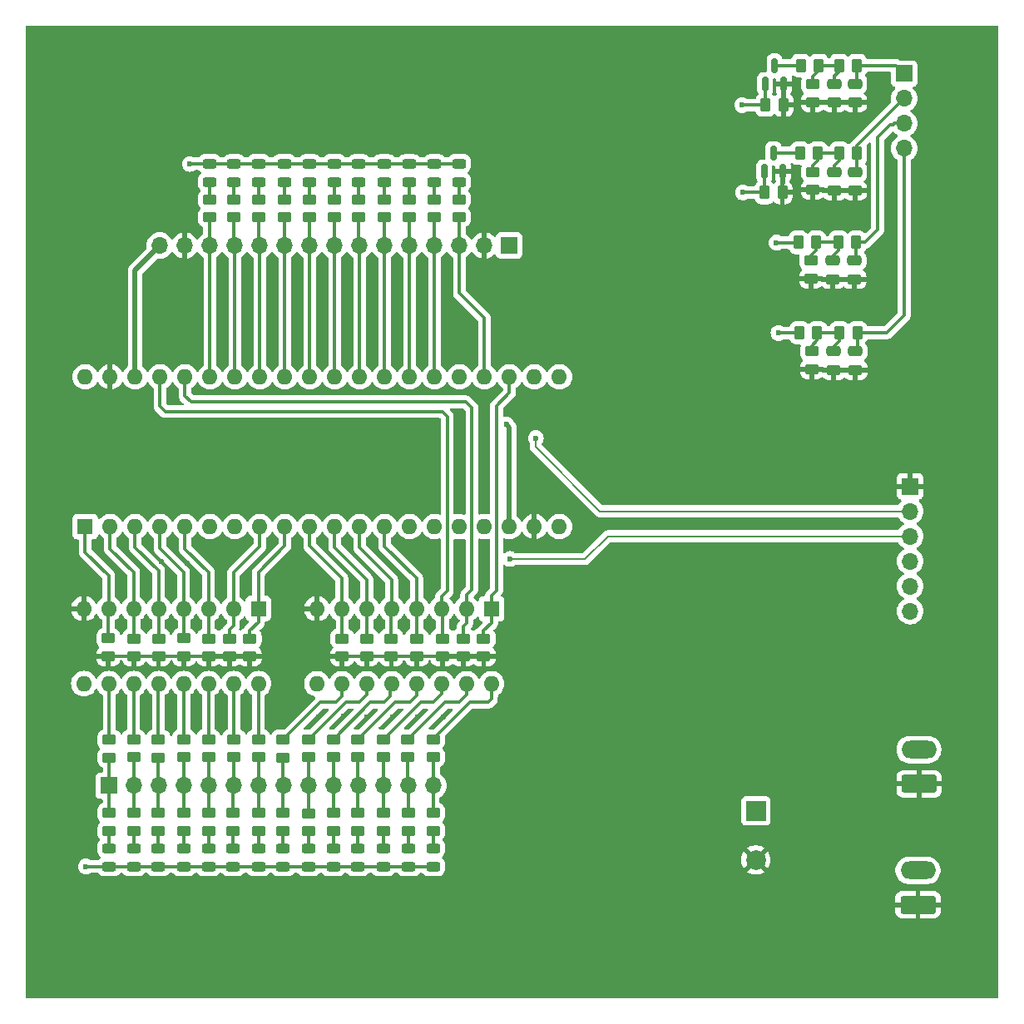
<source format=gtl>
%TF.GenerationSoftware,KiCad,Pcbnew,8.0.6*%
%TF.CreationDate,2024-12-02T12:55:51+01:00*%
%TF.ProjectId,PCB_Tester,5043425f-5465-4737-9465-722e6b696361,rev?*%
%TF.SameCoordinates,Original*%
%TF.FileFunction,Copper,L1,Top*%
%TF.FilePolarity,Positive*%
%FSLAX46Y46*%
G04 Gerber Fmt 4.6, Leading zero omitted, Abs format (unit mm)*
G04 Created by KiCad (PCBNEW 8.0.6) date 2024-12-02 12:55:51*
%MOMM*%
%LPD*%
G01*
G04 APERTURE LIST*
G04 Aperture macros list*
%AMRoundRect*
0 Rectangle with rounded corners*
0 $1 Rounding radius*
0 $2 $3 $4 $5 $6 $7 $8 $9 X,Y pos of 4 corners*
0 Add a 4 corners polygon primitive as box body*
4,1,4,$2,$3,$4,$5,$6,$7,$8,$9,$2,$3,0*
0 Add four circle primitives for the rounded corners*
1,1,$1+$1,$2,$3*
1,1,$1+$1,$4,$5*
1,1,$1+$1,$6,$7*
1,1,$1+$1,$8,$9*
0 Add four rect primitives between the rounded corners*
20,1,$1+$1,$2,$3,$4,$5,0*
20,1,$1+$1,$4,$5,$6,$7,0*
20,1,$1+$1,$6,$7,$8,$9,0*
20,1,$1+$1,$8,$9,$2,$3,0*%
G04 Aperture macros list end*
%TA.AperFunction,ComponentPad*%
%ADD10R,1.700000X1.700000*%
%TD*%
%TA.AperFunction,ComponentPad*%
%ADD11O,1.700000X1.700000*%
%TD*%
%TA.AperFunction,ComponentPad*%
%ADD12R,2.000000X2.000000*%
%TD*%
%TA.AperFunction,ComponentPad*%
%ADD13C,2.000000*%
%TD*%
%TA.AperFunction,ComponentPad*%
%ADD14RoundRect,0.250000X1.550000X-0.650000X1.550000X0.650000X-1.550000X0.650000X-1.550000X-0.650000X0*%
%TD*%
%TA.AperFunction,ComponentPad*%
%ADD15O,3.600000X1.800000*%
%TD*%
%TA.AperFunction,SMDPad,CuDef*%
%ADD16RoundRect,0.250000X-0.450000X0.262500X-0.450000X-0.262500X0.450000X-0.262500X0.450000X0.262500X0*%
%TD*%
%TA.AperFunction,SMDPad,CuDef*%
%ADD17RoundRect,0.250000X0.450000X-0.262500X0.450000X0.262500X-0.450000X0.262500X-0.450000X-0.262500X0*%
%TD*%
%TA.AperFunction,SMDPad,CuDef*%
%ADD18RoundRect,0.243750X-0.456250X0.243750X-0.456250X-0.243750X0.456250X-0.243750X0.456250X0.243750X0*%
%TD*%
%TA.AperFunction,SMDPad,CuDef*%
%ADD19RoundRect,0.250000X0.262500X0.450000X-0.262500X0.450000X-0.262500X-0.450000X0.262500X-0.450000X0*%
%TD*%
%TA.AperFunction,SMDPad,CuDef*%
%ADD20RoundRect,0.243750X0.456250X-0.243750X0.456250X0.243750X-0.456250X0.243750X-0.456250X-0.243750X0*%
%TD*%
%TA.AperFunction,SMDPad,CuDef*%
%ADD21RoundRect,0.250000X-0.475000X0.250000X-0.475000X-0.250000X0.475000X-0.250000X0.475000X0.250000X0*%
%TD*%
%TA.AperFunction,ComponentPad*%
%ADD22O,1.600000X1.600000*%
%TD*%
%TA.AperFunction,ComponentPad*%
%ADD23R,1.600000X1.600000*%
%TD*%
%TA.AperFunction,SMDPad,CuDef*%
%ADD24RoundRect,0.150000X0.150000X-0.587500X0.150000X0.587500X-0.150000X0.587500X-0.150000X-0.587500X0*%
%TD*%
%TA.AperFunction,ViaPad*%
%ADD25C,0.600000*%
%TD*%
%TA.AperFunction,Conductor*%
%ADD26C,0.300000*%
%TD*%
%TA.AperFunction,Conductor*%
%ADD27C,0.200000*%
%TD*%
%TA.AperFunction,Conductor*%
%ADD28C,0.500000*%
%TD*%
G04 APERTURE END LIST*
D10*
%TO.P,J6,1,Pin_1*%
%TO.N,GND*%
X180500000Y-87400000D03*
D11*
%TO.P,J6,2,Pin_2*%
%TO.N,TX_1*%
X180500000Y-89940000D03*
%TO.P,J6,3,Pin_3*%
%TO.N,RX_1*%
X180500000Y-92480000D03*
%TO.P,J6,4,Pin_4*%
%TO.N,unconnected-(J6-Pin_4-Pad4)*%
X180500000Y-95020000D03*
%TO.P,J6,5,Pin_5*%
%TO.N,unconnected-(J6-Pin_5-Pad5)*%
X180500000Y-97560000D03*
%TO.P,J6,6,Pin_6*%
%TO.N,unconnected-(J6-Pin_6-Pad6)*%
X180500000Y-100100000D03*
%TD*%
D12*
%TO.P,C9,1*%
%TO.N,+12V*%
X164800000Y-120432323D03*
D13*
%TO.P,C9,2*%
%TO.N,GND*%
X164800000Y-125432323D03*
%TD*%
D14*
%TO.P,J5,1,Pin_1*%
%TO.N,GND*%
X181300000Y-130000000D03*
D15*
%TO.P,J5,2,Pin_2*%
%TO.N,+12V*%
X181300000Y-126500000D03*
%TD*%
D14*
%TO.P,J4,1,Pin_1*%
%TO.N,GND*%
X181400000Y-117700000D03*
D15*
%TO.P,J4,2,Pin_2*%
%TO.N,+12V*%
X181400000Y-114200000D03*
%TD*%
D16*
%TO.P,R27,1*%
%TO.N,Net-(J1-Pin_13)*%
X129480000Y-120660000D03*
%TO.P,R27,2*%
%TO.N,Net-(D13-K)*%
X129480000Y-122485000D03*
%TD*%
D17*
%TO.P,R49,1*%
%TO.N,PA_5_X6*%
X119400000Y-60025000D03*
%TO.P,R49,2*%
%TO.N,Net-(D21-K)*%
X119400000Y-58200000D03*
%TD*%
D18*
%TO.P,D8,1,K*%
%TO.N,Net-(D8-K)*%
X116680000Y-124235000D03*
%TO.P,D8,2,A*%
%TO.N,+5V*%
X116680000Y-126110000D03*
%TD*%
%TO.P,D11,1,K*%
%TO.N,Net-(D11-K)*%
X124280000Y-124235000D03*
%TO.P,D11,2,A*%
%TO.N,+5V*%
X124280000Y-126110000D03*
%TD*%
D19*
%TO.P,R29,1*%
%TO.N,Net-(C5-Pad1)*%
X171112500Y-53500000D03*
%TO.P,R29,2*%
%TO.N,Net-(Q1-D)*%
X169287500Y-53500000D03*
%TD*%
D17*
%TO.P,R45,1*%
%TO.N,PA_1_X7*%
X129500000Y-60025000D03*
%TO.P,R45,2*%
%TO.N,Net-(D17-K)*%
X129500000Y-58200000D03*
%TD*%
D16*
%TO.P,R20,1*%
%TO.N,Net-(J1-Pin_6)*%
X111580000Y-120647500D03*
%TO.P,R20,2*%
%TO.N,Net-(D6-K)*%
X111580000Y-122472500D03*
%TD*%
%TO.P,R5,1*%
%TO.N,Net-(U1-O3)*%
X109080000Y-113147500D03*
%TO.P,R5,2*%
%TO.N,Net-(J1-Pin_5)*%
X109080000Y-114972500D03*
%TD*%
%TO.P,R1,1*%
%TO.N,Net-(U1-O7)*%
X98980000Y-113172500D03*
%TO.P,R1,2*%
%TO.N,Net-(J1-Pin_1)*%
X98980000Y-114997500D03*
%TD*%
D20*
%TO.P,D17,1,K*%
%TO.N,Net-(D17-K)*%
X129500000Y-56475000D03*
%TO.P,D17,2,A*%
%TO.N,+5V*%
X129500000Y-54600000D03*
%TD*%
D10*
%TO.P,J2,1,Pin_1*%
%TO.N,+3.3V*%
X139700000Y-62900000D03*
D11*
%TO.P,J2,2,Pin_2*%
%TO.N,GND*%
X137160000Y-62900000D03*
%TO.P,J2,3,Pin_3*%
%TO.N,PC_15_X9*%
X134620000Y-62900000D03*
%TO.P,J2,4,Pin_4*%
%TO.N,PA_0_X4*%
X132080000Y-62900000D03*
%TO.P,J2,5,Pin_5*%
%TO.N,PA_1_X7*%
X129540000Y-62900000D03*
%TO.P,J2,6,Pin_6*%
%TO.N,PA_2_X7*%
X127000000Y-62900000D03*
%TO.P,J2,7,Pin_7*%
%TO.N,PA_3_X24*%
X124460000Y-62900000D03*
%TO.P,J2,8,Pin_8*%
%TO.N,PA_4_X6*%
X121920000Y-62900000D03*
%TO.P,J2,9,Pin_9*%
%TO.N,PA_5_X6*%
X119380000Y-62900000D03*
%TO.P,J2,10,Pin_10*%
%TO.N,PA_6_X5*%
X116840000Y-62900000D03*
%TO.P,J2,11,Pin_11*%
%TO.N,PA_7_X20*%
X114300000Y-62900000D03*
%TO.P,J2,12,Pin_12*%
%TO.N,PB_0_X20*%
X111760000Y-62900000D03*
%TO.P,J2,13,Pin_13*%
%TO.N,PB_1_X19*%
X109220000Y-62900000D03*
%TO.P,J2,14,Pin_14*%
%TO.N,GND*%
X106680000Y-62900000D03*
%TO.P,J2,15,Pin_15*%
%TO.N,+3.3V*%
X104140000Y-62900000D03*
%TD*%
D16*
%TO.P,R57,1*%
%TO.N,PB_15_X21*%
X106600000Y-102875000D03*
%TO.P,R57,2*%
%TO.N,GND*%
X106600000Y-104700000D03*
%TD*%
D21*
%TO.P,C6,1*%
%TO.N,FS*%
X174900000Y-55400000D03*
%TO.P,C6,2*%
%TO.N,GND*%
X174900000Y-57300000D03*
%TD*%
D19*
%TO.P,R43,1*%
%TO.N,GND*%
X167500000Y-57500000D03*
%TO.P,R43,2*%
%TO.N,FS_PWM*%
X165675000Y-57500000D03*
%TD*%
D18*
%TO.P,D2,1,K*%
%TO.N,Net-(D2-K)*%
X101480000Y-124235000D03*
%TO.P,D2,2,A*%
%TO.N,+5V*%
X101480000Y-126110000D03*
%TD*%
D21*
%TO.P,C5,1*%
%TO.N,Net-(C5-Pad1)*%
X172800000Y-55400000D03*
%TO.P,C5,2*%
%TO.N,GND*%
X172800000Y-57300000D03*
%TD*%
D16*
%TO.P,R25,1*%
%TO.N,Net-(J1-Pin_11)*%
X124280000Y-120660000D03*
%TO.P,R25,2*%
%TO.N,Net-(D11-K)*%
X124280000Y-122485000D03*
%TD*%
D18*
%TO.P,D13,1,K*%
%TO.N,Net-(D13-K)*%
X129480000Y-124235000D03*
%TO.P,D13,2,A*%
%TO.N,+5V*%
X129480000Y-126110000D03*
%TD*%
D16*
%TO.P,R55,1*%
%TO.N,PB_13_X23*%
X101500000Y-102900000D03*
%TO.P,R55,2*%
%TO.N,GND*%
X101500000Y-104725000D03*
%TD*%
D17*
%TO.P,R46,1*%
%TO.N,PA_2_X7*%
X127000000Y-60025000D03*
%TO.P,R46,2*%
%TO.N,Net-(D18-K)*%
X127000000Y-58200000D03*
%TD*%
D16*
%TO.P,R8,1*%
%TO.N,Net-(U2-O7)*%
X116680000Y-113172500D03*
%TO.P,R8,2*%
%TO.N,Net-(J1-Pin_8)*%
X116680000Y-114997500D03*
%TD*%
D20*
%TO.P,D19,1,K*%
%TO.N,Net-(D19-K)*%
X124400000Y-56475000D03*
%TO.P,D19,2,A*%
%TO.N,+5V*%
X124400000Y-54600000D03*
%TD*%
D16*
%TO.P,R54,1*%
%TO.N,PB_12_X0*%
X98900000Y-102875000D03*
%TO.P,R54,2*%
%TO.N,GND*%
X98900000Y-104700000D03*
%TD*%
D21*
%TO.P,C1,1*%
%TO.N,Net-(C1-Pad1)*%
X172625000Y-64425000D03*
%TO.P,C1,2*%
%TO.N,GND*%
X172625000Y-66325000D03*
%TD*%
D18*
%TO.P,D7,1,K*%
%TO.N,Net-(D7-K)*%
X114180000Y-124235000D03*
%TO.P,D7,2,A*%
%TO.N,+5V*%
X114180000Y-126110000D03*
%TD*%
D21*
%TO.P,C4,1*%
%TO.N,PS*%
X174925000Y-73675000D03*
%TO.P,C4,2*%
%TO.N,GND*%
X174925000Y-75575000D03*
%TD*%
D17*
%TO.P,R47,1*%
%TO.N,PA_3_X24*%
X124400000Y-60025000D03*
%TO.P,R47,2*%
%TO.N,Net-(D19-K)*%
X124400000Y-58200000D03*
%TD*%
D16*
%TO.P,R26,1*%
%TO.N,Net-(J1-Pin_12)*%
X126880000Y-120660000D03*
%TO.P,R26,2*%
%TO.N,Net-(D12-K)*%
X126880000Y-122485000D03*
%TD*%
D18*
%TO.P,D5,1,K*%
%TO.N,Net-(D5-K)*%
X109080000Y-124235000D03*
%TO.P,D5,2,A*%
%TO.N,+5V*%
X109080000Y-126110000D03*
%TD*%
D16*
%TO.P,R17,1*%
%TO.N,Net-(J1-Pin_3)*%
X103980000Y-120660000D03*
%TO.P,R17,2*%
%TO.N,Net-(D3-K)*%
X103980000Y-122485000D03*
%TD*%
D19*
%TO.P,R42,1*%
%TO.N,PS*%
X175137500Y-71775000D03*
%TO.P,R42,2*%
%TO.N,Net-(C3-Pad1)*%
X173312500Y-71775000D03*
%TD*%
D16*
%TO.P,R63,1*%
%TO.N,PB_4_X10*%
X127700000Y-102900000D03*
%TO.P,R63,2*%
%TO.N,GND*%
X127700000Y-104725000D03*
%TD*%
%TO.P,R36,1*%
%TO.N,Net-(C7-Pad1)*%
X170600000Y-46475000D03*
%TO.P,R36,2*%
%TO.N,GND*%
X170600000Y-48300000D03*
%TD*%
D10*
%TO.P,J1,1,Pin_1*%
%TO.N,Net-(J1-Pin_1)*%
X98940000Y-117872500D03*
D11*
%TO.P,J1,2,Pin_2*%
%TO.N,Net-(J1-Pin_2)*%
X101480000Y-117872500D03*
%TO.P,J1,3,Pin_3*%
%TO.N,Net-(J1-Pin_3)*%
X104020000Y-117872500D03*
%TO.P,J1,4,Pin_4*%
%TO.N,Net-(J1-Pin_4)*%
X106560000Y-117872500D03*
%TO.P,J1,5,Pin_5*%
%TO.N,Net-(J1-Pin_5)*%
X109100000Y-117872500D03*
%TO.P,J1,6,Pin_6*%
%TO.N,Net-(J1-Pin_6)*%
X111640000Y-117872500D03*
%TO.P,J1,7,Pin_7*%
%TO.N,Net-(J1-Pin_7)*%
X114180000Y-117872500D03*
%TO.P,J1,8,Pin_8*%
%TO.N,Net-(J1-Pin_8)*%
X116720000Y-117872500D03*
%TO.P,J1,9,Pin_9*%
%TO.N,Net-(J1-Pin_9)*%
X119260000Y-117872500D03*
%TO.P,J1,10,Pin_10*%
%TO.N,Net-(J1-Pin_10)*%
X121800000Y-117872500D03*
%TO.P,J1,11,Pin_11*%
%TO.N,Net-(J1-Pin_11)*%
X124340000Y-117872500D03*
%TO.P,J1,12,Pin_12*%
%TO.N,Net-(J1-Pin_12)*%
X126880000Y-117872500D03*
%TO.P,J1,13,Pin_13*%
%TO.N,Net-(J1-Pin_13)*%
X129420000Y-117872500D03*
%TO.P,J1,14,Pin_14*%
%TO.N,Net-(J1-Pin_14)*%
X131960000Y-117872500D03*
%TD*%
D16*
%TO.P,R12,1*%
%TO.N,Net-(U2-O3)*%
X126880000Y-113147500D03*
%TO.P,R12,2*%
%TO.N,Net-(J1-Pin_12)*%
X126880000Y-114972500D03*
%TD*%
%TO.P,R10,1*%
%TO.N,Net-(U2-O5)*%
X121780000Y-113160000D03*
%TO.P,R10,2*%
%TO.N,Net-(J1-Pin_10)*%
X121780000Y-114985000D03*
%TD*%
%TO.P,R67,1*%
%TO.N,PC_14*%
X137100000Y-102900000D03*
%TO.P,R67,2*%
%TO.N,GND*%
X137100000Y-104725000D03*
%TD*%
D19*
%TO.P,R37,1*%
%TO.N,BS*%
X175100000Y-44575000D03*
%TO.P,R37,2*%
%TO.N,Net-(C7-Pad1)*%
X173275000Y-44575000D03*
%TD*%
D16*
%TO.P,R28,1*%
%TO.N,Net-(J1-Pin_14)*%
X131980000Y-120647500D03*
%TO.P,R28,2*%
%TO.N,Net-(D14-K)*%
X131980000Y-122472500D03*
%TD*%
%TO.P,R19,1*%
%TO.N,Net-(J1-Pin_5)*%
X109080000Y-120647500D03*
%TO.P,R19,2*%
%TO.N,Net-(D5-K)*%
X109080000Y-122472500D03*
%TD*%
%TO.P,R58,1*%
%TO.N,PA_8_X21*%
X109100000Y-102900000D03*
%TO.P,R58,2*%
%TO.N,GND*%
X109100000Y-104725000D03*
%TD*%
D20*
%TO.P,D20,1,K*%
%TO.N,Net-(D20-K)*%
X121900000Y-56437500D03*
%TO.P,D20,2,A*%
%TO.N,+5V*%
X121900000Y-54562500D03*
%TD*%
D22*
%TO.P,U3,40,5V*%
%TO.N,+5V*%
X96540000Y-76260000D03*
%TO.P,U3,39,GND*%
%TO.N,GND*%
X99080000Y-76260000D03*
%TO.P,U3,38,3V3*%
%TO.N,+3.3V*%
X101620000Y-76260000D03*
%TO.P,U3,37,PB10*%
%TO.N,PB_10*%
X104160000Y-76260000D03*
%TO.P,U3,36,PB2*%
%TO.N,PB_2*%
X106700000Y-76260000D03*
%TO.P,U3,35,PB1/ADC9*%
%TO.N,PB_1_X19*%
X109240000Y-76260000D03*
%TO.P,U3,34,PB0/ADC8*%
%TO.N,PB_0_X20*%
X111780000Y-76260000D03*
%TO.P,U3,33,PA7/ADC7*%
%TO.N,PA_7_X20*%
X114320000Y-76260000D03*
%TO.P,U3,32,PA6/ADC6*%
%TO.N,PA_6_X5*%
X116860000Y-76260000D03*
%TO.P,U3,31,PA5/ADC5*%
%TO.N,PA_5_X6*%
X119400000Y-76260000D03*
%TO.P,U3,30,PA4/ADC4*%
%TO.N,PA_4_X6*%
X121940000Y-76260000D03*
%TO.P,U3,29,PA3/ADC3*%
%TO.N,PA_3_X24*%
X124480000Y-76260000D03*
%TO.P,U3,28,PA2/ADC2*%
%TO.N,PA_2_X7*%
X127020000Y-76260000D03*
%TO.P,U3,27,PA1/ADC1*%
%TO.N,PA_1_X7*%
X129560000Y-76260000D03*
%TO.P,U3,26,PA0/ADC0*%
%TO.N,PA_0_X4*%
X132100000Y-76260000D03*
%TO.P,U3,25,NRST*%
%TO.N,unconnected-(U3-NRST-Pad25)*%
X134640000Y-76260000D03*
%TO.P,U3,24,PC15*%
%TO.N,PC_15_X9*%
X137180000Y-76260000D03*
%TO.P,U3,23,PC14*%
%TO.N,PC_14*%
X139720000Y-76260000D03*
%TO.P,U3,22,PC13*%
%TO.N,unconnected-(U3-PC13-Pad22)*%
X142260000Y-76260000D03*
%TO.P,U3,21,VB*%
%TO.N,unconnected-(U3-VB-Pad21)*%
X144800000Y-76260000D03*
%TO.P,U3,20,5V*%
%TO.N,+5V*%
X144800000Y-91500000D03*
%TO.P,U3,19,GND*%
%TO.N,GND*%
X142260000Y-91500000D03*
%TO.P,U3,18,3V3*%
%TO.N,+3.3V*%
X139720000Y-91500000D03*
%TO.P,U3,17,PB9*%
%TO.N,DPS_PWM*%
X137180000Y-91500000D03*
%TO.P,U3,16,PB8*%
%TO.N,TC_PWM*%
X134640000Y-91500000D03*
%TO.P,U3,15,PB7*%
%TO.N,FS_PWM*%
X132100000Y-91500000D03*
%TO.P,U3,14,PB6*%
%TO.N,BS_PWM*%
X129560000Y-91500000D03*
%TO.P,U3,13,PB5*%
%TO.N,PB_5*%
X127020000Y-91500000D03*
%TO.P,U3,12,PB4*%
%TO.N,PB_4_X10*%
X124480000Y-91500000D03*
%TO.P,U3,11,PB3*%
%TO.N,PB_3_X14*%
X121940000Y-91500000D03*
%TO.P,U3,10,PA15*%
%TO.N,PA_15_X14*%
X119400000Y-91500000D03*
%TO.P,U3,9,PA12*%
%TO.N,PA_12_X15*%
X116860000Y-91500000D03*
%TO.P,U3,8,PA11*%
%TO.N,PA_11_X16*%
X114320000Y-91500000D03*
%TO.P,U3,7,PA10*%
%TO.N,RX_1*%
X111780000Y-91500000D03*
%TO.P,U3,6,PA9*%
%TO.N,TX_1*%
X109240000Y-91500000D03*
%TO.P,U3,5,PA8*%
%TO.N,PA_8_X21*%
X106700000Y-91500000D03*
%TO.P,U3,4,PB15*%
%TO.N,PB_15_X21*%
X104160000Y-91500000D03*
%TO.P,U3,3,PB14*%
%TO.N,PB_14_X22*%
X101620000Y-91500000D03*
%TO.P,U3,2,PB13*%
%TO.N,PB_13_X23*%
X99080000Y-91500000D03*
D23*
%TO.P,U3,1,PB12*%
%TO.N,PB_12_X0*%
X96540000Y-91500000D03*
%TD*%
D18*
%TO.P,D9,1,K*%
%TO.N,Net-(D9-K)*%
X119280000Y-124235000D03*
%TO.P,D9,2,A*%
%TO.N,+5V*%
X119280000Y-126110000D03*
%TD*%
%TO.P,D6,1,K*%
%TO.N,Net-(D6-K)*%
X111580000Y-124235000D03*
%TO.P,D6,2,A*%
%TO.N,+5V*%
X111580000Y-126110000D03*
%TD*%
D16*
%TO.P,R15,1*%
%TO.N,Net-(J1-Pin_1)*%
X98980000Y-120660000D03*
%TO.P,R15,2*%
%TO.N,Net-(D1-K)*%
X98980000Y-122485000D03*
%TD*%
D17*
%TO.P,R39,1*%
%TO.N,PA_0_X4*%
X132100000Y-60025000D03*
%TO.P,R39,2*%
%TO.N,Net-(D16-K)*%
X132100000Y-58200000D03*
%TD*%
D18*
%TO.P,D10,1,K*%
%TO.N,Net-(D10-K)*%
X121780000Y-124235000D03*
%TO.P,D10,2,A*%
%TO.N,+5V*%
X121780000Y-126110000D03*
%TD*%
D23*
%TO.P,U2,1,I1*%
%TO.N,PC_14*%
X137900000Y-99880000D03*
D22*
%TO.P,U2,2,I2*%
%TO.N,PB_2*%
X135360000Y-99880000D03*
%TO.P,U2,3,I3*%
%TO.N,PB_10*%
X132820000Y-99880000D03*
%TO.P,U2,4,I4*%
%TO.N,PB_5*%
X130280000Y-99880000D03*
%TO.P,U2,5,I5*%
%TO.N,PB_4_X10*%
X127740000Y-99880000D03*
%TO.P,U2,6,I6*%
%TO.N,PB_3_X14*%
X125200000Y-99880000D03*
%TO.P,U2,7,I7*%
%TO.N,PA_15_X14*%
X122660000Y-99880000D03*
%TO.P,U2,8,GND*%
%TO.N,GND*%
X120120000Y-99880000D03*
%TO.P,U2,9,COM*%
%TO.N,+12V*%
X120120000Y-107500000D03*
%TO.P,U2,10,O7*%
%TO.N,Net-(U2-O7)*%
X122660000Y-107500000D03*
%TO.P,U2,11,O6*%
%TO.N,Net-(U2-O6)*%
X125200000Y-107500000D03*
%TO.P,U2,12,O5*%
%TO.N,Net-(U2-O5)*%
X127740000Y-107500000D03*
%TO.P,U2,13,O4*%
%TO.N,Net-(U2-O4)*%
X130280000Y-107500000D03*
%TO.P,U2,14,O3*%
%TO.N,Net-(U2-O3)*%
X132820000Y-107500000D03*
%TO.P,U2,15,O2*%
%TO.N,Net-(U2-O2)*%
X135360000Y-107500000D03*
%TO.P,U2,16,O1*%
%TO.N,Net-(U2-O1)*%
X137900000Y-107500000D03*
%TD*%
D16*
%TO.P,R61,1*%
%TO.N,PA_15_X14*%
X122700000Y-102900000D03*
%TO.P,R61,2*%
%TO.N,GND*%
X122700000Y-104725000D03*
%TD*%
%TO.P,R9,1*%
%TO.N,Net-(U2-O6)*%
X119280000Y-113160000D03*
%TO.P,R9,2*%
%TO.N,Net-(J1-Pin_9)*%
X119280000Y-114985000D03*
%TD*%
%TO.P,R7,1*%
%TO.N,Net-(U1-O1)*%
X114180000Y-113147500D03*
%TO.P,R7,2*%
%TO.N,Net-(J1-Pin_7)*%
X114180000Y-114972500D03*
%TD*%
D18*
%TO.P,D3,1,K*%
%TO.N,Net-(D3-K)*%
X103980000Y-124235000D03*
%TO.P,D3,2,A*%
%TO.N,+5V*%
X103980000Y-126110000D03*
%TD*%
D16*
%TO.P,R56,1*%
%TO.N,PB_14_X22*%
X104000000Y-102900000D03*
%TO.P,R56,2*%
%TO.N,GND*%
X104000000Y-104725000D03*
%TD*%
%TO.P,R59,1*%
%TO.N,PA_11_X16*%
X111200000Y-102900000D03*
%TO.P,R59,2*%
%TO.N,GND*%
X111200000Y-104725000D03*
%TD*%
D21*
%TO.P,C8,1*%
%TO.N,BS*%
X174900000Y-46425000D03*
%TO.P,C8,2*%
%TO.N,GND*%
X174900000Y-48325000D03*
%TD*%
D20*
%TO.P,D21,1,K*%
%TO.N,Net-(D21-K)*%
X119400000Y-56475000D03*
%TO.P,D21,2,A*%
%TO.N,+5V*%
X119400000Y-54600000D03*
%TD*%
D17*
%TO.P,R50,1*%
%TO.N,PA_6_X5*%
X116800000Y-60012500D03*
%TO.P,R50,2*%
%TO.N,Net-(D22-K)*%
X116800000Y-58187500D03*
%TD*%
D16*
%TO.P,R60,1*%
%TO.N,PA_12_X15*%
X113300000Y-102900000D03*
%TO.P,R60,2*%
%TO.N,GND*%
X113300000Y-104725000D03*
%TD*%
%TO.P,R64,1*%
%TO.N,PB_5*%
X130300000Y-102900000D03*
%TO.P,R64,2*%
%TO.N,GND*%
X130300000Y-104725000D03*
%TD*%
D17*
%TO.P,R51,1*%
%TO.N,PA_7_X20*%
X114200000Y-60012500D03*
%TO.P,R51,2*%
%TO.N,Net-(D23-K)*%
X114200000Y-58187500D03*
%TD*%
%TO.P,R48,1*%
%TO.N,PA_4_X6*%
X121900000Y-60025000D03*
%TO.P,R48,2*%
%TO.N,Net-(D20-K)*%
X121900000Y-58200000D03*
%TD*%
D19*
%TO.P,R35,1*%
%TO.N,Net-(C7-Pad1)*%
X171200000Y-44575000D03*
%TO.P,R35,2*%
%TO.N,Net-(Q2-D)*%
X169375000Y-44575000D03*
%TD*%
%TO.P,R44,1*%
%TO.N,GND*%
X167612500Y-48600000D03*
%TO.P,R44,2*%
%TO.N,BS_PWM*%
X165787500Y-48600000D03*
%TD*%
D18*
%TO.P,D4,1,K*%
%TO.N,Net-(D4-K)*%
X106580000Y-124235000D03*
%TO.P,D4,2,A*%
%TO.N,+5V*%
X106580000Y-126110000D03*
%TD*%
D16*
%TO.P,R23,1*%
%TO.N,Net-(J1-Pin_9)*%
X119280000Y-120672500D03*
%TO.P,R23,2*%
%TO.N,Net-(D9-K)*%
X119280000Y-122497500D03*
%TD*%
%TO.P,R62,1*%
%TO.N,PB_3_X14*%
X125200000Y-102900000D03*
%TO.P,R62,2*%
%TO.N,GND*%
X125200000Y-104725000D03*
%TD*%
D10*
%TO.P,J3,1,Pin_1*%
%TO.N,BS*%
X179900000Y-45400000D03*
D11*
%TO.P,J3,2,Pin_2*%
%TO.N,FS*%
X179900000Y-47940000D03*
%TO.P,J3,3,Pin_3*%
%TO.N,TC*%
X179900000Y-50480000D03*
%TO.P,J3,4,Pin_4*%
%TO.N,PS*%
X179900000Y-53020000D03*
%TD*%
D17*
%TO.P,R53,1*%
%TO.N,PB_1_X19*%
X109200000Y-60025000D03*
%TO.P,R53,2*%
%TO.N,Net-(D25-K)*%
X109200000Y-58200000D03*
%TD*%
D19*
%TO.P,R40,1*%
%TO.N,Net-(C3-Pad1)*%
X171050000Y-71775000D03*
%TO.P,R40,2*%
%TO.N,DPS_PWM*%
X169225000Y-71775000D03*
%TD*%
D20*
%TO.P,D16,1,K*%
%TO.N,Net-(D16-K)*%
X132100000Y-56475000D03*
%TO.P,D16,2,A*%
%TO.N,+5V*%
X132100000Y-54600000D03*
%TD*%
%TO.P,D23,1,K*%
%TO.N,Net-(D23-K)*%
X114200000Y-56437500D03*
%TO.P,D23,2,A*%
%TO.N,+5V*%
X114200000Y-54562500D03*
%TD*%
D23*
%TO.P,U1,1,I1*%
%TO.N,PA_12_X15*%
X114180000Y-99860000D03*
D22*
%TO.P,U1,2,I2*%
%TO.N,PA_11_X16*%
X111640000Y-99860000D03*
%TO.P,U1,3,I3*%
%TO.N,PA_8_X21*%
X109100000Y-99860000D03*
%TO.P,U1,4,I4*%
%TO.N,PB_15_X21*%
X106560000Y-99860000D03*
%TO.P,U1,5,I5*%
%TO.N,PB_14_X22*%
X104020000Y-99860000D03*
%TO.P,U1,6,I6*%
%TO.N,PB_13_X23*%
X101480000Y-99860000D03*
%TO.P,U1,7,I7*%
%TO.N,PB_12_X0*%
X98940000Y-99860000D03*
%TO.P,U1,8,GND*%
%TO.N,GND*%
X96400000Y-99860000D03*
%TO.P,U1,9,COM*%
%TO.N,+12V*%
X96400000Y-107480000D03*
%TO.P,U1,10,O7*%
%TO.N,Net-(U1-O7)*%
X98940000Y-107480000D03*
%TO.P,U1,11,O6*%
%TO.N,Net-(U1-O6)*%
X101480000Y-107480000D03*
%TO.P,U1,12,O5*%
%TO.N,Net-(U1-O5)*%
X104020000Y-107480000D03*
%TO.P,U1,13,O4*%
%TO.N,Net-(U1-O4)*%
X106560000Y-107480000D03*
%TO.P,U1,14,O3*%
%TO.N,Net-(U1-O3)*%
X109100000Y-107480000D03*
%TO.P,U1,15,O2*%
%TO.N,Net-(U1-O2)*%
X111640000Y-107480000D03*
%TO.P,U1,16,O1*%
%TO.N,Net-(U1-O1)*%
X114180000Y-107480000D03*
%TD*%
D18*
%TO.P,D14,1,K*%
%TO.N,Net-(D14-K)*%
X131980000Y-124235000D03*
%TO.P,D14,2,A*%
%TO.N,+5V*%
X131980000Y-126110000D03*
%TD*%
D16*
%TO.P,R66,1*%
%TO.N,PB_2*%
X135000000Y-102900000D03*
%TO.P,R66,2*%
%TO.N,GND*%
X135000000Y-104725000D03*
%TD*%
%TO.P,R16,1*%
%TO.N,Net-(J1-Pin_2)*%
X101480000Y-120660000D03*
%TO.P,R16,2*%
%TO.N,Net-(D2-K)*%
X101480000Y-122485000D03*
%TD*%
%TO.P,R30,1*%
%TO.N,Net-(C5-Pad1)*%
X170600000Y-55400000D03*
%TO.P,R30,2*%
%TO.N,GND*%
X170600000Y-57225000D03*
%TD*%
D21*
%TO.P,C3,1*%
%TO.N,Net-(C3-Pad1)*%
X172725000Y-73675000D03*
%TO.P,C3,2*%
%TO.N,GND*%
X172725000Y-75575000D03*
%TD*%
D18*
%TO.P,D12,1,K*%
%TO.N,Net-(D12-K)*%
X126880000Y-124235000D03*
%TO.P,D12,2,A*%
%TO.N,+5V*%
X126880000Y-126110000D03*
%TD*%
D24*
%TO.P,Q1,1,G*%
%TO.N,FS_PWM*%
X165650000Y-55375000D03*
%TO.P,Q1,2,S*%
%TO.N,GND*%
X167550000Y-55375000D03*
%TO.P,Q1,3,D*%
%TO.N,Net-(Q1-D)*%
X166600000Y-53500000D03*
%TD*%
D20*
%TO.P,D25,1,K*%
%TO.N,Net-(D25-K)*%
X109200000Y-56437500D03*
%TO.P,D25,2,A*%
%TO.N,+5V*%
X109200000Y-54562500D03*
%TD*%
%TO.P,D24,1,K*%
%TO.N,Net-(D24-K)*%
X111700000Y-56475000D03*
%TO.P,D24,2,A*%
%TO.N,+5V*%
X111700000Y-54600000D03*
%TD*%
D16*
%TO.P,R2,1*%
%TO.N,Net-(U1-O6)*%
X101480000Y-113160000D03*
%TO.P,R2,2*%
%TO.N,Net-(J1-Pin_2)*%
X101480000Y-114985000D03*
%TD*%
D20*
%TO.P,D18,1,K*%
%TO.N,Net-(D18-K)*%
X127000000Y-56475000D03*
%TO.P,D18,2,A*%
%TO.N,+5V*%
X127000000Y-54600000D03*
%TD*%
D19*
%TO.P,R34,1*%
%TO.N,FS*%
X175112500Y-53500000D03*
%TO.P,R34,2*%
%TO.N,Net-(C5-Pad1)*%
X173287500Y-53500000D03*
%TD*%
D21*
%TO.P,C2,1*%
%TO.N,TC*%
X174825000Y-64425000D03*
%TO.P,C2,2*%
%TO.N,GND*%
X174825000Y-66325000D03*
%TD*%
%TO.P,C7,1*%
%TO.N,Net-(C7-Pad1)*%
X172800000Y-46425000D03*
%TO.P,C7,2*%
%TO.N,GND*%
X172800000Y-48325000D03*
%TD*%
D16*
%TO.P,R13,1*%
%TO.N,Net-(U2-O2)*%
X129380000Y-113160000D03*
%TO.P,R13,2*%
%TO.N,Net-(J1-Pin_13)*%
X129380000Y-114985000D03*
%TD*%
%TO.P,R3,1*%
%TO.N,Net-(U1-O5)*%
X103980000Y-113172500D03*
%TO.P,R3,2*%
%TO.N,Net-(J1-Pin_3)*%
X103980000Y-114997500D03*
%TD*%
%TO.P,R21,1*%
%TO.N,Net-(J1-Pin_7)*%
X114180000Y-120647500D03*
%TO.P,R21,2*%
%TO.N,Net-(D7-K)*%
X114180000Y-122472500D03*
%TD*%
%TO.P,R6,1*%
%TO.N,Net-(U1-O2)*%
X111680000Y-113147500D03*
%TO.P,R6,2*%
%TO.N,Net-(J1-Pin_6)*%
X111680000Y-114972500D03*
%TD*%
D19*
%TO.P,R33,1*%
%TO.N,TC*%
X175025000Y-62575000D03*
%TO.P,R33,2*%
%TO.N,Net-(C1-Pad1)*%
X173200000Y-62575000D03*
%TD*%
D16*
%TO.P,R18,1*%
%TO.N,Net-(J1-Pin_4)*%
X106580000Y-120647500D03*
%TO.P,R18,2*%
%TO.N,Net-(D4-K)*%
X106580000Y-122472500D03*
%TD*%
%TO.P,R32,1*%
%TO.N,Net-(C1-Pad1)*%
X170425000Y-64450000D03*
%TO.P,R32,2*%
%TO.N,GND*%
X170425000Y-66275000D03*
%TD*%
D17*
%TO.P,R52,1*%
%TO.N,PB_0_X20*%
X111700000Y-60025000D03*
%TO.P,R52,2*%
%TO.N,Net-(D24-K)*%
X111700000Y-58200000D03*
%TD*%
D20*
%TO.P,D22,1,K*%
%TO.N,Net-(D22-K)*%
X116800000Y-56437500D03*
%TO.P,D22,2,A*%
%TO.N,+5V*%
X116800000Y-54562500D03*
%TD*%
%TO.P,D15,1,K*%
%TO.N,Net-(D15-K)*%
X134600000Y-56437500D03*
%TO.P,D15,2,A*%
%TO.N,+5V*%
X134600000Y-54562500D03*
%TD*%
D16*
%TO.P,R14,1*%
%TO.N,Net-(U2-O1)*%
X131980000Y-113147500D03*
%TO.P,R14,2*%
%TO.N,Net-(J1-Pin_14)*%
X131980000Y-114972500D03*
%TD*%
%TO.P,R4,1*%
%TO.N,Net-(U1-O4)*%
X106580000Y-113147500D03*
%TO.P,R4,2*%
%TO.N,Net-(J1-Pin_4)*%
X106580000Y-114972500D03*
%TD*%
D18*
%TO.P,D1,1,K*%
%TO.N,Net-(D1-K)*%
X98980000Y-124235000D03*
%TO.P,D1,2,A*%
%TO.N,+5V*%
X98980000Y-126110000D03*
%TD*%
D17*
%TO.P,R38,1*%
%TO.N,PC_15_X9*%
X134600000Y-60012500D03*
%TO.P,R38,2*%
%TO.N,Net-(D15-K)*%
X134600000Y-58187500D03*
%TD*%
D16*
%TO.P,R41,1*%
%TO.N,Net-(C3-Pad1)*%
X170525000Y-73675000D03*
%TO.P,R41,2*%
%TO.N,GND*%
X170525000Y-75500000D03*
%TD*%
%TO.P,R22,1*%
%TO.N,Net-(J1-Pin_8)*%
X116680000Y-120647500D03*
%TO.P,R22,2*%
%TO.N,Net-(D8-K)*%
X116680000Y-122472500D03*
%TD*%
D24*
%TO.P,Q2,1,G*%
%TO.N,BS_PWM*%
X165750000Y-46475000D03*
%TO.P,Q2,2,S*%
%TO.N,GND*%
X167650000Y-46475000D03*
%TO.P,Q2,3,D*%
%TO.N,Net-(Q2-D)*%
X166700000Y-44600000D03*
%TD*%
D16*
%TO.P,R24,1*%
%TO.N,Net-(J1-Pin_10)*%
X121780000Y-120660000D03*
%TO.P,R24,2*%
%TO.N,Net-(D10-K)*%
X121780000Y-122485000D03*
%TD*%
%TO.P,R11,1*%
%TO.N,Net-(U2-O4)*%
X124280000Y-113160000D03*
%TO.P,R11,2*%
%TO.N,Net-(J1-Pin_11)*%
X124280000Y-114985000D03*
%TD*%
D19*
%TO.P,R31,1*%
%TO.N,Net-(C1-Pad1)*%
X170950000Y-62575000D03*
%TO.P,R31,2*%
%TO.N,TC_PWM*%
X169125000Y-62575000D03*
%TD*%
D16*
%TO.P,R65,1*%
%TO.N,PB_10*%
X132900000Y-102900000D03*
%TO.P,R65,2*%
%TO.N,GND*%
X132900000Y-104725000D03*
%TD*%
D25*
%TO.N,GND*%
X112600000Y-101500000D03*
X118100000Y-93500000D03*
X134400000Y-79700000D03*
X137000000Y-79000000D03*
X137400000Y-93600000D03*
X113000000Y-93300000D03*
X115600000Y-93400000D03*
X120900000Y-93500000D03*
X131000000Y-93600000D03*
X137100000Y-97300000D03*
X134500000Y-97400000D03*
X123800000Y-97400000D03*
X126400000Y-97400000D03*
X128800000Y-97400000D03*
X131800000Y-97400000D03*
X109600000Y-95200000D03*
X149800000Y-91100000D03*
X178200000Y-91200000D03*
X113400000Y-88200000D03*
%TO.N,RX_1*%
X139800000Y-94800000D03*
%TO.N,GND*%
X97400000Y-101700000D03*
X96400000Y-105100000D03*
X116600000Y-109300000D03*
X115400000Y-111500000D03*
X120000000Y-105200000D03*
X120100000Y-101800000D03*
X116600000Y-101300000D03*
X116600000Y-105300000D03*
X110300000Y-101400000D03*
X107800000Y-101400000D03*
X105300000Y-101500000D03*
X102700000Y-101500000D03*
X100100000Y-101500000D03*
X128400000Y-65900000D03*
X125700000Y-65900000D03*
X123100000Y-65800000D03*
X120600000Y-65800000D03*
X118000000Y-65800000D03*
X115500000Y-65800000D03*
X113000000Y-65800000D03*
X110400000Y-65700000D03*
X110600000Y-73500000D03*
X113100000Y-73500000D03*
X115500000Y-73500000D03*
X118100000Y-73500000D03*
X120600000Y-73500000D03*
X123200000Y-73500000D03*
X125800000Y-73600000D03*
X128200000Y-73600000D03*
X130800000Y-73600000D03*
X130800000Y-66500000D03*
X133300000Y-66500000D03*
X134700000Y-73500000D03*
X155200000Y-82400000D03*
X94300000Y-77600000D03*
X94200000Y-84300000D03*
X94400000Y-93200000D03*
X94200000Y-101900000D03*
X94400000Y-123600000D03*
X94200000Y-104700000D03*
X94400000Y-112700000D03*
X96100000Y-115000000D03*
X96100000Y-124500000D03*
X96100000Y-119800000D03*
X177700000Y-128000000D03*
X184400000Y-130100000D03*
X184900000Y-124900000D03*
X184700000Y-116000000D03*
X184400000Y-122100000D03*
X177600000Y-122100000D03*
X170700000Y-121100000D03*
X170500000Y-126200000D03*
X171500000Y-115900000D03*
X163000000Y-115900000D03*
X166500000Y-115900000D03*
X138200000Y-69200000D03*
X138600000Y-73700000D03*
X136500000Y-66400000D03*
X142100000Y-64700000D03*
X146400000Y-73200000D03*
X142000000Y-73100000D03*
X142100000Y-69000000D03*
X146500000Y-69100000D03*
X146500000Y-64800000D03*
X103500000Y-65500000D03*
X103500000Y-69800000D03*
X103400000Y-73900000D03*
X107900000Y-69900000D03*
X107800000Y-74000000D03*
X107900000Y-65600000D03*
X102900000Y-60100000D03*
X102900000Y-56600000D03*
X107300000Y-56700000D03*
X107300000Y-60200000D03*
X99600000Y-65500000D03*
X99600000Y-69800000D03*
X99500000Y-73900000D03*
X99600000Y-60100000D03*
X99600000Y-56600000D03*
X95200000Y-60000000D03*
X95200000Y-56500000D03*
X95200000Y-69700000D03*
X95100000Y-73800000D03*
X95200000Y-65400000D03*
X184500000Y-54200000D03*
X184300000Y-49400000D03*
X184500000Y-75100000D03*
X184500000Y-69800000D03*
X184500000Y-63800000D03*
X184400000Y-44900000D03*
X184500000Y-58700000D03*
X90800000Y-88700000D03*
X90800000Y-83900000D03*
X91000000Y-93200000D03*
X91000000Y-109600000D03*
X91000000Y-104300000D03*
X91000000Y-98300000D03*
X90800000Y-55000000D03*
X91200000Y-114700000D03*
X91200000Y-125800000D03*
X91000000Y-75900000D03*
X91000000Y-70600000D03*
X91000000Y-64600000D03*
X91200000Y-119800000D03*
X91000000Y-59500000D03*
X90900000Y-79400000D03*
X188800000Y-113800000D03*
X188800000Y-130200000D03*
X188800000Y-124900000D03*
X188800000Y-118900000D03*
X188600000Y-54100000D03*
X188400000Y-49300000D03*
X188600000Y-58600000D03*
X188600000Y-75000000D03*
X188600000Y-69700000D03*
X188600000Y-63700000D03*
X188500000Y-44800000D03*
X174200000Y-116500000D03*
X174200000Y-127400000D03*
X174200000Y-120400000D03*
X174200000Y-124000000D03*
X163300000Y-130300000D03*
X174200000Y-130300000D03*
X170300000Y-130300000D03*
X166700000Y-130300000D03*
X140800000Y-125900000D03*
X137700000Y-125900000D03*
X155800000Y-125900000D03*
X147500000Y-125900000D03*
X152900000Y-125900000D03*
X159500000Y-125900000D03*
X135100000Y-125900000D03*
X150200000Y-125900000D03*
X144300000Y-125900000D03*
X140600000Y-117000000D03*
X137500000Y-117000000D03*
X155600000Y-117000000D03*
X147300000Y-117000000D03*
X152700000Y-117000000D03*
X159300000Y-117000000D03*
X134900000Y-117000000D03*
X150000000Y-117000000D03*
X144100000Y-117000000D03*
X135000000Y-121200000D03*
X144200000Y-121200000D03*
X150100000Y-121200000D03*
X155700000Y-121200000D03*
X147400000Y-121200000D03*
X152800000Y-121200000D03*
X140700000Y-121200000D03*
X159400000Y-121200000D03*
X137600000Y-121200000D03*
X152600000Y-73800000D03*
X152600000Y-80400000D03*
X152600000Y-67900000D03*
X152600000Y-77300000D03*
X152600000Y-62700000D03*
X152600000Y-65200000D03*
X152600000Y-70600000D03*
X155100000Y-59300000D03*
X144000000Y-59300000D03*
X140500000Y-59300000D03*
X149900000Y-59300000D03*
X152600000Y-59300000D03*
X147200000Y-59300000D03*
X137400000Y-59300000D03*
X155200000Y-55200000D03*
X140600000Y-55200000D03*
X150000000Y-55200000D03*
X152700000Y-55200000D03*
X144100000Y-55200000D03*
X147300000Y-55200000D03*
X137500000Y-55200000D03*
X185800000Y-92300000D03*
X188600000Y-92300000D03*
X182900000Y-92300000D03*
X186000000Y-108700000D03*
X186000000Y-103400000D03*
X185800000Y-97400000D03*
X188600000Y-97400000D03*
X188600000Y-108700000D03*
X188600000Y-103400000D03*
X173500000Y-111600000D03*
X162600000Y-111600000D03*
X145100000Y-111600000D03*
X139700000Y-111600000D03*
X142400000Y-111600000D03*
X155600000Y-111600000D03*
X159000000Y-111600000D03*
X170000000Y-111600000D03*
X176700000Y-111600000D03*
X166500000Y-111600000D03*
X151700000Y-111600000D03*
X148000000Y-111600000D03*
X172500000Y-108700000D03*
X161500000Y-108700000D03*
X179200000Y-108700000D03*
X154200000Y-108700000D03*
X150500000Y-108700000D03*
X169000000Y-108700000D03*
X183100000Y-108700000D03*
X165100000Y-108700000D03*
X144900000Y-108700000D03*
X147600000Y-108700000D03*
X141700000Y-108700000D03*
X176000000Y-108700000D03*
X158100000Y-108700000D03*
X176200000Y-103300000D03*
X165300000Y-103300000D03*
X183100000Y-103400000D03*
X172700000Y-103300000D03*
X150700000Y-103300000D03*
X147800000Y-103300000D03*
X161700000Y-103300000D03*
X169200000Y-103300000D03*
X179400000Y-103300000D03*
X154400000Y-103300000D03*
X158300000Y-103300000D03*
X161500000Y-97300000D03*
X154200000Y-97300000D03*
X150500000Y-97300000D03*
X147600000Y-97300000D03*
X176000000Y-97300000D03*
X172500000Y-97300000D03*
X141500000Y-97400000D03*
X158100000Y-97300000D03*
X169000000Y-97300000D03*
X165100000Y-97300000D03*
X182900000Y-97400000D03*
X141300000Y-101500000D03*
X146000000Y-82600000D03*
X146100000Y-78900000D03*
X141000000Y-79000000D03*
X131400000Y-85900000D03*
X127700000Y-88200000D03*
X127600000Y-83400000D03*
X169700000Y-87800000D03*
X175000000Y-87800000D03*
X167100000Y-87800000D03*
X162300000Y-87800000D03*
X177600000Y-87800000D03*
X185900000Y-87800000D03*
X183400000Y-87800000D03*
X164700000Y-87800000D03*
X188400000Y-87800000D03*
X172300000Y-87800000D03*
X169700000Y-83000000D03*
X175000000Y-83000000D03*
X172300000Y-83000000D03*
X167100000Y-83000000D03*
X164700000Y-83000000D03*
X180200000Y-83000000D03*
X162300000Y-83000000D03*
X188400000Y-83000000D03*
X185900000Y-83000000D03*
X177600000Y-83000000D03*
X183400000Y-83000000D03*
X186000000Y-78500000D03*
X177700000Y-78500000D03*
X183500000Y-78500000D03*
X162400000Y-78500000D03*
X164800000Y-78500000D03*
X180300000Y-78500000D03*
X188500000Y-78500000D03*
X169800000Y-78500000D03*
X175100000Y-78500000D03*
X172400000Y-78500000D03*
X167200000Y-78500000D03*
X102900000Y-87700000D03*
X121700000Y-88100000D03*
X119200000Y-88100000D03*
X100500000Y-87700000D03*
X124200000Y-88200000D03*
X116000000Y-88100000D03*
X108100000Y-87700000D03*
X98100000Y-87700000D03*
X105500000Y-87700000D03*
X121700000Y-83400000D03*
X113400000Y-83400000D03*
X116000000Y-83400000D03*
X108100000Y-83400000D03*
X119200000Y-83400000D03*
X100500000Y-83400000D03*
X102900000Y-83400000D03*
X110800000Y-83400000D03*
X124200000Y-83400000D03*
X98100000Y-83400000D03*
X105500000Y-83400000D03*
X178400000Y-62400000D03*
X178400000Y-65900000D03*
X178400000Y-69400000D03*
X178400000Y-73300000D03*
X178400000Y-54800000D03*
X178400000Y-59200000D03*
X175700000Y-69200000D03*
X174900000Y-60300000D03*
X160700000Y-69200000D03*
X166100000Y-69200000D03*
X169000000Y-69200000D03*
X163400000Y-69200000D03*
X172700000Y-69200000D03*
X167700000Y-60300000D03*
X171400000Y-60300000D03*
X162100000Y-60300000D03*
X164800000Y-60300000D03*
X159400000Y-60300000D03*
X167700000Y-50900000D03*
X162300000Y-50900000D03*
X165000000Y-50900000D03*
X174300000Y-50900000D03*
X170600000Y-50900000D03*
X114700000Y-50900000D03*
X106400000Y-50900000D03*
X144100000Y-50900000D03*
X127000000Y-50900000D03*
X152700000Y-50900000D03*
X147300000Y-50900000D03*
X109000000Y-50900000D03*
X129700000Y-50900000D03*
X140600000Y-50900000D03*
X150000000Y-50900000D03*
X101100000Y-50900000D03*
X124500000Y-51000000D03*
X134900000Y-50900000D03*
X132300000Y-50900000D03*
X112200000Y-50900000D03*
X159300000Y-50900000D03*
X137500000Y-50900000D03*
X93500000Y-50900000D03*
X95900000Y-50900000D03*
X103800000Y-50900000D03*
X119700000Y-50900000D03*
X155200000Y-50900000D03*
X117200000Y-50900000D03*
X91100000Y-50900000D03*
X98500000Y-50900000D03*
X121900000Y-51000000D03*
X103800000Y-45500000D03*
X114700000Y-45500000D03*
X134900000Y-45500000D03*
X106400000Y-45500000D03*
X122000000Y-45500000D03*
X117200000Y-45500000D03*
X91100000Y-45500000D03*
X101100000Y-45500000D03*
X112200000Y-45500000D03*
X93500000Y-45500000D03*
X144100000Y-45500000D03*
X95900000Y-45500000D03*
X150000000Y-45500000D03*
X98500000Y-45500000D03*
X155600000Y-45500000D03*
X147300000Y-45500000D03*
X127000000Y-45500000D03*
X152700000Y-45500000D03*
X140600000Y-45500000D03*
X109000000Y-45500000D03*
X124400000Y-45500000D03*
X119600000Y-45500000D03*
X132300000Y-45500000D03*
X159300000Y-45500000D03*
X129700000Y-45500000D03*
X137500000Y-45500000D03*
X93500000Y-130200000D03*
X101100000Y-130200000D03*
X95900000Y-130200000D03*
X98500000Y-130200000D03*
X155600000Y-130200000D03*
X152700000Y-130200000D03*
X159300000Y-130200000D03*
X144100000Y-130200000D03*
X147300000Y-130200000D03*
X140600000Y-130200000D03*
X119600000Y-130200000D03*
X124400000Y-130200000D03*
X150000000Y-130200000D03*
X137500000Y-130200000D03*
X109000000Y-130200000D03*
X127000000Y-130200000D03*
X112200000Y-130200000D03*
X129700000Y-130200000D03*
X132300000Y-130200000D03*
X91100000Y-130200000D03*
X103800000Y-130200000D03*
X114700000Y-130200000D03*
X134900000Y-130200000D03*
X106400000Y-130200000D03*
X122000000Y-130200000D03*
X117200000Y-130200000D03*
X93600000Y-134500000D03*
X101200000Y-134500000D03*
X96000000Y-134500000D03*
X98600000Y-134500000D03*
X170300000Y-134500000D03*
X155700000Y-134500000D03*
X177700000Y-134500000D03*
X152800000Y-134500000D03*
X159400000Y-134500000D03*
X166700000Y-134500000D03*
X174200000Y-134500000D03*
X144200000Y-134500000D03*
X181200000Y-134500000D03*
X147400000Y-134500000D03*
X163300000Y-134500000D03*
X140700000Y-134500000D03*
X119700000Y-134500000D03*
X124500000Y-134500000D03*
X150100000Y-134500000D03*
X137600000Y-134500000D03*
X109100000Y-134500000D03*
X127100000Y-134500000D03*
X112300000Y-134500000D03*
X129800000Y-134500000D03*
X188800000Y-134500000D03*
X132400000Y-134500000D03*
X91200000Y-134500000D03*
X103900000Y-134500000D03*
X114800000Y-134500000D03*
X184400000Y-134500000D03*
X135000000Y-134500000D03*
X106500000Y-134500000D03*
X122100000Y-134500000D03*
X117300000Y-134500000D03*
X166700000Y-138400000D03*
X159400000Y-138400000D03*
X155700000Y-138400000D03*
X152800000Y-138400000D03*
X144200000Y-138400000D03*
X181200000Y-138400000D03*
X177700000Y-138400000D03*
X147400000Y-138400000D03*
X163300000Y-138400000D03*
X174200000Y-138400000D03*
X170300000Y-138400000D03*
X150100000Y-138400000D03*
X188800000Y-138400000D03*
X184400000Y-138400000D03*
X106500000Y-138400000D03*
X124500000Y-138400000D03*
X117300000Y-138400000D03*
X109100000Y-138400000D03*
X127100000Y-138400000D03*
X114800000Y-138400000D03*
X122100000Y-138400000D03*
X119700000Y-138400000D03*
X112300000Y-138400000D03*
X103900000Y-138400000D03*
X135000000Y-138400000D03*
X140700000Y-138400000D03*
X129800000Y-138400000D03*
X137600000Y-138400000D03*
X132400000Y-138400000D03*
X91200000Y-138400000D03*
X96000000Y-138400000D03*
X93600000Y-138400000D03*
X101200000Y-138400000D03*
X98600000Y-138400000D03*
X188700000Y-42000000D03*
X184300000Y-42000000D03*
X181100000Y-42000000D03*
X177600000Y-42000000D03*
X174100000Y-42000000D03*
X170200000Y-42000000D03*
X166600000Y-42000000D03*
X163200000Y-42000000D03*
X159300000Y-42000000D03*
X155600000Y-42000000D03*
X152700000Y-42000000D03*
X150000000Y-42000000D03*
X147300000Y-42000000D03*
X144100000Y-42000000D03*
X140600000Y-42000000D03*
X137500000Y-42000000D03*
X134900000Y-42000000D03*
X132300000Y-42000000D03*
X129700000Y-42000000D03*
X127000000Y-42000000D03*
X124400000Y-42000000D03*
X122000000Y-42000000D03*
X119600000Y-42000000D03*
X117200000Y-42000000D03*
X114700000Y-42000000D03*
X112200000Y-42000000D03*
X109000000Y-42000000D03*
X106400000Y-42000000D03*
X103800000Y-42000000D03*
X101100000Y-42000000D03*
X98500000Y-42000000D03*
X95900000Y-42000000D03*
X93500000Y-42000000D03*
X91100000Y-42000000D03*
X123900000Y-101600000D03*
X126500000Y-101600000D03*
X129000000Y-101600000D03*
X131500000Y-101600000D03*
X134100000Y-101600000D03*
X136400000Y-101600000D03*
%TO.N,+3.3V*%
X139400000Y-81100000D03*
%TO.N,+5V*%
X96600000Y-126100000D03*
X107200000Y-54600000D03*
%TO.N,BS_PWM*%
X163400000Y-48600000D03*
%TO.N,FS_PWM*%
X163500000Y-57500000D03*
%TO.N,TC_PWM*%
X166900000Y-62600000D03*
%TO.N,DPS_PWM*%
X167100000Y-71800000D03*
%TO.N,GND*%
X112900000Y-110900000D03*
X122800000Y-110800000D03*
X100200000Y-110800000D03*
X125200000Y-110900000D03*
X104300000Y-95100000D03*
X130400000Y-110900000D03*
X120300000Y-110900000D03*
X133000000Y-110900000D03*
X106900000Y-95200000D03*
X110300000Y-110900000D03*
X127800000Y-110900000D03*
X101700000Y-95000000D03*
X98800000Y-95000000D03*
X102700000Y-110900000D03*
X105200000Y-110900000D03*
X105500000Y-78600000D03*
X107700000Y-110900000D03*
%TO.N,TX_1*%
X142400000Y-82500000D03*
%TD*%
D26*
%TO.N,GND*%
X98925000Y-104725000D02*
X98900000Y-104700000D01*
X101500000Y-104725000D02*
X98925000Y-104725000D01*
X104000000Y-104725000D02*
X101500000Y-104725000D01*
X104025000Y-104700000D02*
X104000000Y-104725000D01*
X106600000Y-104700000D02*
X104025000Y-104700000D01*
X106625000Y-104725000D02*
X106600000Y-104700000D01*
X109100000Y-104725000D02*
X106625000Y-104725000D01*
X125200000Y-104725000D02*
X122700000Y-104725000D01*
X127700000Y-104725000D02*
X125200000Y-104725000D01*
X130300000Y-104725000D02*
X127700000Y-104725000D01*
X132900000Y-104725000D02*
X130300000Y-104725000D01*
D27*
%TO.N,TX_1*%
X142400000Y-83400000D02*
X148940000Y-89940000D01*
X142400000Y-82500000D02*
X142400000Y-83400000D01*
X148940000Y-89940000D02*
X180500000Y-89940000D01*
%TO.N,RX_1*%
X147400000Y-94800000D02*
X139800000Y-94800000D01*
X149720000Y-92480000D02*
X147400000Y-94800000D01*
X180500000Y-92480000D02*
X149720000Y-92480000D01*
D26*
%TO.N,PB_2*%
X135000000Y-101700000D02*
X135000000Y-102900000D01*
X135360000Y-101340000D02*
X135000000Y-101700000D01*
X135360000Y-99880000D02*
X135360000Y-101340000D01*
%TO.N,PC_14*%
X137100000Y-102100000D02*
X137100000Y-102900000D01*
X137900000Y-101300000D02*
X137100000Y-102100000D01*
X137900000Y-99880000D02*
X137900000Y-101300000D01*
%TO.N,PA_11_X16*%
X111200000Y-102000000D02*
X111200000Y-102900000D01*
X111640000Y-101560000D02*
X111200000Y-102000000D01*
X111640000Y-99860000D02*
X111640000Y-101560000D01*
%TO.N,PA_12_X15*%
X113300000Y-102100000D02*
X113300000Y-102900000D01*
X114180000Y-101220000D02*
X113300000Y-102100000D01*
X114180000Y-99860000D02*
X114180000Y-101220000D01*
D28*
%TO.N,+3.3V*%
X139720000Y-81420000D02*
X139720000Y-91500000D01*
X139400000Y-81100000D02*
X139720000Y-81420000D01*
X101620000Y-65420000D02*
X104140000Y-62900000D01*
X101620000Y-76260000D02*
X101620000Y-65420000D01*
D26*
%TO.N,+5V*%
X96610000Y-126110000D02*
X96600000Y-126100000D01*
X98980000Y-126110000D02*
X96610000Y-126110000D01*
X109200000Y-54562500D02*
X107237500Y-54562500D01*
X107237500Y-54562500D02*
X107200000Y-54600000D01*
X101480000Y-126110000D02*
X98980000Y-126110000D01*
X103980000Y-126110000D02*
X101480000Y-126110000D01*
X106580000Y-126110000D02*
X103980000Y-126110000D01*
X109080000Y-126110000D02*
X106580000Y-126110000D01*
X111580000Y-126110000D02*
X109080000Y-126110000D01*
X114180000Y-126110000D02*
X111580000Y-126110000D01*
X116680000Y-126110000D02*
X114180000Y-126110000D01*
X119280000Y-126110000D02*
X116680000Y-126110000D01*
X121780000Y-126110000D02*
X119280000Y-126110000D01*
X124280000Y-126110000D02*
X121780000Y-126110000D01*
X126880000Y-126110000D02*
X124280000Y-126110000D01*
X126880000Y-126110000D02*
X129480000Y-126110000D01*
X131980000Y-126110000D02*
X129480000Y-126110000D01*
%TO.N,PC_15_X9*%
X134620000Y-67720000D02*
X134620000Y-62900000D01*
X137180000Y-76260000D02*
X137180000Y-70280000D01*
X137180000Y-70280000D02*
X134620000Y-67720000D01*
%TO.N,PA_0_X4*%
X132100000Y-76260000D02*
X132100000Y-62920000D01*
%TO.N,PA_1_X7*%
X129560000Y-76260000D02*
X129560000Y-62920000D01*
%TO.N,PA_2_X7*%
X127020000Y-76260000D02*
X127020000Y-62920000D01*
%TO.N,PA_3_X24*%
X124480000Y-76260000D02*
X124480000Y-62920000D01*
%TO.N,PA_4_X6*%
X121940000Y-76260000D02*
X121940000Y-62920000D01*
%TO.N,PA_5_X6*%
X119400000Y-76260000D02*
X119400000Y-62920000D01*
%TO.N,PA_6_X5*%
X116860000Y-76260000D02*
X116860000Y-62920000D01*
%TO.N,PA_7_X20*%
X114320000Y-76260000D02*
X114320000Y-62920000D01*
%TO.N,PB_0_X20*%
X111780000Y-76260000D02*
X111780000Y-62920000D01*
%TO.N,PB_1_X19*%
X109240000Y-76260000D02*
X109240000Y-62920000D01*
%TO.N,BS_PWM*%
X163400000Y-48600000D02*
X165787500Y-48600000D01*
%TO.N,FS_PWM*%
X163500000Y-57500000D02*
X165675000Y-57500000D01*
%TO.N,TC_PWM*%
X166900000Y-62600000D02*
X169100000Y-62600000D01*
%TO.N,DPS_PWM*%
X167100000Y-71800000D02*
X169200000Y-71800000D01*
%TO.N,+5V*%
X121900000Y-54562500D02*
X124362500Y-54562500D01*
X129500000Y-54600000D02*
X132100000Y-54600000D01*
X116800000Y-54562500D02*
X119362500Y-54562500D01*
X111700000Y-54600000D02*
X114162500Y-54600000D01*
X132100000Y-54600000D02*
X134562500Y-54600000D01*
X124400000Y-54600000D02*
X127000000Y-54600000D01*
X109200000Y-54562500D02*
X111662500Y-54562500D01*
X119400000Y-54600000D02*
X121862500Y-54600000D01*
X114200000Y-54562500D02*
X116800000Y-54562500D01*
X127000000Y-54600000D02*
X129500000Y-54600000D01*
%TO.N,Net-(D1-K)*%
X98980000Y-124235000D02*
X98980000Y-122485000D01*
%TO.N,Net-(D2-K)*%
X101480000Y-124235000D02*
X101480000Y-122485000D01*
%TO.N,Net-(D3-K)*%
X103980000Y-124235000D02*
X103980000Y-122485000D01*
%TO.N,Net-(D4-K)*%
X106580000Y-124235000D02*
X106580000Y-122472500D01*
%TO.N,Net-(D5-K)*%
X109080000Y-124235000D02*
X109080000Y-122472500D01*
%TO.N,Net-(D6-K)*%
X111580000Y-124235000D02*
X111580000Y-122472500D01*
%TO.N,Net-(D7-K)*%
X114180000Y-124235000D02*
X114180000Y-122472500D01*
%TO.N,Net-(D8-K)*%
X116680000Y-124235000D02*
X116680000Y-122472500D01*
%TO.N,Net-(D9-K)*%
X119280000Y-124235000D02*
X119280000Y-122497500D01*
%TO.N,Net-(D10-K)*%
X121780000Y-124235000D02*
X121780000Y-122485000D01*
%TO.N,Net-(D11-K)*%
X124280000Y-124235000D02*
X124280000Y-122485000D01*
%TO.N,Net-(D12-K)*%
X126880000Y-124235000D02*
X126880000Y-122485000D01*
%TO.N,Net-(D13-K)*%
X129480000Y-124235000D02*
X129480000Y-122485000D01*
%TO.N,Net-(D14-K)*%
X131980000Y-124235000D02*
X131980000Y-122472500D01*
%TO.N,Net-(J1-Pin_13)*%
X129480000Y-120660000D02*
X129480000Y-117932500D01*
X129380000Y-114985000D02*
X129380000Y-117832500D01*
%TO.N,Net-(J1-Pin_3)*%
X103980000Y-120660000D02*
X103980000Y-117912500D01*
X103980000Y-114997500D02*
X103980000Y-117832500D01*
%TO.N,Net-(J1-Pin_12)*%
X126880000Y-114972500D02*
X126880000Y-117872500D01*
X126880000Y-120660000D02*
X126880000Y-117872500D01*
%TO.N,Net-(J1-Pin_10)*%
X121780000Y-114985000D02*
X121780000Y-117852500D01*
X121780000Y-120660000D02*
X121780000Y-117892500D01*
%TO.N,Net-(J1-Pin_11)*%
X124280000Y-120660000D02*
X124280000Y-117932500D01*
X124280000Y-114985000D02*
X124280000Y-117812500D01*
%TO.N,Net-(J1-Pin_7)*%
X114180000Y-114972500D02*
X114180000Y-117872500D01*
%TO.N,Net-(J1-Pin_5)*%
X109080000Y-120647500D02*
X109080000Y-117892500D01*
%TO.N,Net-(J1-Pin_7)*%
X114180000Y-120647500D02*
X114180000Y-117872500D01*
%TO.N,Net-(J1-Pin_5)*%
X109080000Y-114972500D02*
X109080000Y-117852500D01*
%TO.N,Net-(J1-Pin_4)*%
X106580000Y-114972500D02*
X106580000Y-117852500D01*
X106580000Y-120647500D02*
X106580000Y-117892500D01*
%TO.N,Net-(J1-Pin_8)*%
X116680000Y-114997500D02*
X116680000Y-117832500D01*
X116680000Y-120647500D02*
X116680000Y-117912500D01*
%TO.N,Net-(J1-Pin_6)*%
X111580000Y-120647500D02*
X111580000Y-117932500D01*
X111680000Y-114972500D02*
X111680000Y-117832500D01*
%TO.N,Net-(J1-Pin_9)*%
X119280000Y-114985000D02*
X119280000Y-117852500D01*
X119280000Y-120672500D02*
X119280000Y-117892500D01*
%TO.N,Net-(J1-Pin_14)*%
X131960000Y-117872500D02*
X131960000Y-120627500D01*
X131980000Y-114972500D02*
X131980000Y-117852500D01*
%TO.N,Net-(J1-Pin_2)*%
X101480000Y-120660000D02*
X101480000Y-117872500D01*
X101480000Y-114985000D02*
X101480000Y-117872500D01*
%TO.N,Net-(J1-Pin_1)*%
X98980000Y-114997500D02*
X98980000Y-117832500D01*
X98980000Y-120660000D02*
X98980000Y-117912500D01*
%TO.N,Net-(U1-O7)*%
X98980000Y-113172500D02*
X98980000Y-107520000D01*
%TO.N,Net-(U1-O6)*%
X101480000Y-113160000D02*
X101480000Y-107480000D01*
%TO.N,Net-(U1-O5)*%
X103980000Y-113172500D02*
X103980000Y-107520000D01*
%TO.N,Net-(U1-O4)*%
X106580000Y-113147500D02*
X106580000Y-107500000D01*
%TO.N,Net-(U1-O3)*%
X109080000Y-113147500D02*
X109080000Y-107500000D01*
%TO.N,Net-(U1-O2)*%
X111680000Y-113147500D02*
X111680000Y-107520000D01*
%TO.N,Net-(U1-O1)*%
X114180000Y-113147500D02*
X114180000Y-107480000D01*
%TO.N,Net-(U2-O7)*%
X122660000Y-108780000D02*
X122660000Y-107500000D01*
X120480000Y-109360000D02*
X122080000Y-109360000D01*
X122080000Y-109360000D02*
X122660000Y-108780000D01*
X116680000Y-113160000D02*
X120480000Y-109360000D01*
%TO.N,Net-(U2-O6)*%
X125200000Y-108640000D02*
X125200000Y-107500000D01*
X124480000Y-109360000D02*
X125200000Y-108640000D01*
X123080000Y-109360000D02*
X124480000Y-109360000D01*
X119280000Y-113160000D02*
X123080000Y-109360000D01*
%TO.N,Net-(U2-O5)*%
X125580000Y-109360000D02*
X126980000Y-109360000D01*
X127580000Y-108760000D02*
X127580000Y-107660000D01*
X121780000Y-113160000D02*
X125580000Y-109360000D01*
X126980000Y-109360000D02*
X127580000Y-108760000D01*
%TO.N,Net-(U2-O4)*%
X124280000Y-113160000D02*
X128080000Y-109360000D01*
X130280000Y-108660000D02*
X130280000Y-107500000D01*
X129580000Y-109360000D02*
X130280000Y-108660000D01*
X128080000Y-109360000D02*
X129580000Y-109360000D01*
%TO.N,Net-(U2-O3)*%
X131980000Y-109360000D02*
X132820000Y-108520000D01*
X130667500Y-109360000D02*
X131980000Y-109360000D01*
X126880000Y-113147500D02*
X130667500Y-109360000D01*
X132820000Y-108520000D02*
X132820000Y-107500000D01*
%TO.N,Net-(U2-O2)*%
X129380000Y-113160000D02*
X133180000Y-109360000D01*
X134580000Y-109360000D02*
X135360000Y-108580000D01*
X135360000Y-108580000D02*
X135360000Y-107500000D01*
X133180000Y-109360000D02*
X134580000Y-109360000D01*
%TO.N,Net-(U2-O1)*%
X137880000Y-108760000D02*
X137900000Y-108740000D01*
X135680000Y-109360000D02*
X137580000Y-109360000D01*
X137880000Y-109060000D02*
X137880000Y-108760000D01*
X137900000Y-108740000D02*
X137900000Y-107500000D01*
X131980000Y-113060000D02*
X135680000Y-109360000D01*
X137580000Y-109360000D02*
X137880000Y-109060000D01*
%TO.N,PA_8_X21*%
X106700000Y-93780000D02*
X109100000Y-96180000D01*
X109100000Y-102900000D02*
X109100000Y-99860000D01*
X109100000Y-96180000D02*
X109100000Y-99860000D01*
X106700000Y-91500000D02*
X106700000Y-93780000D01*
%TO.N,PB_12_X0*%
X98940000Y-96520000D02*
X98940000Y-99860000D01*
X96540000Y-91500000D02*
X96540000Y-94120000D01*
X96540000Y-94120000D02*
X98940000Y-96520000D01*
X98900000Y-102875000D02*
X98900000Y-99900000D01*
%TO.N,PB_13_X23*%
X99080000Y-93760000D02*
X101480000Y-96160000D01*
X101480000Y-96160000D02*
X101480000Y-99860000D01*
X101500000Y-102900000D02*
X101500000Y-99880000D01*
X99080000Y-91500000D02*
X99080000Y-93760000D01*
%TO.N,PA_12_X15*%
X114180000Y-96160000D02*
X114180000Y-99860000D01*
X116860000Y-93480000D02*
X114180000Y-96160000D01*
X116860000Y-91500000D02*
X116860000Y-93480000D01*
%TO.N,PB_14_X22*%
X104000000Y-102900000D02*
X104000000Y-99880000D01*
X101620000Y-91500000D02*
X101620000Y-93600000D01*
X104020000Y-96000000D02*
X104020000Y-99860000D01*
X101620000Y-93600000D02*
X104020000Y-96000000D01*
%TO.N,PB_15_X21*%
X106600000Y-102875000D02*
X106600000Y-99900000D01*
X104160000Y-93740000D02*
X106560000Y-96140000D01*
X106560000Y-96140000D02*
X106560000Y-99860000D01*
X104160000Y-91500000D02*
X104160000Y-93740000D01*
%TO.N,PA_11_X16*%
X111640000Y-96200000D02*
X111640000Y-99860000D01*
X114320000Y-91500000D02*
X114320000Y-93520000D01*
X114320000Y-93520000D02*
X111640000Y-96200000D01*
%TO.N,PA_15_X14*%
X119400000Y-93480000D02*
X122660000Y-96740000D01*
X122700000Y-102900000D02*
X122700000Y-99920000D01*
X122660000Y-96740000D02*
X122660000Y-99880000D01*
X119400000Y-91500000D02*
X119400000Y-93480000D01*
%TO.N,PB_3_X14*%
X121940000Y-91500000D02*
X121940000Y-93620000D01*
X125200000Y-102900000D02*
X125200000Y-99880000D01*
X121940000Y-93620000D02*
X125200000Y-96880000D01*
X125200000Y-96880000D02*
X125200000Y-99880000D01*
%TO.N,PB_4_X10*%
X124480000Y-93660000D02*
X127740000Y-96920000D01*
X127700000Y-102900000D02*
X127700000Y-99920000D01*
X127740000Y-96920000D02*
X127740000Y-99880000D01*
X124480000Y-91500000D02*
X124480000Y-93660000D01*
%TO.N,PC_15_X9*%
X134600000Y-60012500D02*
X134600000Y-62880000D01*
%TO.N,PA_4_X6*%
X121900000Y-60025000D02*
X121900000Y-62880000D01*
%TO.N,PA_2_X7*%
X127000000Y-60025000D02*
X127000000Y-62900000D01*
%TO.N,PA_5_X6*%
X119400000Y-60025000D02*
X119400000Y-62880000D01*
%TO.N,PB_1_X19*%
X109200000Y-60025000D02*
X109200000Y-62880000D01*
%TO.N,PA_6_X5*%
X116800000Y-60012500D02*
X116800000Y-62860000D01*
%TO.N,PB_0_X20*%
X111700000Y-60025000D02*
X111700000Y-62840000D01*
%TO.N,PA_3_X24*%
X124400000Y-60025000D02*
X124400000Y-62840000D01*
%TO.N,PA_7_X20*%
X114200000Y-60012500D02*
X114200000Y-62800000D01*
%TO.N,PA_0_X4*%
X132080000Y-62900000D02*
X132080000Y-60045000D01*
%TO.N,PA_1_X7*%
X129500000Y-60025000D02*
X129500000Y-62860000D01*
%TO.N,BS*%
X175100000Y-44575000D02*
X179075000Y-44575000D01*
X175100000Y-44575000D02*
X175100000Y-46225000D01*
X179075000Y-44575000D02*
X179900000Y-45400000D01*
%TO.N,PS*%
X179900000Y-70000000D02*
X179900000Y-53020000D01*
X175137500Y-71775000D02*
X178125000Y-71775000D01*
X175137500Y-71775000D02*
X175137500Y-73462500D01*
X178125000Y-71775000D02*
X179900000Y-70000000D01*
%TO.N,FS_PWM*%
X165650000Y-55375000D02*
X165650000Y-57475000D01*
%TO.N,Net-(Q1-D)*%
X166600000Y-53500000D02*
X169287500Y-53500000D01*
%TO.N,Net-(C1-Pad1)*%
X170950000Y-62575000D02*
X173200000Y-62575000D01*
X170950000Y-62575000D02*
X170950000Y-63375000D01*
X172625000Y-64000000D02*
X172625000Y-64425000D01*
X170950000Y-63375000D02*
X170425000Y-63900000D01*
X170425000Y-63900000D02*
X170425000Y-64450000D01*
X173200000Y-63425000D02*
X172625000Y-64000000D01*
X173200000Y-62575000D02*
X173200000Y-63425000D01*
%TO.N,TC*%
X175025000Y-62575000D02*
X175025000Y-64225000D01*
X178500000Y-50600000D02*
X178800000Y-50600000D01*
X177200000Y-61300000D02*
X177200000Y-51900000D01*
X175925000Y-62575000D02*
X177200000Y-61300000D01*
X177200000Y-51900000D02*
X178500000Y-50600000D01*
X178800000Y-50600000D02*
X178920000Y-50480000D01*
X178920000Y-50480000D02*
X179900000Y-50480000D01*
X175025000Y-62575000D02*
X175925000Y-62575000D01*
%TO.N,Net-(Q2-D)*%
X166700000Y-44600000D02*
X169350000Y-44600000D01*
%TO.N,BS_PWM*%
X165750000Y-46475000D02*
X165750000Y-48562500D01*
%TO.N,Net-(C5-Pad1)*%
X172800000Y-54725000D02*
X172800000Y-55400000D01*
X173287500Y-53500000D02*
X173287500Y-54237500D01*
X172800000Y-53500000D02*
X173287500Y-53500000D01*
X171112500Y-53500000D02*
X171112500Y-54212500D01*
X171112500Y-53500000D02*
X172800000Y-53500000D01*
X171112500Y-54212500D02*
X170600000Y-54725000D01*
X170600000Y-54725000D02*
X170600000Y-55400000D01*
X173287500Y-54237500D02*
X172800000Y-54725000D01*
%TO.N,Net-(C7-Pad1)*%
X173275000Y-44575000D02*
X173275000Y-45150000D01*
X173275000Y-45150000D02*
X172800000Y-45625000D01*
X171200000Y-45125000D02*
X170600000Y-45725000D01*
X172800000Y-45625000D02*
X172800000Y-46425000D01*
X171200000Y-44575000D02*
X173275000Y-44575000D01*
X170600000Y-45725000D02*
X170600000Y-46475000D01*
%TO.N,Net-(C3-Pad1)*%
X171050000Y-71775000D02*
X173312500Y-71775000D01*
X173312500Y-72612500D02*
X172725000Y-73200000D01*
X171050000Y-71775000D02*
X171050000Y-72575000D01*
X171050000Y-72575000D02*
X170525000Y-73100000D01*
X170525000Y-73100000D02*
X170525000Y-73675000D01*
X173312500Y-71775000D02*
X173312500Y-72612500D01*
X172725000Y-73200000D02*
X172725000Y-73675000D01*
%TO.N,FS*%
X175112500Y-53500000D02*
X175112500Y-55187500D01*
X175112500Y-53500000D02*
X175112500Y-52727500D01*
X175112500Y-52727500D02*
X179900000Y-47940000D01*
%TO.N,PB_5*%
X130280000Y-96780000D02*
X130280000Y-99880000D01*
X127020000Y-91500000D02*
X127020000Y-93520000D01*
X130300000Y-102900000D02*
X130300000Y-99900000D01*
X127020000Y-93520000D02*
X130280000Y-96780000D01*
%TO.N,PB_2*%
X135900000Y-97900000D02*
X135900000Y-79400000D01*
X106700000Y-78200000D02*
X106700000Y-76260000D01*
X107300000Y-78800000D02*
X106700000Y-78200000D01*
X135900000Y-79400000D02*
X135300000Y-78800000D01*
X135360000Y-98440000D02*
X135900000Y-97900000D01*
X135300000Y-78800000D02*
X107300000Y-78800000D01*
X135360000Y-99880000D02*
X135360000Y-98440000D01*
%TO.N,PB_10*%
X133400000Y-98000000D02*
X132820000Y-98580000D01*
X104160000Y-79260000D02*
X104700000Y-79800000D01*
X104700000Y-79800000D02*
X132900000Y-79800000D01*
X132820000Y-98580000D02*
X132820000Y-99880000D01*
X104160000Y-76260000D02*
X104160000Y-79260000D01*
X132900000Y-102900000D02*
X132900000Y-99960000D01*
X132900000Y-79800000D02*
X133400000Y-80300000D01*
X133400000Y-80300000D02*
X133400000Y-98000000D01*
%TO.N,PC_14*%
X139720000Y-76260000D02*
X139720000Y-77910000D01*
X138400000Y-79230000D02*
X138400000Y-98000000D01*
X139720000Y-77910000D02*
X138400000Y-79230000D01*
X138400000Y-98000000D02*
X137900000Y-98500000D01*
X137900000Y-98500000D02*
X137900000Y-99880000D01*
%TO.N,Net-(D15-K)*%
X134600000Y-56437500D02*
X134600000Y-58187500D01*
%TO.N,Net-(D16-K)*%
X132100000Y-58200000D02*
X132100000Y-56475000D01*
%TO.N,Net-(D17-K)*%
X129500000Y-56475000D02*
X129500000Y-58200000D01*
%TO.N,Net-(D18-K)*%
X127000000Y-56475000D02*
X127000000Y-58200000D01*
%TO.N,Net-(D19-K)*%
X124400000Y-56475000D02*
X124400000Y-58200000D01*
%TO.N,Net-(D20-K)*%
X121900000Y-58200000D02*
X121900000Y-56437500D01*
%TO.N,Net-(D21-K)*%
X119400000Y-56475000D02*
X119400000Y-58200000D01*
%TO.N,Net-(D22-K)*%
X116800000Y-56437500D02*
X116800000Y-58187500D01*
%TO.N,Net-(D23-K)*%
X114200000Y-58187500D02*
X114200000Y-56437500D01*
%TO.N,Net-(D24-K)*%
X111700000Y-56475000D02*
X111700000Y-58200000D01*
%TO.N,Net-(D25-K)*%
X109200000Y-56537500D02*
X109200000Y-58200000D01*
%TD*%
%TA.AperFunction,Conductor*%
%TO.N,GND*%
G36*
X105357865Y-108023348D02*
G01*
X105402382Y-108074725D01*
X105429429Y-108132728D01*
X105429432Y-108132734D01*
X105559954Y-108319141D01*
X105720858Y-108480045D01*
X105739602Y-108493169D01*
X105876624Y-108589112D01*
X105920248Y-108643687D01*
X105929500Y-108690686D01*
X105929500Y-112071267D01*
X105909815Y-112138306D01*
X105857011Y-112184061D01*
X105844506Y-112188972D01*
X105810671Y-112200184D01*
X105810663Y-112200187D01*
X105661342Y-112292289D01*
X105537289Y-112416342D01*
X105445187Y-112565663D01*
X105445185Y-112565668D01*
X105393564Y-112721451D01*
X105353791Y-112778896D01*
X105289275Y-112805719D01*
X105220500Y-112793404D01*
X105169300Y-112745861D01*
X105158152Y-112721451D01*
X105138779Y-112662988D01*
X105114814Y-112590666D01*
X105022712Y-112441344D01*
X104898656Y-112317288D01*
X104749334Y-112225186D01*
X104749328Y-112225184D01*
X104715494Y-112213972D01*
X104658050Y-112174199D01*
X104631228Y-112109683D01*
X104630500Y-112096267D01*
X104630500Y-108704690D01*
X104650185Y-108637651D01*
X104683374Y-108603117D01*
X104859139Y-108480047D01*
X105020047Y-108319139D01*
X105150568Y-108132734D01*
X105177618Y-108074724D01*
X105223790Y-108022285D01*
X105290983Y-108003133D01*
X105357865Y-108023348D01*
G37*
%TD.AperFunction*%
%TA.AperFunction,Conductor*%
G36*
X110437865Y-108023348D02*
G01*
X110482382Y-108074725D01*
X110509429Y-108132728D01*
X110509432Y-108132734D01*
X110639954Y-108319141D01*
X110800858Y-108480045D01*
X110821431Y-108494450D01*
X110976624Y-108603116D01*
X111020248Y-108657691D01*
X111029500Y-108704690D01*
X111029500Y-112071267D01*
X111009815Y-112138306D01*
X110957011Y-112184061D01*
X110944506Y-112188972D01*
X110910671Y-112200184D01*
X110910663Y-112200187D01*
X110761342Y-112292289D01*
X110637289Y-112416342D01*
X110545187Y-112565663D01*
X110545185Y-112565668D01*
X110497706Y-112708951D01*
X110457933Y-112766396D01*
X110393417Y-112793219D01*
X110324641Y-112780904D01*
X110273442Y-112733361D01*
X110262294Y-112708951D01*
X110246824Y-112662265D01*
X110214814Y-112565666D01*
X110122712Y-112416344D01*
X109998656Y-112292288D01*
X109889864Y-112225185D01*
X109849336Y-112200187D01*
X109849335Y-112200186D01*
X109849334Y-112200186D01*
X109838395Y-112196561D01*
X109815494Y-112188972D01*
X109758050Y-112149199D01*
X109731228Y-112084683D01*
X109730500Y-112071267D01*
X109730500Y-108690686D01*
X109750185Y-108623647D01*
X109783374Y-108589113D01*
X109939139Y-108480047D01*
X110100047Y-108319139D01*
X110230568Y-108132734D01*
X110257618Y-108074724D01*
X110303790Y-108022285D01*
X110370983Y-108003133D01*
X110437865Y-108023348D01*
G37*
%TD.AperFunction*%
%TA.AperFunction,Conductor*%
G36*
X102817865Y-108023348D02*
G01*
X102862382Y-108074725D01*
X102889429Y-108132728D01*
X102889432Y-108132734D01*
X103019954Y-108319141D01*
X103180857Y-108480044D01*
X103180860Y-108480046D01*
X103180861Y-108480047D01*
X103276623Y-108547099D01*
X103320248Y-108601675D01*
X103329500Y-108648674D01*
X103329500Y-112096267D01*
X103309815Y-112163306D01*
X103257011Y-112209061D01*
X103244506Y-112213972D01*
X103210671Y-112225184D01*
X103210663Y-112225187D01*
X103061342Y-112317289D01*
X102937289Y-112441342D01*
X102845183Y-112590670D01*
X102844844Y-112591399D01*
X102844477Y-112591814D01*
X102841395Y-112596813D01*
X102840540Y-112596286D01*
X102798671Y-112643837D01*
X102731477Y-112662988D01*
X102664596Y-112642771D01*
X102619263Y-112589605D01*
X102614872Y-112578293D01*
X102614815Y-112578170D01*
X102614814Y-112578166D01*
X102522712Y-112428844D01*
X102398656Y-112304788D01*
X102305888Y-112247569D01*
X102249336Y-112212687D01*
X102249335Y-112212686D01*
X102249334Y-112212686D01*
X102238395Y-112209061D01*
X102215494Y-112201472D01*
X102158050Y-112161699D01*
X102131228Y-112097183D01*
X102130500Y-112083767D01*
X102130500Y-108676682D01*
X102150185Y-108609643D01*
X102183371Y-108575111D01*
X102319139Y-108480047D01*
X102480047Y-108319139D01*
X102610568Y-108132734D01*
X102637618Y-108074724D01*
X102683790Y-108022285D01*
X102750983Y-108003133D01*
X102817865Y-108023348D01*
G37*
%TD.AperFunction*%
%TA.AperFunction,Conductor*%
G36*
X100277865Y-108023348D02*
G01*
X100322382Y-108074725D01*
X100349429Y-108132728D01*
X100349432Y-108132734D01*
X100479954Y-108319141D01*
X100640855Y-108480042D01*
X100640858Y-108480044D01*
X100640861Y-108480047D01*
X100776626Y-108575109D01*
X100820248Y-108629683D01*
X100829500Y-108676682D01*
X100829500Y-112083767D01*
X100809815Y-112150806D01*
X100757011Y-112196561D01*
X100744506Y-112201472D01*
X100710671Y-112212684D01*
X100710663Y-112212687D01*
X100561342Y-112304789D01*
X100437289Y-112428842D01*
X100345187Y-112578163D01*
X100342136Y-112584709D01*
X100340973Y-112584166D01*
X100305459Y-112635449D01*
X100240940Y-112662265D01*
X100172166Y-112649943D01*
X100120971Y-112602394D01*
X100115149Y-112591386D01*
X100114815Y-112590670D01*
X100114814Y-112590666D01*
X100022712Y-112441344D01*
X99898656Y-112317288D01*
X99749334Y-112225186D01*
X99749328Y-112225184D01*
X99715494Y-112213972D01*
X99658050Y-112174199D01*
X99631228Y-112109683D01*
X99630500Y-112096267D01*
X99630500Y-108648674D01*
X99650185Y-108581635D01*
X99683375Y-108547100D01*
X99779139Y-108480047D01*
X99940047Y-108319139D01*
X100070568Y-108132734D01*
X100097618Y-108074724D01*
X100143790Y-108022285D01*
X100210983Y-108003133D01*
X100277865Y-108023348D01*
G37*
%TD.AperFunction*%
%TA.AperFunction,Conductor*%
G36*
X107897865Y-108023348D02*
G01*
X107942382Y-108074725D01*
X107969429Y-108132728D01*
X107969432Y-108132734D01*
X108099954Y-108319141D01*
X108260857Y-108480044D01*
X108260860Y-108480046D01*
X108260861Y-108480047D01*
X108376623Y-108561103D01*
X108420248Y-108615679D01*
X108429500Y-108662678D01*
X108429500Y-112071267D01*
X108409815Y-112138306D01*
X108357011Y-112184061D01*
X108344506Y-112188972D01*
X108310671Y-112200184D01*
X108310663Y-112200187D01*
X108161342Y-112292289D01*
X108037289Y-112416342D01*
X107945183Y-112565670D01*
X107942383Y-112571677D01*
X107896212Y-112624117D01*
X107829019Y-112643271D01*
X107762138Y-112623057D01*
X107717617Y-112571677D01*
X107714816Y-112565670D01*
X107714812Y-112565663D01*
X107622712Y-112416344D01*
X107498656Y-112292288D01*
X107389864Y-112225185D01*
X107349336Y-112200187D01*
X107349335Y-112200186D01*
X107349334Y-112200186D01*
X107338395Y-112196561D01*
X107315494Y-112188972D01*
X107258050Y-112149199D01*
X107231228Y-112084683D01*
X107230500Y-112071267D01*
X107230500Y-108662678D01*
X107250185Y-108595639D01*
X107283375Y-108561104D01*
X107399139Y-108480047D01*
X107560047Y-108319139D01*
X107690568Y-108132734D01*
X107717618Y-108074724D01*
X107763790Y-108022285D01*
X107830983Y-108003133D01*
X107897865Y-108023348D01*
G37*
%TD.AperFunction*%
%TA.AperFunction,Conductor*%
G36*
X112977865Y-108023348D02*
G01*
X113022382Y-108074725D01*
X113049429Y-108132728D01*
X113049432Y-108132734D01*
X113179954Y-108319141D01*
X113340855Y-108480042D01*
X113340858Y-108480044D01*
X113340861Y-108480047D01*
X113476626Y-108575109D01*
X113520248Y-108629683D01*
X113529500Y-108676682D01*
X113529500Y-112071267D01*
X113509815Y-112138306D01*
X113457011Y-112184061D01*
X113444506Y-112188972D01*
X113410671Y-112200184D01*
X113410663Y-112200187D01*
X113261342Y-112292289D01*
X113137289Y-112416342D01*
X113045183Y-112565670D01*
X113042383Y-112571677D01*
X112996212Y-112624117D01*
X112929019Y-112643271D01*
X112862138Y-112623057D01*
X112817617Y-112571677D01*
X112814816Y-112565670D01*
X112814812Y-112565663D01*
X112722712Y-112416344D01*
X112598656Y-112292288D01*
X112489864Y-112225185D01*
X112449336Y-112200187D01*
X112449335Y-112200186D01*
X112449334Y-112200186D01*
X112438395Y-112196561D01*
X112415494Y-112188972D01*
X112358050Y-112149199D01*
X112331228Y-112084683D01*
X112330500Y-112071267D01*
X112330500Y-108648674D01*
X112350185Y-108581635D01*
X112383375Y-108547100D01*
X112479139Y-108480047D01*
X112640047Y-108319139D01*
X112770568Y-108132734D01*
X112797618Y-108074724D01*
X112843790Y-108022285D01*
X112910983Y-108003133D01*
X112977865Y-108023348D01*
G37*
%TD.AperFunction*%
%TA.AperFunction,Conductor*%
G36*
X121277231Y-110030185D02*
G01*
X121322986Y-110082989D01*
X121332930Y-110152147D01*
X121303905Y-110215703D01*
X121297873Y-110222181D01*
X119409371Y-112110681D01*
X119348048Y-112144166D01*
X119321690Y-112147000D01*
X118912306Y-112147000D01*
X118845267Y-112127315D01*
X118799512Y-112074511D01*
X118789568Y-112005353D01*
X118818593Y-111941797D01*
X118824609Y-111935335D01*
X120713127Y-110046819D01*
X120774450Y-110013334D01*
X120800808Y-110010500D01*
X121210192Y-110010500D01*
X121277231Y-110030185D01*
G37*
%TD.AperFunction*%
%TA.AperFunction,Conductor*%
G36*
X123777231Y-110030185D02*
G01*
X123822986Y-110082989D01*
X123832930Y-110152147D01*
X123803905Y-110215703D01*
X123797873Y-110222181D01*
X121909371Y-112110681D01*
X121848048Y-112144166D01*
X121821690Y-112147000D01*
X121512306Y-112147000D01*
X121445267Y-112127315D01*
X121399512Y-112074511D01*
X121389568Y-112005353D01*
X121418593Y-111941797D01*
X121424610Y-111935335D01*
X123313127Y-110046819D01*
X123374450Y-110013334D01*
X123400808Y-110010500D01*
X123710192Y-110010500D01*
X123777231Y-110030185D01*
G37*
%TD.AperFunction*%
%TA.AperFunction,Conductor*%
G36*
X126277231Y-110030185D02*
G01*
X126322986Y-110082989D01*
X126332930Y-110152147D01*
X126303905Y-110215703D01*
X126297873Y-110222181D01*
X124409371Y-112110681D01*
X124348048Y-112144166D01*
X124321690Y-112147000D01*
X124012306Y-112147000D01*
X123945267Y-112127315D01*
X123899512Y-112074511D01*
X123889568Y-112005353D01*
X123918593Y-111941797D01*
X123924610Y-111935335D01*
X125813127Y-110046819D01*
X125874450Y-110013334D01*
X125900808Y-110010500D01*
X126210192Y-110010500D01*
X126277231Y-110030185D01*
G37*
%TD.AperFunction*%
%TA.AperFunction,Conductor*%
G36*
X131377231Y-110030185D02*
G01*
X131422986Y-110082989D01*
X131432930Y-110152147D01*
X131403905Y-110215703D01*
X131397873Y-110222181D01*
X129509371Y-112110681D01*
X129448048Y-112144166D01*
X129421690Y-112147000D01*
X129099806Y-112147000D01*
X129032767Y-112127315D01*
X128987012Y-112074511D01*
X128977068Y-112005353D01*
X129006093Y-111941797D01*
X129012110Y-111935335D01*
X130900627Y-110046819D01*
X130961950Y-110013334D01*
X130988308Y-110010500D01*
X131310192Y-110010500D01*
X131377231Y-110030185D01*
G37*
%TD.AperFunction*%
%TA.AperFunction,Conductor*%
G36*
X128864731Y-110030185D02*
G01*
X128910486Y-110082989D01*
X128920430Y-110152147D01*
X128891405Y-110215703D01*
X128885373Y-110222181D01*
X127009371Y-112098181D01*
X126948048Y-112131666D01*
X126921690Y-112134500D01*
X126524806Y-112134500D01*
X126457767Y-112114815D01*
X126412012Y-112062011D01*
X126402068Y-111992853D01*
X126431093Y-111929297D01*
X126437109Y-111922835D01*
X128313127Y-110046819D01*
X128374450Y-110013334D01*
X128400808Y-110010500D01*
X128797692Y-110010500D01*
X128864731Y-110030185D01*
G37*
%TD.AperFunction*%
%TA.AperFunction,Conductor*%
G36*
X133877232Y-110030185D02*
G01*
X133922987Y-110082989D01*
X133932931Y-110152147D01*
X133903906Y-110215703D01*
X133897874Y-110222181D01*
X132021871Y-112098181D01*
X131960548Y-112131666D01*
X131934190Y-112134500D01*
X131624806Y-112134500D01*
X131557767Y-112114815D01*
X131512012Y-112062011D01*
X131502068Y-111992853D01*
X131531093Y-111929297D01*
X131537109Y-111922835D01*
X133413127Y-110046819D01*
X133474450Y-110013334D01*
X133500808Y-110010500D01*
X133810193Y-110010500D01*
X133877232Y-110030185D01*
G37*
%TD.AperFunction*%
%TA.AperFunction,Conductor*%
G36*
X129077865Y-100423348D02*
G01*
X129122382Y-100474725D01*
X129149429Y-100532728D01*
X129149432Y-100532734D01*
X129279954Y-100719141D01*
X129440858Y-100880045D01*
X129440861Y-100880047D01*
X129596624Y-100989112D01*
X129640248Y-101043687D01*
X129649500Y-101090686D01*
X129649500Y-101823767D01*
X129629815Y-101890806D01*
X129577011Y-101936561D01*
X129564506Y-101941472D01*
X129530671Y-101952684D01*
X129530663Y-101952687D01*
X129381342Y-102044789D01*
X129257289Y-102168842D01*
X129165187Y-102318163D01*
X129165185Y-102318168D01*
X129117706Y-102461451D01*
X129077933Y-102518896D01*
X129013417Y-102545719D01*
X128944641Y-102533404D01*
X128893442Y-102485861D01*
X128882294Y-102461451D01*
X128878152Y-102448951D01*
X128834814Y-102318166D01*
X128742712Y-102168844D01*
X128618656Y-102044788D01*
X128469334Y-101952686D01*
X128469328Y-101952684D01*
X128435494Y-101941472D01*
X128378050Y-101901699D01*
X128351228Y-101837183D01*
X128350500Y-101823767D01*
X128350500Y-101104690D01*
X128370185Y-101037651D01*
X128403374Y-101003117D01*
X128579139Y-100880047D01*
X128740047Y-100719139D01*
X128870568Y-100532734D01*
X128897618Y-100474724D01*
X128943790Y-100422285D01*
X129010983Y-100403133D01*
X129077865Y-100423348D01*
G37*
%TD.AperFunction*%
%TA.AperFunction,Conductor*%
G36*
X131617865Y-100423348D02*
G01*
X131662382Y-100474725D01*
X131689429Y-100532728D01*
X131689432Y-100532734D01*
X131819954Y-100719141D01*
X131980858Y-100880045D01*
X131980861Y-100880047D01*
X132167266Y-101010568D01*
X132177901Y-101015527D01*
X132230341Y-101061696D01*
X132249500Y-101127910D01*
X132249500Y-101823767D01*
X132229815Y-101890806D01*
X132177011Y-101936561D01*
X132164506Y-101941472D01*
X132130671Y-101952684D01*
X132130663Y-101952687D01*
X131981342Y-102044789D01*
X131857289Y-102168842D01*
X131765187Y-102318163D01*
X131765185Y-102318168D01*
X131717706Y-102461451D01*
X131677933Y-102518896D01*
X131613417Y-102545719D01*
X131544641Y-102533404D01*
X131493442Y-102485861D01*
X131482294Y-102461451D01*
X131478152Y-102448951D01*
X131434814Y-102318166D01*
X131342712Y-102168844D01*
X131218656Y-102044788D01*
X131069334Y-101952686D01*
X131069328Y-101952684D01*
X131035494Y-101941472D01*
X130978050Y-101901699D01*
X130951228Y-101837183D01*
X130950500Y-101823767D01*
X130950500Y-101062678D01*
X130970185Y-100995639D01*
X131003375Y-100961104D01*
X131119139Y-100880047D01*
X131280047Y-100719139D01*
X131410568Y-100532734D01*
X131437618Y-100474724D01*
X131483790Y-100422285D01*
X131550983Y-100403133D01*
X131617865Y-100423348D01*
G37*
%TD.AperFunction*%
%TA.AperFunction,Conductor*%
G36*
X100277865Y-100403348D02*
G01*
X100322382Y-100454725D01*
X100349429Y-100512728D01*
X100349432Y-100512734D01*
X100479954Y-100699141D01*
X100640858Y-100860045D01*
X100640861Y-100860047D01*
X100796624Y-100969112D01*
X100840248Y-101023687D01*
X100849500Y-101070686D01*
X100849500Y-101823767D01*
X100829815Y-101890806D01*
X100777011Y-101936561D01*
X100764506Y-101941472D01*
X100730671Y-101952684D01*
X100730663Y-101952687D01*
X100581342Y-102044789D01*
X100457289Y-102168842D01*
X100365187Y-102318163D01*
X100365185Y-102318168D01*
X100321848Y-102448951D01*
X100282075Y-102506396D01*
X100217559Y-102533219D01*
X100148783Y-102520904D01*
X100097584Y-102473361D01*
X100086436Y-102448951D01*
X100068814Y-102395771D01*
X100034814Y-102293166D01*
X99942712Y-102143844D01*
X99818656Y-102019788D01*
X99709864Y-101952685D01*
X99669336Y-101927687D01*
X99669335Y-101927686D01*
X99669334Y-101927686D01*
X99652278Y-101922034D01*
X99635494Y-101916472D01*
X99578050Y-101876699D01*
X99551228Y-101812183D01*
X99550500Y-101798767D01*
X99550500Y-101084690D01*
X99570185Y-101017651D01*
X99603374Y-100983117D01*
X99779139Y-100860047D01*
X99940047Y-100699139D01*
X100070568Y-100512734D01*
X100097618Y-100454724D01*
X100143790Y-100402285D01*
X100210983Y-100383133D01*
X100277865Y-100403348D01*
G37*
%TD.AperFunction*%
%TA.AperFunction,Conductor*%
G36*
X105357865Y-100403348D02*
G01*
X105402382Y-100454725D01*
X105429429Y-100512728D01*
X105429432Y-100512734D01*
X105559954Y-100699141D01*
X105720858Y-100860045D01*
X105720861Y-100860047D01*
X105896624Y-100983116D01*
X105940248Y-101037691D01*
X105949500Y-101084690D01*
X105949500Y-101798767D01*
X105929815Y-101865806D01*
X105877011Y-101911561D01*
X105864506Y-101916472D01*
X105830671Y-101927684D01*
X105830663Y-101927687D01*
X105681342Y-102019789D01*
X105557289Y-102143842D01*
X105465187Y-102293163D01*
X105465185Y-102293168D01*
X105413564Y-102448951D01*
X105373791Y-102506396D01*
X105309275Y-102533219D01*
X105240500Y-102520904D01*
X105189300Y-102473361D01*
X105178152Y-102448951D01*
X105157058Y-102385295D01*
X105134814Y-102318166D01*
X105042712Y-102168844D01*
X104918656Y-102044788D01*
X104769334Y-101952686D01*
X104769328Y-101952684D01*
X104735494Y-101941472D01*
X104678050Y-101901699D01*
X104651228Y-101837183D01*
X104650500Y-101823767D01*
X104650500Y-101070686D01*
X104670185Y-101003647D01*
X104703374Y-100969113D01*
X104859139Y-100860047D01*
X105020047Y-100699139D01*
X105150568Y-100512734D01*
X105177618Y-100454724D01*
X105223790Y-100402285D01*
X105290983Y-100383133D01*
X105357865Y-100403348D01*
G37*
%TD.AperFunction*%
%TA.AperFunction,Conductor*%
G36*
X102817865Y-100403348D02*
G01*
X102862382Y-100454725D01*
X102889429Y-100512728D01*
X102889432Y-100512734D01*
X103019954Y-100699141D01*
X103180857Y-100860044D01*
X103180860Y-100860046D01*
X103180861Y-100860047D01*
X103296623Y-100941103D01*
X103340248Y-100995679D01*
X103349500Y-101042678D01*
X103349500Y-101823767D01*
X103329815Y-101890806D01*
X103277011Y-101936561D01*
X103264506Y-101941472D01*
X103230671Y-101952684D01*
X103230663Y-101952687D01*
X103081342Y-102044789D01*
X102957289Y-102168842D01*
X102865183Y-102318170D01*
X102862383Y-102324177D01*
X102816212Y-102376617D01*
X102749019Y-102395771D01*
X102682138Y-102375557D01*
X102637617Y-102324177D01*
X102634816Y-102318170D01*
X102630939Y-102311884D01*
X102542712Y-102168844D01*
X102418656Y-102044788D01*
X102269334Y-101952686D01*
X102269328Y-101952684D01*
X102235494Y-101941472D01*
X102178050Y-101901699D01*
X102151228Y-101837183D01*
X102150500Y-101823767D01*
X102150500Y-101042678D01*
X102170185Y-100975639D01*
X102203375Y-100941104D01*
X102319139Y-100860047D01*
X102480047Y-100699139D01*
X102610568Y-100512734D01*
X102637618Y-100454724D01*
X102683790Y-100402285D01*
X102750983Y-100383133D01*
X102817865Y-100403348D01*
G37*
%TD.AperFunction*%
%TA.AperFunction,Conductor*%
G36*
X123997865Y-100423348D02*
G01*
X124042382Y-100474725D01*
X124069429Y-100532728D01*
X124069432Y-100532734D01*
X124199954Y-100719141D01*
X124360855Y-100880042D01*
X124360858Y-100880044D01*
X124360861Y-100880047D01*
X124496626Y-100975109D01*
X124540248Y-101029683D01*
X124549500Y-101076682D01*
X124549500Y-101823767D01*
X124529815Y-101890806D01*
X124477011Y-101936561D01*
X124464506Y-101941472D01*
X124430671Y-101952684D01*
X124430663Y-101952687D01*
X124281342Y-102044789D01*
X124157289Y-102168842D01*
X124065183Y-102318170D01*
X124062383Y-102324177D01*
X124016212Y-102376617D01*
X123949019Y-102395771D01*
X123882138Y-102375557D01*
X123837617Y-102324177D01*
X123834816Y-102318170D01*
X123830939Y-102311884D01*
X123742712Y-102168844D01*
X123618656Y-102044788D01*
X123469334Y-101952686D01*
X123469328Y-101952684D01*
X123435494Y-101941472D01*
X123378050Y-101901699D01*
X123351228Y-101837183D01*
X123350500Y-101823767D01*
X123350500Y-101048674D01*
X123370185Y-100981635D01*
X123403375Y-100947100D01*
X123499139Y-100880047D01*
X123660047Y-100719139D01*
X123790568Y-100532734D01*
X123817618Y-100474724D01*
X123863790Y-100422285D01*
X123930983Y-100403133D01*
X123997865Y-100423348D01*
G37*
%TD.AperFunction*%
%TA.AperFunction,Conductor*%
G36*
X126537865Y-100423348D02*
G01*
X126582382Y-100474725D01*
X126609429Y-100532728D01*
X126609432Y-100532734D01*
X126739954Y-100719141D01*
X126900857Y-100880044D01*
X126900860Y-100880046D01*
X126900861Y-100880047D01*
X126996623Y-100947099D01*
X127040248Y-101001675D01*
X127049500Y-101048674D01*
X127049500Y-101823767D01*
X127029815Y-101890806D01*
X126977011Y-101936561D01*
X126964506Y-101941472D01*
X126930671Y-101952684D01*
X126930663Y-101952687D01*
X126781342Y-102044789D01*
X126657289Y-102168842D01*
X126565183Y-102318170D01*
X126562383Y-102324177D01*
X126516212Y-102376617D01*
X126449019Y-102395771D01*
X126382138Y-102375557D01*
X126337617Y-102324177D01*
X126334816Y-102318170D01*
X126330939Y-102311884D01*
X126242712Y-102168844D01*
X126118656Y-102044788D01*
X125969334Y-101952686D01*
X125969328Y-101952684D01*
X125935494Y-101941472D01*
X125878050Y-101901699D01*
X125851228Y-101837183D01*
X125850500Y-101823767D01*
X125850500Y-101076682D01*
X125870185Y-101009643D01*
X125903371Y-100975111D01*
X126039139Y-100880047D01*
X126200047Y-100719139D01*
X126330568Y-100532734D01*
X126357618Y-100474724D01*
X126403790Y-100422285D01*
X126470983Y-100403133D01*
X126537865Y-100423348D01*
G37*
%TD.AperFunction*%
%TA.AperFunction,Conductor*%
G36*
X107897865Y-100403348D02*
G01*
X107942382Y-100454725D01*
X107969429Y-100512728D01*
X107969432Y-100512734D01*
X108099954Y-100699141D01*
X108260855Y-100860042D01*
X108260858Y-100860044D01*
X108260861Y-100860047D01*
X108396626Y-100955109D01*
X108440248Y-101009683D01*
X108449500Y-101056682D01*
X108449500Y-101823767D01*
X108429815Y-101890806D01*
X108377011Y-101936561D01*
X108364506Y-101941472D01*
X108330671Y-101952684D01*
X108330663Y-101952687D01*
X108181342Y-102044789D01*
X108057289Y-102168842D01*
X108057288Y-102168844D01*
X107976207Y-102300299D01*
X107961395Y-102324313D01*
X107959151Y-102322929D01*
X107921066Y-102366161D01*
X107853867Y-102385295D01*
X107786991Y-102365061D01*
X107741671Y-102311884D01*
X107737181Y-102300310D01*
X107734814Y-102293166D01*
X107642712Y-102143844D01*
X107518656Y-102019788D01*
X107409864Y-101952685D01*
X107369336Y-101927687D01*
X107369335Y-101927686D01*
X107369334Y-101927686D01*
X107352278Y-101922034D01*
X107335494Y-101916472D01*
X107278050Y-101876699D01*
X107251228Y-101812183D01*
X107250500Y-101798767D01*
X107250500Y-101028674D01*
X107270185Y-100961635D01*
X107303375Y-100927100D01*
X107399139Y-100860047D01*
X107560047Y-100699139D01*
X107690568Y-100512734D01*
X107717618Y-100454724D01*
X107763790Y-100402285D01*
X107830983Y-100383133D01*
X107897865Y-100403348D01*
G37*
%TD.AperFunction*%
%TA.AperFunction,Conductor*%
G36*
X110437865Y-100403348D02*
G01*
X110482382Y-100454725D01*
X110509429Y-100512728D01*
X110509432Y-100512734D01*
X110639954Y-100699141D01*
X110800855Y-100860042D01*
X110800858Y-100860044D01*
X110800861Y-100860047D01*
X110936626Y-100955109D01*
X110980248Y-101009683D01*
X110989500Y-101056682D01*
X110989500Y-101239191D01*
X110969815Y-101306230D01*
X110953181Y-101326872D01*
X110694727Y-101585325D01*
X110694724Y-101585328D01*
X110661756Y-101634668D01*
X110661757Y-101634669D01*
X110623534Y-101691874D01*
X110574498Y-101810257D01*
X110568401Y-101840908D01*
X110536014Y-101902818D01*
X110485791Y-101934418D01*
X110430667Y-101952685D01*
X110281342Y-102044789D01*
X110237680Y-102088451D01*
X110176357Y-102121935D01*
X110106665Y-102116950D01*
X110062320Y-102088451D01*
X110018657Y-102044789D01*
X110018656Y-102044788D01*
X109869334Y-101952686D01*
X109869328Y-101952684D01*
X109835494Y-101941472D01*
X109778050Y-101901699D01*
X109751228Y-101837183D01*
X109750500Y-101823767D01*
X109750500Y-101056682D01*
X109770185Y-100989643D01*
X109803371Y-100955111D01*
X109939139Y-100860047D01*
X110100047Y-100699139D01*
X110230568Y-100512734D01*
X110257618Y-100454724D01*
X110303790Y-100402285D01*
X110370983Y-100383133D01*
X110437865Y-100403348D01*
G37*
%TD.AperFunction*%
%TA.AperFunction,Conductor*%
G36*
X134157865Y-100423348D02*
G01*
X134202382Y-100474725D01*
X134229429Y-100532728D01*
X134229432Y-100532734D01*
X134359954Y-100719141D01*
X134520855Y-100880042D01*
X134520858Y-100880044D01*
X134520861Y-100880047D01*
X134622810Y-100951432D01*
X134666433Y-101006006D01*
X134673627Y-101075504D01*
X134642105Y-101137859D01*
X134639367Y-101140686D01*
X134494725Y-101285328D01*
X134442114Y-101364068D01*
X134442112Y-101364070D01*
X134423539Y-101391864D01*
X134423533Y-101391875D01*
X134374499Y-101510255D01*
X134374497Y-101510261D01*
X134349500Y-101635928D01*
X134349500Y-101823767D01*
X134329815Y-101890806D01*
X134277011Y-101936561D01*
X134264506Y-101941472D01*
X134230671Y-101952684D01*
X134230663Y-101952687D01*
X134081342Y-102044789D01*
X134037680Y-102088451D01*
X133976357Y-102121935D01*
X133906665Y-102116950D01*
X133862320Y-102088451D01*
X133818657Y-102044789D01*
X133818656Y-102044788D01*
X133669334Y-101952686D01*
X133669328Y-101952684D01*
X133635494Y-101941472D01*
X133578050Y-101901699D01*
X133551228Y-101837183D01*
X133550500Y-101823767D01*
X133550500Y-101020666D01*
X133570185Y-100953627D01*
X133603375Y-100919092D01*
X133659139Y-100880047D01*
X133820047Y-100719139D01*
X133950568Y-100532734D01*
X133977618Y-100474724D01*
X134023790Y-100422285D01*
X134090983Y-100403133D01*
X134157865Y-100423348D01*
G37*
%TD.AperFunction*%
%TA.AperFunction,Conductor*%
G36*
X136563701Y-100675239D02*
G01*
X136599116Y-100735468D01*
X136602138Y-100752406D01*
X136605908Y-100787483D01*
X136656202Y-100922328D01*
X136656206Y-100922335D01*
X136742452Y-101037544D01*
X136742455Y-101037547D01*
X136857664Y-101123793D01*
X136857673Y-101123798D01*
X136894359Y-101137481D01*
X136950293Y-101179352D01*
X136974711Y-101244816D01*
X136959860Y-101313089D01*
X136938708Y-101341344D01*
X136594722Y-101685331D01*
X136594718Y-101685336D01*
X136548395Y-101754667D01*
X136548394Y-101754669D01*
X136535877Y-101773400D01*
X136523532Y-101791877D01*
X136498717Y-101851784D01*
X136454875Y-101906187D01*
X136423163Y-101922034D01*
X136330671Y-101952684D01*
X136330663Y-101952687D01*
X136181342Y-102044789D01*
X136137680Y-102088451D01*
X136076357Y-102121935D01*
X136006665Y-102116950D01*
X135962320Y-102088451D01*
X135918657Y-102044789D01*
X135918656Y-102044788D01*
X135839676Y-101996073D01*
X135792951Y-101944125D01*
X135781730Y-101875162D01*
X135809573Y-101811080D01*
X135817074Y-101802870D01*
X135865277Y-101754669D01*
X135936465Y-101648127D01*
X135985501Y-101529744D01*
X135986736Y-101523535D01*
X136010500Y-101404069D01*
X136010500Y-101076682D01*
X136030185Y-101009643D01*
X136063371Y-100975111D01*
X136199139Y-100880047D01*
X136360047Y-100719139D01*
X136377272Y-100694539D01*
X136431848Y-100650913D01*
X136501346Y-100643718D01*
X136563701Y-100675239D01*
G37*
%TD.AperFunction*%
%TA.AperFunction,Conductor*%
G36*
X112843701Y-100655239D02*
G01*
X112879116Y-100715468D01*
X112882138Y-100732406D01*
X112885908Y-100767483D01*
X112936202Y-100902328D01*
X112936206Y-100902335D01*
X113022452Y-101017544D01*
X113022455Y-101017547D01*
X113137664Y-101103793D01*
X113145454Y-101108047D01*
X113143820Y-101111037D01*
X113186582Y-101143037D01*
X113211010Y-101208497D01*
X113196169Y-101276773D01*
X113175008Y-101305045D01*
X112794722Y-101685331D01*
X112794718Y-101685336D01*
X112748395Y-101754667D01*
X112748394Y-101754669D01*
X112735877Y-101773400D01*
X112723532Y-101791877D01*
X112698717Y-101851784D01*
X112654875Y-101906187D01*
X112623163Y-101922034D01*
X112530671Y-101952684D01*
X112530659Y-101952689D01*
X112384454Y-102042869D01*
X112317062Y-102061309D01*
X112250398Y-102040386D01*
X112205629Y-101986744D01*
X112196968Y-101917413D01*
X112214149Y-101873793D01*
X112213595Y-101873497D01*
X112216145Y-101868726D01*
X112216261Y-101868432D01*
X112216465Y-101868127D01*
X112265501Y-101749744D01*
X112272478Y-101714669D01*
X112278314Y-101685331D01*
X112290500Y-101624071D01*
X112290500Y-101056682D01*
X112310185Y-100989643D01*
X112343371Y-100955111D01*
X112479139Y-100860047D01*
X112640047Y-100699139D01*
X112657272Y-100674539D01*
X112711848Y-100630913D01*
X112781346Y-100623718D01*
X112843701Y-100655239D01*
G37*
%TD.AperFunction*%
%TA.AperFunction,Conductor*%
G36*
X120737865Y-92043348D02*
G01*
X120782381Y-92094724D01*
X120790104Y-92111286D01*
X120809429Y-92152728D01*
X120809432Y-92152734D01*
X120939954Y-92339141D01*
X121100855Y-92500042D01*
X121100858Y-92500044D01*
X121100861Y-92500047D01*
X121236626Y-92595109D01*
X121280248Y-92649683D01*
X121289500Y-92696682D01*
X121289500Y-93684071D01*
X121310199Y-93788125D01*
X121310199Y-93788127D01*
X121310521Y-93789744D01*
X121314499Y-93809744D01*
X121349676Y-93894670D01*
X121363535Y-93928127D01*
X121421363Y-94014674D01*
X121434726Y-94034673D01*
X121434727Y-94034674D01*
X124513181Y-97113126D01*
X124546666Y-97174449D01*
X124549500Y-97200807D01*
X124549500Y-98683316D01*
X124529815Y-98750355D01*
X124496623Y-98784891D01*
X124360859Y-98879953D01*
X124199954Y-99040858D01*
X124069432Y-99227265D01*
X124069431Y-99227267D01*
X124042382Y-99285275D01*
X123996209Y-99337714D01*
X123929016Y-99356866D01*
X123862135Y-99336650D01*
X123817618Y-99285275D01*
X123808292Y-99265275D01*
X123790568Y-99227266D01*
X123660047Y-99040861D01*
X123660045Y-99040858D01*
X123499140Y-98879953D01*
X123363377Y-98784891D01*
X123319752Y-98730314D01*
X123310500Y-98683316D01*
X123310500Y-96675928D01*
X123285502Y-96550261D01*
X123285501Y-96550260D01*
X123285501Y-96550256D01*
X123243744Y-96449446D01*
X123236466Y-96431875D01*
X123236461Y-96431866D01*
X123165277Y-96325332D01*
X123129945Y-96290000D01*
X123074669Y-96234724D01*
X120086818Y-93246872D01*
X120053334Y-93185550D01*
X120050500Y-93159192D01*
X120050500Y-92696682D01*
X120070185Y-92629643D01*
X120103371Y-92595111D01*
X120239139Y-92500047D01*
X120400047Y-92339139D01*
X120530568Y-92152734D01*
X120557618Y-92094724D01*
X120603790Y-92042285D01*
X120670983Y-92023133D01*
X120737865Y-92043348D01*
G37*
%TD.AperFunction*%
%TA.AperFunction,Conductor*%
G36*
X123277865Y-92043348D02*
G01*
X123322381Y-92094724D01*
X123330104Y-92111286D01*
X123349429Y-92152728D01*
X123349432Y-92152734D01*
X123479954Y-92339141D01*
X123640855Y-92500042D01*
X123640858Y-92500044D01*
X123640861Y-92500047D01*
X123776626Y-92595109D01*
X123820248Y-92649683D01*
X123829500Y-92696682D01*
X123829500Y-93724070D01*
X123833882Y-93746097D01*
X123849392Y-93824069D01*
X123854499Y-93849744D01*
X123903535Y-93968127D01*
X123970351Y-94068125D01*
X123974726Y-94074673D01*
X123974727Y-94074674D01*
X127053181Y-97153126D01*
X127086666Y-97214449D01*
X127089500Y-97240807D01*
X127089500Y-98683316D01*
X127069815Y-98750355D01*
X127036623Y-98784891D01*
X126900859Y-98879953D01*
X126739954Y-99040858D01*
X126609432Y-99227265D01*
X126609431Y-99227267D01*
X126582382Y-99285275D01*
X126536209Y-99337714D01*
X126469016Y-99356866D01*
X126402135Y-99336650D01*
X126357618Y-99285275D01*
X126348292Y-99265275D01*
X126330568Y-99227266D01*
X126200047Y-99040861D01*
X126200045Y-99040858D01*
X126039140Y-98879953D01*
X125903377Y-98784891D01*
X125859752Y-98730314D01*
X125850500Y-98683316D01*
X125850500Y-96815928D01*
X125825502Y-96690261D01*
X125825501Y-96690260D01*
X125825501Y-96690256D01*
X125776465Y-96571873D01*
X125776464Y-96571872D01*
X125776461Y-96571866D01*
X125705277Y-96465332D01*
X125669391Y-96429446D01*
X125614669Y-96374724D01*
X122626819Y-93386873D01*
X122593334Y-93325550D01*
X122590500Y-93299192D01*
X122590500Y-92696682D01*
X122610185Y-92629643D01*
X122643371Y-92595111D01*
X122779139Y-92500047D01*
X122940047Y-92339139D01*
X123070568Y-92152734D01*
X123097618Y-92094724D01*
X123143790Y-92042285D01*
X123210983Y-92023133D01*
X123277865Y-92043348D01*
G37*
%TD.AperFunction*%
%TA.AperFunction,Conductor*%
G36*
X125817865Y-92043348D02*
G01*
X125862381Y-92094724D01*
X125870104Y-92111286D01*
X125889429Y-92152728D01*
X125889432Y-92152734D01*
X126019954Y-92339141D01*
X126180855Y-92500042D01*
X126180858Y-92500044D01*
X126180861Y-92500047D01*
X126316626Y-92595109D01*
X126360248Y-92649683D01*
X126369500Y-92696682D01*
X126369500Y-93584069D01*
X126369500Y-93584071D01*
X126369499Y-93584071D01*
X126391750Y-93695929D01*
X126391751Y-93695929D01*
X126394500Y-93709747D01*
X126443533Y-93828125D01*
X126487996Y-93894668D01*
X126511774Y-93930256D01*
X126514724Y-93934670D01*
X126514727Y-93934674D01*
X129593181Y-97013126D01*
X129626666Y-97074449D01*
X129629500Y-97100807D01*
X129629500Y-98683316D01*
X129609815Y-98750355D01*
X129576623Y-98784891D01*
X129440859Y-98879953D01*
X129279954Y-99040858D01*
X129149432Y-99227265D01*
X129149431Y-99227267D01*
X129122382Y-99285275D01*
X129076209Y-99337714D01*
X129009016Y-99356866D01*
X128942135Y-99336650D01*
X128897618Y-99285275D01*
X128888292Y-99265275D01*
X128870568Y-99227266D01*
X128740047Y-99040861D01*
X128740045Y-99040858D01*
X128579140Y-98879953D01*
X128443377Y-98784891D01*
X128399752Y-98730314D01*
X128390500Y-98683316D01*
X128390500Y-96855928D01*
X128365502Y-96730261D01*
X128365501Y-96730260D01*
X128365501Y-96730256D01*
X128316465Y-96611873D01*
X128316464Y-96611872D01*
X128316461Y-96611866D01*
X128245277Y-96505332D01*
X128200753Y-96460808D01*
X128154669Y-96414724D01*
X125166819Y-93426873D01*
X125133334Y-93365550D01*
X125130500Y-93339192D01*
X125130500Y-92696682D01*
X125150185Y-92629643D01*
X125183371Y-92595111D01*
X125319139Y-92500047D01*
X125480047Y-92339139D01*
X125610568Y-92152734D01*
X125637618Y-92094724D01*
X125683790Y-92042285D01*
X125750983Y-92023133D01*
X125817865Y-92043348D01*
G37*
%TD.AperFunction*%
%TA.AperFunction,Conductor*%
G36*
X130897865Y-92043348D02*
G01*
X130942381Y-92094724D01*
X130950104Y-92111286D01*
X130969429Y-92152728D01*
X130969432Y-92152734D01*
X131099954Y-92339141D01*
X131260858Y-92500045D01*
X131260861Y-92500047D01*
X131447266Y-92630568D01*
X131653504Y-92726739D01*
X131653509Y-92726740D01*
X131653511Y-92726741D01*
X131692646Y-92737227D01*
X131873308Y-92785635D01*
X132035230Y-92799801D01*
X132099998Y-92805468D01*
X132100000Y-92805468D01*
X132100002Y-92805468D01*
X132156807Y-92800498D01*
X132326692Y-92785635D01*
X132546496Y-92726739D01*
X132573094Y-92714335D01*
X132642171Y-92703843D01*
X132705955Y-92732362D01*
X132744196Y-92790838D01*
X132749500Y-92826717D01*
X132749500Y-97679191D01*
X132729815Y-97746230D01*
X132713181Y-97766872D01*
X132314727Y-98165325D01*
X132314726Y-98165326D01*
X132257980Y-98250255D01*
X132257978Y-98250257D01*
X132243539Y-98271865D01*
X132243533Y-98271875D01*
X132194499Y-98390255D01*
X132194497Y-98390261D01*
X132169500Y-98515928D01*
X132169500Y-98683316D01*
X132149815Y-98750355D01*
X132116623Y-98784891D01*
X131980859Y-98879953D01*
X131819954Y-99040858D01*
X131689432Y-99227265D01*
X131689431Y-99227267D01*
X131662382Y-99285275D01*
X131616209Y-99337714D01*
X131549016Y-99356866D01*
X131482135Y-99336650D01*
X131437618Y-99285275D01*
X131428292Y-99265275D01*
X131410568Y-99227266D01*
X131280047Y-99040861D01*
X131280045Y-99040858D01*
X131119140Y-98879953D01*
X130983377Y-98784891D01*
X130939752Y-98730314D01*
X130930500Y-98683316D01*
X130930500Y-96715928D01*
X130905502Y-96590261D01*
X130905501Y-96590260D01*
X130905501Y-96590256D01*
X130860166Y-96480808D01*
X130856466Y-96471875D01*
X130856461Y-96471866D01*
X130785277Y-96365332D01*
X130740753Y-96320808D01*
X130694669Y-96274724D01*
X127706818Y-93286872D01*
X127673334Y-93225550D01*
X127670500Y-93199192D01*
X127670500Y-92696682D01*
X127690185Y-92629643D01*
X127723371Y-92595111D01*
X127859139Y-92500047D01*
X128020047Y-92339139D01*
X128150568Y-92152734D01*
X128177618Y-92094724D01*
X128223790Y-92042285D01*
X128290983Y-92023133D01*
X128357865Y-92043348D01*
X128402381Y-92094724D01*
X128410104Y-92111286D01*
X128429429Y-92152728D01*
X128429432Y-92152734D01*
X128559954Y-92339141D01*
X128720858Y-92500045D01*
X128720861Y-92500047D01*
X128907266Y-92630568D01*
X129113504Y-92726739D01*
X129113509Y-92726740D01*
X129113511Y-92726741D01*
X129152646Y-92737227D01*
X129333308Y-92785635D01*
X129495230Y-92799801D01*
X129559998Y-92805468D01*
X129560000Y-92805468D01*
X129560002Y-92805468D01*
X129616807Y-92800498D01*
X129786692Y-92785635D01*
X130006496Y-92726739D01*
X130212734Y-92630568D01*
X130399139Y-92500047D01*
X130560047Y-92339139D01*
X130690568Y-92152734D01*
X130717618Y-92094724D01*
X130763790Y-92042285D01*
X130830983Y-92023133D01*
X130897865Y-92043348D01*
G37*
%TD.AperFunction*%
%TA.AperFunction,Conductor*%
G36*
X135213866Y-92757510D02*
G01*
X135246869Y-92819094D01*
X135249500Y-92844501D01*
X135249500Y-97579191D01*
X135229815Y-97646230D01*
X135213181Y-97666872D01*
X134854727Y-98025325D01*
X134854726Y-98025326D01*
X134783534Y-98131874D01*
X134734499Y-98250255D01*
X134734497Y-98250261D01*
X134709500Y-98375928D01*
X134709500Y-98683316D01*
X134689815Y-98750355D01*
X134656623Y-98784891D01*
X134520859Y-98879953D01*
X134359954Y-99040858D01*
X134229432Y-99227265D01*
X134229431Y-99227267D01*
X134202382Y-99285275D01*
X134156209Y-99337714D01*
X134089016Y-99356866D01*
X134022135Y-99336650D01*
X133977618Y-99285275D01*
X133968292Y-99265275D01*
X133950568Y-99227266D01*
X133820047Y-99040861D01*
X133820045Y-99040858D01*
X133659143Y-98879956D01*
X133659139Y-98879953D01*
X133651297Y-98874462D01*
X133607673Y-98819888D01*
X133600478Y-98750390D01*
X133631999Y-98688034D01*
X133634699Y-98685245D01*
X133905277Y-98414669D01*
X133976465Y-98308127D01*
X134025501Y-98189744D01*
X134030357Y-98165331D01*
X134050500Y-98064069D01*
X134050500Y-92850021D01*
X134070185Y-92782982D01*
X134122989Y-92737227D01*
X134192147Y-92727283D01*
X134206590Y-92730245D01*
X134413308Y-92785635D01*
X134575230Y-92799801D01*
X134639998Y-92805468D01*
X134640000Y-92805468D01*
X134640002Y-92805468D01*
X134696807Y-92800498D01*
X134866692Y-92785635D01*
X135011326Y-92746880D01*
X135091726Y-92725338D01*
X135092277Y-92727397D01*
X135152808Y-92723545D01*
X135213866Y-92757510D01*
G37*
%TD.AperFunction*%
%TA.AperFunction,Conductor*%
G36*
X98051905Y-92301163D02*
G01*
X98062726Y-92314536D01*
X98079956Y-92339143D01*
X98240855Y-92500042D01*
X98240858Y-92500044D01*
X98240861Y-92500047D01*
X98376626Y-92595109D01*
X98420248Y-92649683D01*
X98429500Y-92696682D01*
X98429500Y-93824068D01*
X98429499Y-93824071D01*
X98451499Y-93934666D01*
X98454498Y-93949740D01*
X98454500Y-93949747D01*
X98503533Y-94068125D01*
X98542809Y-94126906D01*
X98571726Y-94170184D01*
X98574726Y-94174673D01*
X98574727Y-94174674D01*
X100793181Y-96393127D01*
X100826666Y-96454450D01*
X100829500Y-96480808D01*
X100829500Y-98663316D01*
X100809815Y-98730355D01*
X100776623Y-98764891D01*
X100640859Y-98859953D01*
X100479954Y-99020858D01*
X100349432Y-99207265D01*
X100349431Y-99207267D01*
X100322382Y-99265275D01*
X100276209Y-99317714D01*
X100209016Y-99336866D01*
X100142135Y-99316650D01*
X100097618Y-99265275D01*
X100070568Y-99207266D01*
X99947936Y-99032128D01*
X99940045Y-99020858D01*
X99779140Y-98859953D01*
X99643377Y-98764891D01*
X99599752Y-98710314D01*
X99590500Y-98663316D01*
X99590500Y-96455928D01*
X99565502Y-96330261D01*
X99565501Y-96330260D01*
X99565501Y-96330256D01*
X99540335Y-96269500D01*
X99529359Y-96243002D01*
X99516469Y-96211881D01*
X99516468Y-96211880D01*
X99516466Y-96211874D01*
X99504546Y-96194035D01*
X99445278Y-96105332D01*
X99445272Y-96105325D01*
X97226819Y-93886872D01*
X97193334Y-93825549D01*
X97190500Y-93799191D01*
X97190500Y-92924499D01*
X97210185Y-92857460D01*
X97262989Y-92811705D01*
X97314500Y-92800499D01*
X97387871Y-92800499D01*
X97387872Y-92800499D01*
X97447483Y-92794091D01*
X97582331Y-92743796D01*
X97697546Y-92657546D01*
X97783796Y-92542331D01*
X97834091Y-92407483D01*
X97837862Y-92372401D01*
X97864599Y-92307855D01*
X97921990Y-92268006D01*
X97991816Y-92265511D01*
X98051905Y-92301163D01*
G37*
%TD.AperFunction*%
%TA.AperFunction,Conductor*%
G36*
X100417865Y-92043348D02*
G01*
X100462381Y-92094724D01*
X100470104Y-92111286D01*
X100489429Y-92152728D01*
X100489432Y-92152734D01*
X100619954Y-92339141D01*
X100780855Y-92500042D01*
X100780858Y-92500044D01*
X100780861Y-92500047D01*
X100916626Y-92595109D01*
X100960248Y-92649683D01*
X100969500Y-92696682D01*
X100969500Y-93664070D01*
X100985817Y-93746096D01*
X100985817Y-93746098D01*
X100994497Y-93789736D01*
X100994499Y-93789744D01*
X101037962Y-93894674D01*
X101043535Y-93908127D01*
X101114723Y-94014669D01*
X101114726Y-94014673D01*
X101114727Y-94014674D01*
X103333181Y-96233127D01*
X103366666Y-96294450D01*
X103369500Y-96320808D01*
X103369500Y-98663316D01*
X103349815Y-98730355D01*
X103316623Y-98764891D01*
X103180859Y-98859953D01*
X103019954Y-99020858D01*
X102889432Y-99207265D01*
X102889431Y-99207267D01*
X102862382Y-99265275D01*
X102816209Y-99317714D01*
X102749016Y-99336866D01*
X102682135Y-99316650D01*
X102637618Y-99265275D01*
X102610568Y-99207266D01*
X102487936Y-99032128D01*
X102480045Y-99020858D01*
X102319140Y-98859953D01*
X102183377Y-98764891D01*
X102139752Y-98710314D01*
X102130500Y-98663316D01*
X102130500Y-96095928D01*
X102105502Y-95970261D01*
X102105501Y-95970260D01*
X102105501Y-95970256D01*
X102079147Y-95906632D01*
X102074121Y-95894499D01*
X102056469Y-95851881D01*
X102056468Y-95851880D01*
X102056466Y-95851874D01*
X102043095Y-95831863D01*
X101985278Y-95745332D01*
X101985272Y-95745325D01*
X99766819Y-93526872D01*
X99733334Y-93465549D01*
X99730500Y-93439191D01*
X99730500Y-92696682D01*
X99750185Y-92629643D01*
X99783371Y-92595111D01*
X99919139Y-92500047D01*
X100080047Y-92339139D01*
X100210568Y-92152734D01*
X100237618Y-92094724D01*
X100283790Y-92042285D01*
X100350983Y-92023133D01*
X100417865Y-92043348D01*
G37*
%TD.AperFunction*%
%TA.AperFunction,Conductor*%
G36*
X102957865Y-92043348D02*
G01*
X103002381Y-92094724D01*
X103010104Y-92111286D01*
X103029429Y-92152728D01*
X103029432Y-92152734D01*
X103159954Y-92339141D01*
X103320855Y-92500042D01*
X103320858Y-92500044D01*
X103320861Y-92500047D01*
X103456626Y-92595109D01*
X103500248Y-92649683D01*
X103509500Y-92696682D01*
X103509500Y-93804069D01*
X103517457Y-93844071D01*
X103518586Y-93849743D01*
X103518586Y-93849746D01*
X103534497Y-93929736D01*
X103534499Y-93929744D01*
X103577962Y-94034674D01*
X103583535Y-94048127D01*
X103654723Y-94154669D01*
X103654726Y-94154673D01*
X103654727Y-94154674D01*
X105873181Y-96373127D01*
X105906666Y-96434450D01*
X105909500Y-96460808D01*
X105909500Y-98663316D01*
X105889815Y-98730355D01*
X105856623Y-98764891D01*
X105720859Y-98859953D01*
X105559954Y-99020858D01*
X105429432Y-99207265D01*
X105429431Y-99207267D01*
X105402382Y-99265275D01*
X105356209Y-99317714D01*
X105289016Y-99336866D01*
X105222135Y-99316650D01*
X105177618Y-99265275D01*
X105150568Y-99207266D01*
X105027936Y-99032128D01*
X105020045Y-99020858D01*
X104859140Y-98859953D01*
X104723377Y-98764891D01*
X104679752Y-98710314D01*
X104670500Y-98663316D01*
X104670500Y-95935928D01*
X104645502Y-95810261D01*
X104645501Y-95810260D01*
X104645501Y-95810256D01*
X104618609Y-95745332D01*
X104610324Y-95725330D01*
X104596469Y-95691881D01*
X104596468Y-95691880D01*
X104596466Y-95691874D01*
X104525302Y-95585369D01*
X104525278Y-95585332D01*
X104525272Y-95585325D01*
X102306819Y-93366872D01*
X102273334Y-93305549D01*
X102270500Y-93279191D01*
X102270500Y-92696682D01*
X102290185Y-92629643D01*
X102323371Y-92595111D01*
X102459139Y-92500047D01*
X102620047Y-92339139D01*
X102750568Y-92152734D01*
X102777618Y-92094724D01*
X102823790Y-92042285D01*
X102890983Y-92023133D01*
X102957865Y-92043348D01*
G37*
%TD.AperFunction*%
%TA.AperFunction,Conductor*%
G36*
X105497865Y-92043348D02*
G01*
X105542381Y-92094724D01*
X105550104Y-92111286D01*
X105569429Y-92152728D01*
X105569432Y-92152734D01*
X105699954Y-92339141D01*
X105860855Y-92500042D01*
X105860858Y-92500044D01*
X105860861Y-92500047D01*
X105996626Y-92595109D01*
X106040248Y-92649683D01*
X106049500Y-92696682D01*
X106049500Y-93844071D01*
X106066644Y-93930256D01*
X106066644Y-93930257D01*
X106074496Y-93969737D01*
X106074498Y-93969742D01*
X106117963Y-94074674D01*
X106123535Y-94088127D01*
X106187641Y-94184070D01*
X106194726Y-94194673D01*
X106194727Y-94194674D01*
X108413181Y-96413127D01*
X108446666Y-96474450D01*
X108449500Y-96500808D01*
X108449500Y-98663316D01*
X108429815Y-98730355D01*
X108396623Y-98764891D01*
X108260859Y-98859953D01*
X108099954Y-99020858D01*
X107969432Y-99207265D01*
X107969431Y-99207267D01*
X107942382Y-99265275D01*
X107896209Y-99317714D01*
X107829016Y-99336866D01*
X107762135Y-99316650D01*
X107717618Y-99265275D01*
X107690568Y-99207266D01*
X107567936Y-99032128D01*
X107560045Y-99020858D01*
X107399140Y-98859953D01*
X107263377Y-98764891D01*
X107219752Y-98710314D01*
X107210500Y-98663316D01*
X107210500Y-96075928D01*
X107185502Y-95950261D01*
X107185501Y-95950260D01*
X107185501Y-95950256D01*
X107144750Y-95851874D01*
X107136466Y-95831874D01*
X107122021Y-95810256D01*
X107065278Y-95725332D01*
X107065272Y-95725325D01*
X104846819Y-93506872D01*
X104813334Y-93445549D01*
X104810500Y-93419191D01*
X104810500Y-92696682D01*
X104830185Y-92629643D01*
X104863371Y-92595111D01*
X104999139Y-92500047D01*
X105160047Y-92339139D01*
X105290568Y-92152734D01*
X105317618Y-92094724D01*
X105363790Y-92042285D01*
X105430983Y-92023133D01*
X105497865Y-92043348D01*
G37*
%TD.AperFunction*%
%TA.AperFunction,Conductor*%
G36*
X113117865Y-92043348D02*
G01*
X113162381Y-92094724D01*
X113170104Y-92111286D01*
X113189429Y-92152728D01*
X113189432Y-92152734D01*
X113319954Y-92339141D01*
X113480855Y-92500042D01*
X113480858Y-92500044D01*
X113480861Y-92500047D01*
X113616626Y-92595109D01*
X113660248Y-92649683D01*
X113669500Y-92696682D01*
X113669500Y-93199191D01*
X113649815Y-93266230D01*
X113633181Y-93286872D01*
X111134727Y-95785325D01*
X111134726Y-95785326D01*
X111134723Y-95785331D01*
X111076898Y-95871874D01*
X111063854Y-95891395D01*
X111063533Y-95891876D01*
X111014499Y-96010255D01*
X111014497Y-96010261D01*
X110989500Y-96135928D01*
X110989500Y-98663316D01*
X110969815Y-98730355D01*
X110936623Y-98764891D01*
X110800859Y-98859953D01*
X110639954Y-99020858D01*
X110509432Y-99207265D01*
X110509431Y-99207267D01*
X110482382Y-99265275D01*
X110436209Y-99317714D01*
X110369016Y-99336866D01*
X110302135Y-99316650D01*
X110257618Y-99265275D01*
X110230568Y-99207266D01*
X110107936Y-99032128D01*
X110100045Y-99020858D01*
X109939140Y-98859953D01*
X109803377Y-98764891D01*
X109759752Y-98710314D01*
X109750500Y-98663316D01*
X109750500Y-96115928D01*
X109725502Y-95990261D01*
X109725501Y-95990260D01*
X109725501Y-95990256D01*
X109685837Y-95894499D01*
X109685836Y-95894495D01*
X109676469Y-95871881D01*
X109676468Y-95871880D01*
X109676466Y-95871874D01*
X109649739Y-95831874D01*
X109605278Y-95765332D01*
X109605272Y-95765325D01*
X107386819Y-93546872D01*
X107353334Y-93485549D01*
X107350500Y-93459191D01*
X107350500Y-92696682D01*
X107370185Y-92629643D01*
X107403371Y-92595111D01*
X107539139Y-92500047D01*
X107700047Y-92339139D01*
X107830568Y-92152734D01*
X107857618Y-92094724D01*
X107903790Y-92042285D01*
X107970983Y-92023133D01*
X108037865Y-92043348D01*
X108082381Y-92094724D01*
X108090104Y-92111286D01*
X108109429Y-92152728D01*
X108109432Y-92152734D01*
X108239954Y-92339141D01*
X108400858Y-92500045D01*
X108400861Y-92500047D01*
X108587266Y-92630568D01*
X108793504Y-92726739D01*
X108793509Y-92726740D01*
X108793511Y-92726741D01*
X108832646Y-92737227D01*
X109013308Y-92785635D01*
X109175230Y-92799801D01*
X109239998Y-92805468D01*
X109240000Y-92805468D01*
X109240002Y-92805468D01*
X109296807Y-92800498D01*
X109466692Y-92785635D01*
X109686496Y-92726739D01*
X109892734Y-92630568D01*
X110079139Y-92500047D01*
X110240047Y-92339139D01*
X110370568Y-92152734D01*
X110397618Y-92094724D01*
X110443790Y-92042285D01*
X110510983Y-92023133D01*
X110577865Y-92043348D01*
X110622381Y-92094724D01*
X110630104Y-92111286D01*
X110649429Y-92152728D01*
X110649432Y-92152734D01*
X110779954Y-92339141D01*
X110940858Y-92500045D01*
X110940861Y-92500047D01*
X111127266Y-92630568D01*
X111333504Y-92726739D01*
X111333509Y-92726740D01*
X111333511Y-92726741D01*
X111372646Y-92737227D01*
X111553308Y-92785635D01*
X111715230Y-92799801D01*
X111779998Y-92805468D01*
X111780000Y-92805468D01*
X111780002Y-92805468D01*
X111836807Y-92800498D01*
X112006692Y-92785635D01*
X112226496Y-92726739D01*
X112432734Y-92630568D01*
X112619139Y-92500047D01*
X112780047Y-92339139D01*
X112910568Y-92152734D01*
X112937618Y-92094724D01*
X112983790Y-92042285D01*
X113050983Y-92023133D01*
X113117865Y-92043348D01*
G37*
%TD.AperFunction*%
%TA.AperFunction,Conductor*%
G36*
X136726903Y-92723660D02*
G01*
X136733504Y-92726739D01*
X136733508Y-92726740D01*
X136733511Y-92726741D01*
X136772646Y-92737227D01*
X136953308Y-92785635D01*
X137115230Y-92799801D01*
X137179998Y-92805468D01*
X137180000Y-92805468D01*
X137180002Y-92805468D01*
X137236807Y-92800498D01*
X137406692Y-92785635D01*
X137593407Y-92735605D01*
X137663256Y-92737268D01*
X137721119Y-92776431D01*
X137748623Y-92840659D01*
X137749500Y-92855380D01*
X137749500Y-97679192D01*
X137729815Y-97746231D01*
X137713181Y-97766873D01*
X137394725Y-98085328D01*
X137394724Y-98085329D01*
X137394723Y-98085331D01*
X137341274Y-98165326D01*
X137341271Y-98165330D01*
X137341270Y-98165330D01*
X137323536Y-98191870D01*
X137323534Y-98191874D01*
X137274499Y-98310255D01*
X137274497Y-98310261D01*
X137249500Y-98435928D01*
X137249500Y-98455500D01*
X137229815Y-98522539D01*
X137177011Y-98568294D01*
X137125502Y-98579500D01*
X137052130Y-98579500D01*
X137052123Y-98579501D01*
X136992516Y-98585908D01*
X136857671Y-98636202D01*
X136857664Y-98636206D01*
X136742455Y-98722452D01*
X136742452Y-98722455D01*
X136656206Y-98837664D01*
X136656202Y-98837671D01*
X136605908Y-98972516D01*
X136602137Y-99007596D01*
X136575398Y-99072146D01*
X136518006Y-99111994D01*
X136448180Y-99114487D01*
X136388092Y-99078834D01*
X136377273Y-99065462D01*
X136360045Y-99040858D01*
X136199141Y-98879954D01*
X136108954Y-98816805D01*
X136065329Y-98762228D01*
X136058135Y-98692730D01*
X136089658Y-98630375D01*
X136092334Y-98627611D01*
X136405276Y-98314670D01*
X136476464Y-98208128D01*
X136476465Y-98208128D01*
X136508050Y-98131874D01*
X136525501Y-98089744D01*
X136530608Y-98064069D01*
X136550500Y-97964069D01*
X136550500Y-92836043D01*
X136570185Y-92769004D01*
X136622989Y-92723249D01*
X136692147Y-92713305D01*
X136726903Y-92723660D01*
G37*
%TD.AperFunction*%
%TA.AperFunction,Conductor*%
G36*
X115657865Y-92043348D02*
G01*
X115702381Y-92094724D01*
X115710104Y-92111286D01*
X115729429Y-92152728D01*
X115729432Y-92152734D01*
X115859954Y-92339141D01*
X116020855Y-92500042D01*
X116020858Y-92500044D01*
X116020861Y-92500047D01*
X116156626Y-92595109D01*
X116200248Y-92649683D01*
X116209500Y-92696682D01*
X116209500Y-93159191D01*
X116189815Y-93226230D01*
X116173181Y-93246872D01*
X113674727Y-95745325D01*
X113674726Y-95745326D01*
X113674723Y-95745331D01*
X113616906Y-95831863D01*
X113616899Y-95831873D01*
X113603533Y-95851876D01*
X113554499Y-95970255D01*
X113554497Y-95970261D01*
X113529500Y-96095928D01*
X113529500Y-98435500D01*
X113509815Y-98502539D01*
X113457011Y-98548294D01*
X113405502Y-98559500D01*
X113332130Y-98559500D01*
X113332123Y-98559501D01*
X113272516Y-98565908D01*
X113137671Y-98616202D01*
X113137664Y-98616206D01*
X113022455Y-98702452D01*
X113022452Y-98702455D01*
X112936206Y-98817664D01*
X112936202Y-98817671D01*
X112885908Y-98952516D01*
X112882137Y-98987596D01*
X112855398Y-99052146D01*
X112798006Y-99091994D01*
X112728180Y-99094487D01*
X112668092Y-99058834D01*
X112657273Y-99045462D01*
X112640045Y-99020858D01*
X112479140Y-98859953D01*
X112343377Y-98764891D01*
X112299752Y-98710314D01*
X112290500Y-98663316D01*
X112290500Y-96520808D01*
X112310185Y-96453769D01*
X112326819Y-96433127D01*
X114825271Y-93934675D01*
X114825272Y-93934674D01*
X114825276Y-93934670D01*
X114828226Y-93930256D01*
X114884546Y-93845965D01*
X114896465Y-93828127D01*
X114945501Y-93709744D01*
X114948249Y-93695931D01*
X114970500Y-93584069D01*
X114970500Y-92696682D01*
X114990185Y-92629643D01*
X115023371Y-92595111D01*
X115159139Y-92500047D01*
X115320047Y-92339139D01*
X115450568Y-92152734D01*
X115477618Y-92094724D01*
X115523790Y-92042285D01*
X115590983Y-92023133D01*
X115657865Y-92043348D01*
G37*
%TD.AperFunction*%
%TA.AperFunction,Conductor*%
G36*
X138517865Y-76803348D02*
G01*
X138562382Y-76854725D01*
X138589429Y-76912728D01*
X138589432Y-76912734D01*
X138719954Y-77099141D01*
X138880855Y-77260042D01*
X138880858Y-77260044D01*
X138880861Y-77260047D01*
X139016626Y-77355109D01*
X139060248Y-77409683D01*
X139069500Y-77456682D01*
X139069500Y-77589191D01*
X139049815Y-77656230D01*
X139033181Y-77676872D01*
X137894727Y-78815325D01*
X137894724Y-78815328D01*
X137862157Y-78864068D01*
X137862158Y-78864069D01*
X137823534Y-78921874D01*
X137774499Y-79040255D01*
X137774497Y-79040261D01*
X137749500Y-79165928D01*
X137749500Y-90144619D01*
X137729815Y-90211658D01*
X137677011Y-90257413D01*
X137607853Y-90267357D01*
X137593407Y-90264394D01*
X137406697Y-90214366D01*
X137406693Y-90214365D01*
X137406692Y-90214365D01*
X137406691Y-90214364D01*
X137406686Y-90214364D01*
X137180002Y-90194532D01*
X137179998Y-90194532D01*
X136953313Y-90214364D01*
X136953302Y-90214366D01*
X136733511Y-90273258D01*
X136733496Y-90273263D01*
X136726902Y-90276339D01*
X136657824Y-90286830D01*
X136594041Y-90258308D01*
X136555803Y-90199831D01*
X136550500Y-90163956D01*
X136550500Y-79335928D01*
X136525502Y-79210261D01*
X136525501Y-79210260D01*
X136525501Y-79210256D01*
X136476465Y-79091873D01*
X136476464Y-79091872D01*
X136476461Y-79091866D01*
X136405277Y-78985332D01*
X136385495Y-78965550D01*
X136314669Y-78894724D01*
X136235270Y-78815325D01*
X135714674Y-78294727D01*
X135714673Y-78294726D01*
X135668791Y-78264069D01*
X135608127Y-78223535D01*
X135595066Y-78218125D01*
X135489744Y-78174499D01*
X135489738Y-78174497D01*
X135364071Y-78149500D01*
X135364069Y-78149500D01*
X107620807Y-78149500D01*
X107553768Y-78129815D01*
X107533131Y-78113185D01*
X107386816Y-77966871D01*
X107353334Y-77905550D01*
X107350500Y-77879192D01*
X107350500Y-77456682D01*
X107370185Y-77389643D01*
X107403371Y-77355111D01*
X107539139Y-77260047D01*
X107700047Y-77099139D01*
X107830568Y-76912734D01*
X107857618Y-76854724D01*
X107903790Y-76802285D01*
X107970983Y-76783133D01*
X108037865Y-76803348D01*
X108082382Y-76854725D01*
X108109429Y-76912728D01*
X108109432Y-76912734D01*
X108239954Y-77099141D01*
X108400858Y-77260045D01*
X108400861Y-77260047D01*
X108587266Y-77390568D01*
X108793504Y-77486739D01*
X109013308Y-77545635D01*
X109175230Y-77559801D01*
X109239998Y-77565468D01*
X109240000Y-77565468D01*
X109240002Y-77565468D01*
X109296673Y-77560509D01*
X109466692Y-77545635D01*
X109686496Y-77486739D01*
X109892734Y-77390568D01*
X110079139Y-77260047D01*
X110240047Y-77099139D01*
X110370568Y-76912734D01*
X110397618Y-76854724D01*
X110443790Y-76802285D01*
X110510983Y-76783133D01*
X110577865Y-76803348D01*
X110622382Y-76854725D01*
X110649429Y-76912728D01*
X110649432Y-76912734D01*
X110779954Y-77099141D01*
X110940858Y-77260045D01*
X110940861Y-77260047D01*
X111127266Y-77390568D01*
X111333504Y-77486739D01*
X111553308Y-77545635D01*
X111715230Y-77559801D01*
X111779998Y-77565468D01*
X111780000Y-77565468D01*
X111780002Y-77565468D01*
X111836673Y-77560509D01*
X112006692Y-77545635D01*
X112226496Y-77486739D01*
X112432734Y-77390568D01*
X112619139Y-77260047D01*
X112780047Y-77099139D01*
X112910568Y-76912734D01*
X112937618Y-76854724D01*
X112983790Y-76802285D01*
X113050983Y-76783133D01*
X113117865Y-76803348D01*
X113162382Y-76854725D01*
X113189429Y-76912728D01*
X113189432Y-76912734D01*
X113319954Y-77099141D01*
X113480858Y-77260045D01*
X113480861Y-77260047D01*
X113667266Y-77390568D01*
X113873504Y-77486739D01*
X114093308Y-77545635D01*
X114255230Y-77559801D01*
X114319998Y-77565468D01*
X114320000Y-77565468D01*
X114320002Y-77565468D01*
X114376673Y-77560509D01*
X114546692Y-77545635D01*
X114766496Y-77486739D01*
X114972734Y-77390568D01*
X115159139Y-77260047D01*
X115320047Y-77099139D01*
X115450568Y-76912734D01*
X115477618Y-76854724D01*
X115523790Y-76802285D01*
X115590983Y-76783133D01*
X115657865Y-76803348D01*
X115702382Y-76854725D01*
X115729429Y-76912728D01*
X115729432Y-76912734D01*
X115859954Y-77099141D01*
X116020858Y-77260045D01*
X116020861Y-77260047D01*
X116207266Y-77390568D01*
X116413504Y-77486739D01*
X116633308Y-77545635D01*
X116795230Y-77559801D01*
X116859998Y-77565468D01*
X116860000Y-77565468D01*
X116860002Y-77565468D01*
X116916673Y-77560509D01*
X117086692Y-77545635D01*
X117306496Y-77486739D01*
X117512734Y-77390568D01*
X117699139Y-77260047D01*
X117860047Y-77099139D01*
X117990568Y-76912734D01*
X118017618Y-76854724D01*
X118063790Y-76802285D01*
X118130983Y-76783133D01*
X118197865Y-76803348D01*
X118242382Y-76854725D01*
X118269429Y-76912728D01*
X118269432Y-76912734D01*
X118399954Y-77099141D01*
X118560858Y-77260045D01*
X118560861Y-77260047D01*
X118747266Y-77390568D01*
X118953504Y-77486739D01*
X119173308Y-77545635D01*
X119335230Y-77559801D01*
X119399998Y-77565468D01*
X119400000Y-77565468D01*
X119400002Y-77565468D01*
X119456673Y-77560509D01*
X119626692Y-77545635D01*
X119846496Y-77486739D01*
X120052734Y-77390568D01*
X120239139Y-77260047D01*
X120400047Y-77099139D01*
X120530568Y-76912734D01*
X120557618Y-76854724D01*
X120603790Y-76802285D01*
X120670983Y-76783133D01*
X120737865Y-76803348D01*
X120782382Y-76854725D01*
X120809429Y-76912728D01*
X120809432Y-76912734D01*
X120939954Y-77099141D01*
X121100858Y-77260045D01*
X121100861Y-77260047D01*
X121287266Y-77390568D01*
X121493504Y-77486739D01*
X121713308Y-77545635D01*
X121875230Y-77559801D01*
X121939998Y-77565468D01*
X121940000Y-77565468D01*
X121940002Y-77565468D01*
X121996673Y-77560509D01*
X122166692Y-77545635D01*
X122386496Y-77486739D01*
X122592734Y-77390568D01*
X122779139Y-77260047D01*
X122940047Y-77099139D01*
X123070568Y-76912734D01*
X123097618Y-76854724D01*
X123143790Y-76802285D01*
X123210983Y-76783133D01*
X123277865Y-76803348D01*
X123322382Y-76854725D01*
X123349429Y-76912728D01*
X123349432Y-76912734D01*
X123479954Y-77099141D01*
X123640858Y-77260045D01*
X123640861Y-77260047D01*
X123827266Y-77390568D01*
X124033504Y-77486739D01*
X124253308Y-77545635D01*
X124415230Y-77559801D01*
X124479998Y-77565468D01*
X124480000Y-77565468D01*
X124480002Y-77565468D01*
X124536673Y-77560509D01*
X124706692Y-77545635D01*
X124926496Y-77486739D01*
X125132734Y-77390568D01*
X125319139Y-77260047D01*
X125480047Y-77099139D01*
X125610568Y-76912734D01*
X125637618Y-76854724D01*
X125683790Y-76802285D01*
X125750983Y-76783133D01*
X125817865Y-76803348D01*
X125862382Y-76854725D01*
X125889429Y-76912728D01*
X125889432Y-76912734D01*
X126019954Y-77099141D01*
X126180858Y-77260045D01*
X126180861Y-77260047D01*
X126367266Y-77390568D01*
X126573504Y-77486739D01*
X126793308Y-77545635D01*
X126955230Y-77559801D01*
X127019998Y-77565468D01*
X127020000Y-77565468D01*
X127020002Y-77565468D01*
X127076673Y-77560509D01*
X127246692Y-77545635D01*
X127466496Y-77486739D01*
X127672734Y-77390568D01*
X127859139Y-77260047D01*
X128020047Y-77099139D01*
X128150568Y-76912734D01*
X128177618Y-76854724D01*
X128223790Y-76802285D01*
X128290983Y-76783133D01*
X128357865Y-76803348D01*
X128402382Y-76854725D01*
X128429429Y-76912728D01*
X128429432Y-76912734D01*
X128559954Y-77099141D01*
X128720858Y-77260045D01*
X128720861Y-77260047D01*
X128907266Y-77390568D01*
X129113504Y-77486739D01*
X129333308Y-77545635D01*
X129495230Y-77559801D01*
X129559998Y-77565468D01*
X129560000Y-77565468D01*
X129560002Y-77565468D01*
X129616673Y-77560509D01*
X129786692Y-77545635D01*
X130006496Y-77486739D01*
X130212734Y-77390568D01*
X130399139Y-77260047D01*
X130560047Y-77099139D01*
X130690568Y-76912734D01*
X130717618Y-76854724D01*
X130763790Y-76802285D01*
X130830983Y-76783133D01*
X130897865Y-76803348D01*
X130942382Y-76854725D01*
X130969429Y-76912728D01*
X130969432Y-76912734D01*
X131099954Y-77099141D01*
X131260858Y-77260045D01*
X131260861Y-77260047D01*
X131447266Y-77390568D01*
X131653504Y-77486739D01*
X131873308Y-77545635D01*
X132035230Y-77559801D01*
X132099998Y-77565468D01*
X132100000Y-77565468D01*
X132100002Y-77565468D01*
X132156673Y-77560509D01*
X132326692Y-77545635D01*
X132546496Y-77486739D01*
X132752734Y-77390568D01*
X132939139Y-77260047D01*
X133100047Y-77099139D01*
X133230568Y-76912734D01*
X133257618Y-76854724D01*
X133303790Y-76802285D01*
X133370983Y-76783133D01*
X133437865Y-76803348D01*
X133482382Y-76854725D01*
X133509429Y-76912728D01*
X133509432Y-76912734D01*
X133639954Y-77099141D01*
X133800858Y-77260045D01*
X133800861Y-77260047D01*
X133987266Y-77390568D01*
X134193504Y-77486739D01*
X134413308Y-77545635D01*
X134575230Y-77559801D01*
X134639998Y-77565468D01*
X134640000Y-77565468D01*
X134640002Y-77565468D01*
X134696673Y-77560509D01*
X134866692Y-77545635D01*
X135086496Y-77486739D01*
X135292734Y-77390568D01*
X135479139Y-77260047D01*
X135640047Y-77099139D01*
X135770568Y-76912734D01*
X135797618Y-76854724D01*
X135843790Y-76802285D01*
X135910983Y-76783133D01*
X135977865Y-76803348D01*
X136022382Y-76854725D01*
X136049429Y-76912728D01*
X136049432Y-76912734D01*
X136179954Y-77099141D01*
X136340858Y-77260045D01*
X136340861Y-77260047D01*
X136527266Y-77390568D01*
X136733504Y-77486739D01*
X136953308Y-77545635D01*
X137115230Y-77559801D01*
X137179998Y-77565468D01*
X137180000Y-77565468D01*
X137180002Y-77565468D01*
X137236673Y-77560509D01*
X137406692Y-77545635D01*
X137626496Y-77486739D01*
X137832734Y-77390568D01*
X138019139Y-77260047D01*
X138180047Y-77099139D01*
X138310568Y-76912734D01*
X138337618Y-76854724D01*
X138383790Y-76802285D01*
X138450983Y-76783133D01*
X138517865Y-76803348D01*
G37*
%TD.AperFunction*%
%TA.AperFunction,Conductor*%
G36*
X135046231Y-79470185D02*
G01*
X135066868Y-79486814D01*
X135213182Y-79633127D01*
X135246666Y-79694448D01*
X135249500Y-79720807D01*
X135249500Y-90155498D01*
X135229815Y-90222537D01*
X135177011Y-90268292D01*
X135107853Y-90278236D01*
X135091844Y-90274220D01*
X135091726Y-90274662D01*
X134866697Y-90214366D01*
X134866693Y-90214365D01*
X134866692Y-90214365D01*
X134866691Y-90214364D01*
X134866686Y-90214364D01*
X134640002Y-90194532D01*
X134639998Y-90194532D01*
X134413313Y-90214364D01*
X134413302Y-90214366D01*
X134206593Y-90269753D01*
X134136743Y-90268090D01*
X134078881Y-90228927D01*
X134051377Y-90164699D01*
X134050500Y-90149978D01*
X134050500Y-80235928D01*
X134025502Y-80110261D01*
X134025501Y-80110260D01*
X134025501Y-80110256D01*
X133976465Y-79991873D01*
X133966170Y-79976465D01*
X133905277Y-79885331D01*
X133905275Y-79885328D01*
X133905272Y-79885325D01*
X133682127Y-79662181D01*
X133648642Y-79600858D01*
X133653626Y-79531167D01*
X133695497Y-79475233D01*
X133760962Y-79450816D01*
X133769808Y-79450500D01*
X134979192Y-79450500D01*
X135046231Y-79470185D01*
G37*
%TD.AperFunction*%
%TA.AperFunction,Conductor*%
G36*
X105497865Y-76803348D02*
G01*
X105542382Y-76854725D01*
X105569429Y-76912728D01*
X105569432Y-76912734D01*
X105699954Y-77099141D01*
X105860855Y-77260042D01*
X105860858Y-77260044D01*
X105860861Y-77260047D01*
X105996626Y-77355109D01*
X106040248Y-77409683D01*
X106049500Y-77456682D01*
X106049500Y-78264069D01*
X106049500Y-78264071D01*
X106049499Y-78264071D01*
X106073620Y-78385328D01*
X106074498Y-78389743D01*
X106123533Y-78508125D01*
X106194726Y-78614673D01*
X106194727Y-78614674D01*
X106517873Y-78937819D01*
X106551358Y-78999142D01*
X106546374Y-79068833D01*
X106504503Y-79124767D01*
X106439038Y-79149184D01*
X106430192Y-79149500D01*
X105020808Y-79149500D01*
X104953769Y-79129815D01*
X104933127Y-79113181D01*
X104846819Y-79026873D01*
X104813334Y-78965550D01*
X104810500Y-78939192D01*
X104810500Y-77456682D01*
X104830185Y-77389643D01*
X104863371Y-77355111D01*
X104999139Y-77260047D01*
X105160047Y-77099139D01*
X105290568Y-76912734D01*
X105317618Y-76854724D01*
X105363790Y-76802285D01*
X105430983Y-76783133D01*
X105497865Y-76803348D01*
G37*
%TD.AperFunction*%
%TA.AperFunction,Conductor*%
G36*
X106930000Y-64230633D02*
G01*
X107143483Y-64173433D01*
X107143492Y-64173429D01*
X107357578Y-64073600D01*
X107551082Y-63938105D01*
X107718105Y-63771082D01*
X107848119Y-63585405D01*
X107902696Y-63541781D01*
X107972195Y-63534588D01*
X108034549Y-63566110D01*
X108051269Y-63585405D01*
X108181505Y-63771401D01*
X108181506Y-63771402D01*
X108348597Y-63938493D01*
X108348603Y-63938498D01*
X108536623Y-64070151D01*
X108580248Y-64124728D01*
X108589500Y-64171726D01*
X108589500Y-75063316D01*
X108569815Y-75130355D01*
X108536623Y-75164891D01*
X108400859Y-75259953D01*
X108239954Y-75420858D01*
X108109432Y-75607265D01*
X108109431Y-75607267D01*
X108082382Y-75665275D01*
X108036209Y-75717714D01*
X107969016Y-75736866D01*
X107902135Y-75716650D01*
X107857618Y-75665275D01*
X107830686Y-75607520D01*
X107830568Y-75607266D01*
X107700047Y-75420861D01*
X107700045Y-75420858D01*
X107539141Y-75259954D01*
X107352734Y-75129432D01*
X107352732Y-75129431D01*
X107146497Y-75033261D01*
X107146488Y-75033258D01*
X106926697Y-74974366D01*
X106926693Y-74974365D01*
X106926692Y-74974365D01*
X106926691Y-74974364D01*
X106926686Y-74974364D01*
X106700002Y-74954532D01*
X106699998Y-74954532D01*
X106473313Y-74974364D01*
X106473302Y-74974366D01*
X106253511Y-75033258D01*
X106253502Y-75033261D01*
X106047267Y-75129431D01*
X106047265Y-75129432D01*
X105860858Y-75259954D01*
X105699954Y-75420858D01*
X105569432Y-75607265D01*
X105569431Y-75607267D01*
X105542382Y-75665275D01*
X105496209Y-75717714D01*
X105429016Y-75736866D01*
X105362135Y-75716650D01*
X105317618Y-75665275D01*
X105290686Y-75607520D01*
X105290568Y-75607266D01*
X105160047Y-75420861D01*
X105160045Y-75420858D01*
X104999141Y-75259954D01*
X104812734Y-75129432D01*
X104812732Y-75129431D01*
X104606497Y-75033261D01*
X104606488Y-75033258D01*
X104386697Y-74974366D01*
X104386693Y-74974365D01*
X104386692Y-74974365D01*
X104386691Y-74974364D01*
X104386686Y-74974364D01*
X104160002Y-74954532D01*
X104159998Y-74954532D01*
X103933313Y-74974364D01*
X103933302Y-74974366D01*
X103713511Y-75033258D01*
X103713502Y-75033261D01*
X103507267Y-75129431D01*
X103507265Y-75129432D01*
X103320858Y-75259954D01*
X103159954Y-75420858D01*
X103029432Y-75607265D01*
X103029431Y-75607267D01*
X103002382Y-75665275D01*
X102956209Y-75717714D01*
X102889016Y-75736866D01*
X102822135Y-75716650D01*
X102777618Y-75665275D01*
X102750686Y-75607520D01*
X102750568Y-75607266D01*
X102620047Y-75420861D01*
X102459139Y-75259953D01*
X102444925Y-75250000D01*
X102423375Y-75234910D01*
X102379751Y-75180332D01*
X102370500Y-75133336D01*
X102370500Y-65782228D01*
X102390185Y-65715189D01*
X102406814Y-65694552D01*
X103828498Y-64272867D01*
X103889819Y-64239384D01*
X103926983Y-64237022D01*
X104069861Y-64249522D01*
X104139999Y-64255659D01*
X104140000Y-64255659D01*
X104140001Y-64255659D01*
X104198966Y-64250500D01*
X104375408Y-64235063D01*
X104603663Y-64173903D01*
X104817830Y-64074035D01*
X105011401Y-63938495D01*
X105178495Y-63771401D01*
X105308730Y-63585405D01*
X105363307Y-63541781D01*
X105432805Y-63534587D01*
X105495160Y-63566110D01*
X105511879Y-63585405D01*
X105641890Y-63771078D01*
X105808917Y-63938105D01*
X106002421Y-64073600D01*
X106216507Y-64173429D01*
X106216516Y-64173433D01*
X106430000Y-64230634D01*
X106430000Y-63333012D01*
X106487007Y-63365925D01*
X106614174Y-63400000D01*
X106745826Y-63400000D01*
X106872993Y-63365925D01*
X106930000Y-63333012D01*
X106930000Y-64230633D01*
G37*
%TD.AperFunction*%
%TA.AperFunction,Conductor*%
G36*
X110574855Y-63566546D02*
G01*
X110591575Y-63585842D01*
X110721501Y-63771396D01*
X110721506Y-63771402D01*
X110888597Y-63938493D01*
X110888603Y-63938498D01*
X111076623Y-64070151D01*
X111120248Y-64124728D01*
X111129500Y-64171726D01*
X111129500Y-75063316D01*
X111109815Y-75130355D01*
X111076623Y-75164891D01*
X110940859Y-75259953D01*
X110779954Y-75420858D01*
X110649432Y-75607265D01*
X110649431Y-75607267D01*
X110622382Y-75665275D01*
X110576209Y-75717714D01*
X110509016Y-75736866D01*
X110442135Y-75716650D01*
X110397618Y-75665275D01*
X110370686Y-75607520D01*
X110370568Y-75607266D01*
X110240047Y-75420861D01*
X110240045Y-75420858D01*
X110079140Y-75259953D01*
X109943377Y-75164891D01*
X109899752Y-75110314D01*
X109890500Y-75063316D01*
X109890500Y-64143717D01*
X109910185Y-64076678D01*
X109943375Y-64042143D01*
X110091401Y-63938495D01*
X110258495Y-63771401D01*
X110388425Y-63585842D01*
X110443002Y-63542217D01*
X110512500Y-63535023D01*
X110574855Y-63566546D01*
G37*
%TD.AperFunction*%
%TA.AperFunction,Conductor*%
G36*
X113114855Y-63566546D02*
G01*
X113131575Y-63585842D01*
X113261501Y-63771396D01*
X113261506Y-63771402D01*
X113428597Y-63938493D01*
X113428603Y-63938498D01*
X113616623Y-64070151D01*
X113660248Y-64124728D01*
X113669500Y-64171726D01*
X113669500Y-75063316D01*
X113649815Y-75130355D01*
X113616623Y-75164891D01*
X113480859Y-75259953D01*
X113319954Y-75420858D01*
X113189432Y-75607265D01*
X113189431Y-75607267D01*
X113162382Y-75665275D01*
X113116209Y-75717714D01*
X113049016Y-75736866D01*
X112982135Y-75716650D01*
X112937618Y-75665275D01*
X112910686Y-75607520D01*
X112910568Y-75607266D01*
X112780047Y-75420861D01*
X112780045Y-75420858D01*
X112619140Y-75259953D01*
X112483377Y-75164891D01*
X112439752Y-75110314D01*
X112430500Y-75063316D01*
X112430500Y-64143717D01*
X112450185Y-64076678D01*
X112483375Y-64042143D01*
X112631401Y-63938495D01*
X112798495Y-63771401D01*
X112928425Y-63585842D01*
X112983002Y-63542217D01*
X113052500Y-63535023D01*
X113114855Y-63566546D01*
G37*
%TD.AperFunction*%
%TA.AperFunction,Conductor*%
G36*
X115654855Y-63566546D02*
G01*
X115671575Y-63585842D01*
X115801501Y-63771396D01*
X115801506Y-63771402D01*
X115968597Y-63938493D01*
X115968603Y-63938498D01*
X116156623Y-64070151D01*
X116200248Y-64124728D01*
X116209500Y-64171726D01*
X116209500Y-75063316D01*
X116189815Y-75130355D01*
X116156623Y-75164891D01*
X116020859Y-75259953D01*
X115859954Y-75420858D01*
X115729432Y-75607265D01*
X115729431Y-75607267D01*
X115702382Y-75665275D01*
X115656209Y-75717714D01*
X115589016Y-75736866D01*
X115522135Y-75716650D01*
X115477618Y-75665275D01*
X115450686Y-75607520D01*
X115450568Y-75607266D01*
X115320047Y-75420861D01*
X115320045Y-75420858D01*
X115159140Y-75259953D01*
X115023377Y-75164891D01*
X114979752Y-75110314D01*
X114970500Y-75063316D01*
X114970500Y-64143717D01*
X114990185Y-64076678D01*
X115023375Y-64042143D01*
X115171401Y-63938495D01*
X115338495Y-63771401D01*
X115468425Y-63585842D01*
X115523002Y-63542217D01*
X115592500Y-63535023D01*
X115654855Y-63566546D01*
G37*
%TD.AperFunction*%
%TA.AperFunction,Conductor*%
G36*
X118194855Y-63566546D02*
G01*
X118211575Y-63585842D01*
X118341501Y-63771396D01*
X118341506Y-63771402D01*
X118508597Y-63938493D01*
X118508603Y-63938498D01*
X118696623Y-64070151D01*
X118740248Y-64124728D01*
X118749500Y-64171726D01*
X118749500Y-75063316D01*
X118729815Y-75130355D01*
X118696623Y-75164891D01*
X118560859Y-75259953D01*
X118399954Y-75420858D01*
X118269432Y-75607265D01*
X118269431Y-75607267D01*
X118242382Y-75665275D01*
X118196209Y-75717714D01*
X118129016Y-75736866D01*
X118062135Y-75716650D01*
X118017618Y-75665275D01*
X117990686Y-75607520D01*
X117990568Y-75607266D01*
X117860047Y-75420861D01*
X117860045Y-75420858D01*
X117699140Y-75259953D01*
X117563377Y-75164891D01*
X117519752Y-75110314D01*
X117510500Y-75063316D01*
X117510500Y-64143717D01*
X117530185Y-64076678D01*
X117563375Y-64042143D01*
X117711401Y-63938495D01*
X117878495Y-63771401D01*
X118008425Y-63585842D01*
X118063002Y-63542217D01*
X118132500Y-63535023D01*
X118194855Y-63566546D01*
G37*
%TD.AperFunction*%
%TA.AperFunction,Conductor*%
G36*
X120734855Y-63566546D02*
G01*
X120751575Y-63585842D01*
X120881501Y-63771396D01*
X120881506Y-63771402D01*
X121048597Y-63938493D01*
X121048603Y-63938498D01*
X121236623Y-64070151D01*
X121280248Y-64124728D01*
X121289500Y-64171726D01*
X121289500Y-75063316D01*
X121269815Y-75130355D01*
X121236623Y-75164891D01*
X121100859Y-75259953D01*
X120939954Y-75420858D01*
X120809432Y-75607265D01*
X120809431Y-75607267D01*
X120782382Y-75665275D01*
X120736209Y-75717714D01*
X120669016Y-75736866D01*
X120602135Y-75716650D01*
X120557618Y-75665275D01*
X120530686Y-75607520D01*
X120530568Y-75607266D01*
X120400047Y-75420861D01*
X120400045Y-75420858D01*
X120239140Y-75259953D01*
X120103377Y-75164891D01*
X120059752Y-75110314D01*
X120050500Y-75063316D01*
X120050500Y-64143717D01*
X120070185Y-64076678D01*
X120103375Y-64042143D01*
X120251401Y-63938495D01*
X120418495Y-63771401D01*
X120548425Y-63585842D01*
X120603002Y-63542217D01*
X120672500Y-63535023D01*
X120734855Y-63566546D01*
G37*
%TD.AperFunction*%
%TA.AperFunction,Conductor*%
G36*
X123274855Y-63566546D02*
G01*
X123291575Y-63585842D01*
X123421501Y-63771396D01*
X123421506Y-63771402D01*
X123588597Y-63938493D01*
X123588603Y-63938498D01*
X123776623Y-64070151D01*
X123820248Y-64124728D01*
X123829500Y-64171726D01*
X123829500Y-75063316D01*
X123809815Y-75130355D01*
X123776623Y-75164891D01*
X123640859Y-75259953D01*
X123479954Y-75420858D01*
X123349432Y-75607265D01*
X123349431Y-75607267D01*
X123322382Y-75665275D01*
X123276209Y-75717714D01*
X123209016Y-75736866D01*
X123142135Y-75716650D01*
X123097618Y-75665275D01*
X123070686Y-75607520D01*
X123070568Y-75607266D01*
X122940047Y-75420861D01*
X122940045Y-75420858D01*
X122779140Y-75259953D01*
X122643377Y-75164891D01*
X122599752Y-75110314D01*
X122590500Y-75063316D01*
X122590500Y-64143717D01*
X122610185Y-64076678D01*
X122643375Y-64042143D01*
X122791401Y-63938495D01*
X122958495Y-63771401D01*
X123088425Y-63585842D01*
X123143002Y-63542217D01*
X123212500Y-63535023D01*
X123274855Y-63566546D01*
G37*
%TD.AperFunction*%
%TA.AperFunction,Conductor*%
G36*
X125814855Y-63566546D02*
G01*
X125831575Y-63585842D01*
X125961501Y-63771396D01*
X125961506Y-63771402D01*
X126128597Y-63938493D01*
X126128603Y-63938498D01*
X126316623Y-64070151D01*
X126360248Y-64124728D01*
X126369500Y-64171726D01*
X126369500Y-75063316D01*
X126349815Y-75130355D01*
X126316623Y-75164891D01*
X126180859Y-75259953D01*
X126019954Y-75420858D01*
X125889432Y-75607265D01*
X125889431Y-75607267D01*
X125862382Y-75665275D01*
X125816209Y-75717714D01*
X125749016Y-75736866D01*
X125682135Y-75716650D01*
X125637618Y-75665275D01*
X125610686Y-75607520D01*
X125610568Y-75607266D01*
X125480047Y-75420861D01*
X125480045Y-75420858D01*
X125319140Y-75259953D01*
X125183377Y-75164891D01*
X125139752Y-75110314D01*
X125130500Y-75063316D01*
X125130500Y-64143717D01*
X125150185Y-64076678D01*
X125183375Y-64042143D01*
X125331401Y-63938495D01*
X125498495Y-63771401D01*
X125628425Y-63585842D01*
X125683002Y-63542217D01*
X125752500Y-63535023D01*
X125814855Y-63566546D01*
G37*
%TD.AperFunction*%
%TA.AperFunction,Conductor*%
G36*
X128354855Y-63566546D02*
G01*
X128371575Y-63585842D01*
X128501501Y-63771396D01*
X128501506Y-63771402D01*
X128668597Y-63938493D01*
X128668603Y-63938498D01*
X128856623Y-64070151D01*
X128900248Y-64124728D01*
X128909500Y-64171726D01*
X128909500Y-75063316D01*
X128889815Y-75130355D01*
X128856623Y-75164891D01*
X128720859Y-75259953D01*
X128559954Y-75420858D01*
X128429432Y-75607265D01*
X128429431Y-75607267D01*
X128402382Y-75665275D01*
X128356209Y-75717714D01*
X128289016Y-75736866D01*
X128222135Y-75716650D01*
X128177618Y-75665275D01*
X128150686Y-75607520D01*
X128150568Y-75607266D01*
X128020047Y-75420861D01*
X128020045Y-75420858D01*
X127859140Y-75259953D01*
X127723377Y-75164891D01*
X127679752Y-75110314D01*
X127670500Y-75063316D01*
X127670500Y-64143717D01*
X127690185Y-64076678D01*
X127723375Y-64042143D01*
X127871401Y-63938495D01*
X128038495Y-63771401D01*
X128168425Y-63585842D01*
X128223002Y-63542217D01*
X128292500Y-63535023D01*
X128354855Y-63566546D01*
G37*
%TD.AperFunction*%
%TA.AperFunction,Conductor*%
G36*
X130894855Y-63566546D02*
G01*
X130911575Y-63585842D01*
X131041501Y-63771396D01*
X131041506Y-63771402D01*
X131208597Y-63938493D01*
X131208603Y-63938498D01*
X131396623Y-64070151D01*
X131440248Y-64124728D01*
X131449500Y-64171726D01*
X131449500Y-75063316D01*
X131429815Y-75130355D01*
X131396623Y-75164891D01*
X131260859Y-75259953D01*
X131099954Y-75420858D01*
X130969432Y-75607265D01*
X130969431Y-75607267D01*
X130942382Y-75665275D01*
X130896209Y-75717714D01*
X130829016Y-75736866D01*
X130762135Y-75716650D01*
X130717618Y-75665275D01*
X130690686Y-75607520D01*
X130690568Y-75607266D01*
X130560047Y-75420861D01*
X130560045Y-75420858D01*
X130399140Y-75259953D01*
X130263377Y-75164891D01*
X130219752Y-75110314D01*
X130210500Y-75063316D01*
X130210500Y-64143717D01*
X130230185Y-64076678D01*
X130263375Y-64042143D01*
X130411401Y-63938495D01*
X130578495Y-63771401D01*
X130708425Y-63585842D01*
X130763002Y-63542217D01*
X130832500Y-63535023D01*
X130894855Y-63566546D01*
G37*
%TD.AperFunction*%
%TA.AperFunction,Conductor*%
G36*
X133434855Y-63566546D02*
G01*
X133451575Y-63585842D01*
X133581501Y-63771396D01*
X133581506Y-63771402D01*
X133748597Y-63938493D01*
X133748603Y-63938498D01*
X133916623Y-64056147D01*
X133960248Y-64110724D01*
X133969500Y-64157722D01*
X133969500Y-67784069D01*
X133969500Y-67784071D01*
X133969499Y-67784071D01*
X133994497Y-67909738D01*
X133994499Y-67909744D01*
X134043534Y-68028125D01*
X134114726Y-68134673D01*
X134114727Y-68134674D01*
X136493181Y-70513127D01*
X136526666Y-70574450D01*
X136529500Y-70600808D01*
X136529500Y-75063316D01*
X136509815Y-75130355D01*
X136476623Y-75164891D01*
X136340859Y-75259953D01*
X136179954Y-75420858D01*
X136049432Y-75607265D01*
X136049431Y-75607267D01*
X136022382Y-75665275D01*
X135976209Y-75717714D01*
X135909016Y-75736866D01*
X135842135Y-75716650D01*
X135797618Y-75665275D01*
X135770686Y-75607520D01*
X135770568Y-75607266D01*
X135640047Y-75420861D01*
X135640045Y-75420858D01*
X135479141Y-75259954D01*
X135292734Y-75129432D01*
X135292732Y-75129431D01*
X135086497Y-75033261D01*
X135086488Y-75033258D01*
X134866697Y-74974366D01*
X134866693Y-74974365D01*
X134866692Y-74974365D01*
X134866691Y-74974364D01*
X134866686Y-74974364D01*
X134640002Y-74954532D01*
X134639998Y-74954532D01*
X134413313Y-74974364D01*
X134413302Y-74974366D01*
X134193511Y-75033258D01*
X134193502Y-75033261D01*
X133987267Y-75129431D01*
X133987265Y-75129432D01*
X133800858Y-75259954D01*
X133639954Y-75420858D01*
X133509432Y-75607265D01*
X133509431Y-75607267D01*
X133482382Y-75665275D01*
X133436209Y-75717714D01*
X133369016Y-75736866D01*
X133302135Y-75716650D01*
X133257618Y-75665275D01*
X133230686Y-75607520D01*
X133230568Y-75607266D01*
X133100047Y-75420861D01*
X133100045Y-75420858D01*
X132939140Y-75259953D01*
X132803377Y-75164891D01*
X132759752Y-75110314D01*
X132750500Y-75063316D01*
X132750500Y-64143717D01*
X132770185Y-64076678D01*
X132803375Y-64042143D01*
X132951401Y-63938495D01*
X133118495Y-63771401D01*
X133248425Y-63585842D01*
X133303002Y-63542217D01*
X133372500Y-63535023D01*
X133434855Y-63566546D01*
G37*
%TD.AperFunction*%
%TA.AperFunction,Conductor*%
G36*
X189442539Y-40520185D02*
G01*
X189488294Y-40572989D01*
X189499500Y-40624500D01*
X189499500Y-139375500D01*
X189479815Y-139442539D01*
X189427011Y-139488294D01*
X189375500Y-139499500D01*
X90624500Y-139499500D01*
X90557461Y-139479815D01*
X90511706Y-139427011D01*
X90500500Y-139375500D01*
X90500500Y-129300013D01*
X179000000Y-129300013D01*
X179000000Y-129750000D01*
X180751518Y-129750000D01*
X180740889Y-129768409D01*
X180700000Y-129921009D01*
X180700000Y-130078991D01*
X180740889Y-130231591D01*
X180751518Y-130250000D01*
X179000001Y-130250000D01*
X179000001Y-130699986D01*
X179010494Y-130802697D01*
X179065641Y-130969119D01*
X179065643Y-130969124D01*
X179157684Y-131118345D01*
X179281654Y-131242315D01*
X179430875Y-131334356D01*
X179430880Y-131334358D01*
X179597302Y-131389505D01*
X179597309Y-131389506D01*
X179700019Y-131399999D01*
X181049999Y-131399999D01*
X181050000Y-131399998D01*
X181050000Y-130548482D01*
X181068409Y-130559111D01*
X181221009Y-130600000D01*
X181378991Y-130600000D01*
X181531591Y-130559111D01*
X181550000Y-130548482D01*
X181550000Y-131399999D01*
X182899972Y-131399999D01*
X182899986Y-131399998D01*
X183002697Y-131389505D01*
X183169119Y-131334358D01*
X183169124Y-131334356D01*
X183318345Y-131242315D01*
X183442315Y-131118345D01*
X183534356Y-130969124D01*
X183534358Y-130969119D01*
X183589505Y-130802697D01*
X183589506Y-130802690D01*
X183599999Y-130699986D01*
X183600000Y-130699973D01*
X183600000Y-130250000D01*
X181848482Y-130250000D01*
X181859111Y-130231591D01*
X181900000Y-130078991D01*
X181900000Y-129921009D01*
X181859111Y-129768409D01*
X181848482Y-129750000D01*
X183599999Y-129750000D01*
X183599999Y-129300028D01*
X183599998Y-129300013D01*
X183589505Y-129197302D01*
X183534358Y-129030880D01*
X183534356Y-129030875D01*
X183442315Y-128881654D01*
X183318345Y-128757684D01*
X183169124Y-128665643D01*
X183169119Y-128665641D01*
X183002697Y-128610494D01*
X183002690Y-128610493D01*
X182899986Y-128600000D01*
X181550000Y-128600000D01*
X181550000Y-129451517D01*
X181531591Y-129440889D01*
X181378991Y-129400000D01*
X181221009Y-129400000D01*
X181068409Y-129440889D01*
X181050000Y-129451517D01*
X181050000Y-128600000D01*
X179700028Y-128600000D01*
X179700012Y-128600001D01*
X179597302Y-128610494D01*
X179430880Y-128665641D01*
X179430875Y-128665643D01*
X179281654Y-128757684D01*
X179157684Y-128881654D01*
X179065643Y-129030875D01*
X179065641Y-129030880D01*
X179010494Y-129197302D01*
X179010493Y-129197309D01*
X179000000Y-129300013D01*
X90500500Y-129300013D01*
X90500500Y-107479998D01*
X95094532Y-107479998D01*
X95094532Y-107480001D01*
X95114364Y-107706686D01*
X95114366Y-107706697D01*
X95173258Y-107926488D01*
X95173261Y-107926497D01*
X95269431Y-108132732D01*
X95269432Y-108132734D01*
X95399954Y-108319141D01*
X95560858Y-108480045D01*
X95586242Y-108497819D01*
X95747266Y-108610568D01*
X95953504Y-108706739D01*
X96173308Y-108765635D01*
X96335230Y-108779801D01*
X96399998Y-108785468D01*
X96400000Y-108785468D01*
X96400002Y-108785468D01*
X96456673Y-108780509D01*
X96626692Y-108765635D01*
X96846496Y-108706739D01*
X97052734Y-108610568D01*
X97239139Y-108480047D01*
X97400047Y-108319139D01*
X97530568Y-108132734D01*
X97557618Y-108074724D01*
X97603790Y-108022285D01*
X97670983Y-108003133D01*
X97737865Y-108023348D01*
X97782382Y-108074725D01*
X97809429Y-108132728D01*
X97809432Y-108132734D01*
X97939954Y-108319141D01*
X98100858Y-108480045D01*
X98121431Y-108494450D01*
X98276624Y-108603116D01*
X98320248Y-108657691D01*
X98329500Y-108704690D01*
X98329500Y-112096267D01*
X98309815Y-112163306D01*
X98257011Y-112209061D01*
X98244506Y-112213972D01*
X98210671Y-112225184D01*
X98210663Y-112225187D01*
X98061342Y-112317289D01*
X97937289Y-112441342D01*
X97845187Y-112590663D01*
X97845185Y-112590668D01*
X97822942Y-112657795D01*
X97790001Y-112757203D01*
X97790001Y-112757204D01*
X97790000Y-112757204D01*
X97779500Y-112859983D01*
X97779500Y-113485001D01*
X97779501Y-113485019D01*
X97790000Y-113587796D01*
X97790001Y-113587799D01*
X97845185Y-113754331D01*
X97845187Y-113754336D01*
X97937289Y-113903657D01*
X98030951Y-113997319D01*
X98064436Y-114058642D01*
X98059452Y-114128334D01*
X98030951Y-114172681D01*
X97937289Y-114266342D01*
X97845187Y-114415663D01*
X97845185Y-114415668D01*
X97825363Y-114475488D01*
X97790001Y-114582203D01*
X97790001Y-114582204D01*
X97790000Y-114582204D01*
X97779500Y-114684983D01*
X97779500Y-115310001D01*
X97779501Y-115310019D01*
X97790000Y-115412796D01*
X97790001Y-115412799D01*
X97840803Y-115566106D01*
X97845186Y-115579334D01*
X97937288Y-115728656D01*
X98061344Y-115852712D01*
X98210666Y-115944814D01*
X98244500Y-115956025D01*
X98301947Y-115995796D01*
X98328772Y-116060311D01*
X98329500Y-116073732D01*
X98329500Y-116398000D01*
X98309815Y-116465039D01*
X98257011Y-116510794D01*
X98205501Y-116522000D01*
X98042130Y-116522000D01*
X98042123Y-116522001D01*
X97982516Y-116528408D01*
X97847671Y-116578702D01*
X97847664Y-116578706D01*
X97732455Y-116664952D01*
X97732452Y-116664955D01*
X97646206Y-116780164D01*
X97646202Y-116780171D01*
X97595908Y-116915017D01*
X97589501Y-116974616D01*
X97589500Y-116974635D01*
X97589500Y-118770370D01*
X97589501Y-118770376D01*
X97595908Y-118829983D01*
X97646202Y-118964828D01*
X97646206Y-118964835D01*
X97732452Y-119080044D01*
X97732455Y-119080047D01*
X97847664Y-119166293D01*
X97847671Y-119166297D01*
X97892618Y-119183061D01*
X97982517Y-119216591D01*
X98042127Y-119223000D01*
X98205500Y-119222999D01*
X98272539Y-119242683D01*
X98318294Y-119295487D01*
X98329500Y-119346999D01*
X98329500Y-119583767D01*
X98309815Y-119650806D01*
X98257011Y-119696561D01*
X98244506Y-119701472D01*
X98210671Y-119712684D01*
X98210663Y-119712687D01*
X98061342Y-119804789D01*
X97937289Y-119928842D01*
X97845187Y-120078163D01*
X97845185Y-120078168D01*
X97823612Y-120143271D01*
X97790001Y-120244703D01*
X97790001Y-120244704D01*
X97790000Y-120244704D01*
X97779500Y-120347483D01*
X97779500Y-120972501D01*
X97779501Y-120972519D01*
X97790000Y-121075296D01*
X97790001Y-121075299D01*
X97845185Y-121241831D01*
X97845187Y-121241836D01*
X97937289Y-121391157D01*
X98030951Y-121484819D01*
X98064436Y-121546142D01*
X98059452Y-121615834D01*
X98030951Y-121660181D01*
X97937289Y-121753842D01*
X97845187Y-121903163D01*
X97845185Y-121903168D01*
X97823612Y-121968271D01*
X97790001Y-122069703D01*
X97790001Y-122069704D01*
X97790000Y-122069704D01*
X97779500Y-122172483D01*
X97779500Y-122797501D01*
X97779501Y-122797519D01*
X97790000Y-122900296D01*
X97790001Y-122900299D01*
X97845185Y-123066831D01*
X97845187Y-123066836D01*
X97937289Y-123216157D01*
X98004120Y-123282988D01*
X98037605Y-123344311D01*
X98032621Y-123414003D01*
X98004121Y-123458350D01*
X97935971Y-123526500D01*
X97844642Y-123674566D01*
X97844637Y-123674577D01*
X97789913Y-123839723D01*
X97779500Y-123941644D01*
X97779500Y-124528355D01*
X97789913Y-124630276D01*
X97844637Y-124795422D01*
X97844642Y-124795433D01*
X97935971Y-124943499D01*
X97935974Y-124943503D01*
X98058996Y-125066525D01*
X98059000Y-125066528D01*
X98059703Y-125066962D01*
X98060083Y-125067385D01*
X98064664Y-125071007D01*
X98064045Y-125071789D01*
X98106428Y-125118910D01*
X98117649Y-125187872D01*
X98089806Y-125251954D01*
X98064544Y-125273842D01*
X98064664Y-125273993D01*
X98061315Y-125276640D01*
X98059703Y-125278038D01*
X98059000Y-125278471D01*
X98058996Y-125278474D01*
X97935974Y-125401496D01*
X97931493Y-125407164D01*
X97930286Y-125406210D01*
X97884588Y-125447319D01*
X97830991Y-125459500D01*
X97120983Y-125459500D01*
X97055011Y-125440494D01*
X96949522Y-125374210D01*
X96949518Y-125374209D01*
X96779262Y-125314633D01*
X96779249Y-125314630D01*
X96600004Y-125294435D01*
X96599996Y-125294435D01*
X96420750Y-125314630D01*
X96420745Y-125314631D01*
X96250476Y-125374211D01*
X96097737Y-125470184D01*
X95970184Y-125597737D01*
X95874211Y-125750476D01*
X95814631Y-125920745D01*
X95814630Y-125920750D01*
X95794435Y-126099996D01*
X95794435Y-126100003D01*
X95814630Y-126279249D01*
X95814631Y-126279254D01*
X95874211Y-126449523D01*
X95970184Y-126602262D01*
X96097738Y-126729816D01*
X96250478Y-126825789D01*
X96420739Y-126885366D01*
X96420745Y-126885368D01*
X96420750Y-126885369D01*
X96599996Y-126905565D01*
X96600000Y-126905565D01*
X96600004Y-126905565D01*
X96779249Y-126885369D01*
X96779251Y-126885368D01*
X96779255Y-126885368D01*
X96779258Y-126885366D01*
X96779262Y-126885366D01*
X96869377Y-126853832D01*
X96949522Y-126825789D01*
X97023181Y-126779505D01*
X97089153Y-126760500D01*
X97830991Y-126760500D01*
X97898030Y-126780185D01*
X97930697Y-126813464D01*
X97931493Y-126812836D01*
X97935974Y-126818503D01*
X98058996Y-126941525D01*
X98059000Y-126941528D01*
X98207066Y-127032857D01*
X98207069Y-127032858D01*
X98207075Y-127032862D01*
X98372225Y-127087587D01*
X98474152Y-127098000D01*
X98474157Y-127098000D01*
X99485843Y-127098000D01*
X99485848Y-127098000D01*
X99587775Y-127087587D01*
X99752925Y-127032862D01*
X99901003Y-126941526D01*
X100024026Y-126818503D01*
X100024029Y-126818497D01*
X100028507Y-126812836D01*
X100029713Y-126813789D01*
X100075412Y-126772681D01*
X100129009Y-126760500D01*
X100330991Y-126760500D01*
X100398030Y-126780185D01*
X100430697Y-126813464D01*
X100431493Y-126812836D01*
X100435974Y-126818503D01*
X100558996Y-126941525D01*
X100559000Y-126941528D01*
X100707066Y-127032857D01*
X100707069Y-127032858D01*
X100707075Y-127032862D01*
X100872225Y-127087587D01*
X100974152Y-127098000D01*
X100974157Y-127098000D01*
X101985843Y-127098000D01*
X101985848Y-127098000D01*
X102087775Y-127087587D01*
X102252925Y-127032862D01*
X102401003Y-126941526D01*
X102524026Y-126818503D01*
X102524029Y-126818497D01*
X102528507Y-126812836D01*
X102529713Y-126813789D01*
X102575412Y-126772681D01*
X102629009Y-126760500D01*
X102830991Y-126760500D01*
X102898030Y-126780185D01*
X102930697Y-126813464D01*
X102931493Y-126812836D01*
X102935974Y-126818503D01*
X103058996Y-126941525D01*
X103059000Y-126941528D01*
X103207066Y-127032857D01*
X103207069Y-127032858D01*
X103207075Y-127032862D01*
X103372225Y-127087587D01*
X103474152Y-127098000D01*
X103474157Y-127098000D01*
X104485843Y-127098000D01*
X104485848Y-127098000D01*
X104587775Y-127087587D01*
X104752925Y-127032862D01*
X104901003Y-126941526D01*
X105024026Y-126818503D01*
X105024029Y-126818497D01*
X105028507Y-126812836D01*
X105029713Y-126813789D01*
X105075412Y-126772681D01*
X105129009Y-126760500D01*
X105430991Y-126760500D01*
X105498030Y-126780185D01*
X105530697Y-126813464D01*
X105531493Y-126812836D01*
X105535974Y-126818503D01*
X105658996Y-126941525D01*
X105659000Y-126941528D01*
X105807066Y-127032857D01*
X105807069Y-127032858D01*
X105807075Y-127032862D01*
X105972225Y-127087587D01*
X106074152Y-127098000D01*
X106074157Y-127098000D01*
X107085843Y-127098000D01*
X107085848Y-127098000D01*
X107187775Y-127087587D01*
X107352925Y-127032862D01*
X107501003Y-126941526D01*
X107624026Y-126818503D01*
X107624029Y-126818497D01*
X107628507Y-126812836D01*
X107629713Y-126813789D01*
X107675412Y-126772681D01*
X107729009Y-126760500D01*
X107930991Y-126760500D01*
X107998030Y-126780185D01*
X108030697Y-126813464D01*
X108031493Y-126812836D01*
X108035974Y-126818503D01*
X108158996Y-126941525D01*
X108159000Y-126941528D01*
X108307066Y-127032857D01*
X108307069Y-127032858D01*
X108307075Y-127032862D01*
X108472225Y-127087587D01*
X108574152Y-127098000D01*
X108574157Y-127098000D01*
X109585843Y-127098000D01*
X109585848Y-127098000D01*
X109687775Y-127087587D01*
X109852925Y-127032862D01*
X110001003Y-126941526D01*
X110124026Y-126818503D01*
X110124029Y-126818497D01*
X110128507Y-126812836D01*
X110129713Y-126813789D01*
X110175412Y-126772681D01*
X110229009Y-126760500D01*
X110430991Y-126760500D01*
X110498030Y-126780185D01*
X110530697Y-126813464D01*
X110531493Y-126812836D01*
X110535974Y-126818503D01*
X110658996Y-126941525D01*
X110659000Y-126941528D01*
X110807066Y-127032857D01*
X110807069Y-127032858D01*
X110807075Y-127032862D01*
X110972225Y-127087587D01*
X111074152Y-127098000D01*
X111074157Y-127098000D01*
X112085843Y-127098000D01*
X112085848Y-127098000D01*
X112187775Y-127087587D01*
X112352925Y-127032862D01*
X112501003Y-126941526D01*
X112624026Y-126818503D01*
X112624029Y-126818497D01*
X112628507Y-126812836D01*
X112629713Y-126813789D01*
X112675412Y-126772681D01*
X112729009Y-126760500D01*
X113030991Y-126760500D01*
X113098030Y-126780185D01*
X113130697Y-126813464D01*
X113131493Y-126812836D01*
X113135974Y-126818503D01*
X113258996Y-126941525D01*
X113259000Y-126941528D01*
X113407066Y-127032857D01*
X113407069Y-127032858D01*
X113407075Y-127032862D01*
X113572225Y-127087587D01*
X113674152Y-127098000D01*
X113674157Y-127098000D01*
X114685843Y-127098000D01*
X114685848Y-127098000D01*
X114787775Y-127087587D01*
X114952925Y-127032862D01*
X115101003Y-126941526D01*
X115224026Y-126818503D01*
X115224029Y-126818497D01*
X115228507Y-126812836D01*
X115229713Y-126813789D01*
X115275412Y-126772681D01*
X115329009Y-126760500D01*
X115530991Y-126760500D01*
X115598030Y-126780185D01*
X115630697Y-126813464D01*
X115631493Y-126812836D01*
X115635974Y-126818503D01*
X115758996Y-126941525D01*
X115759000Y-126941528D01*
X115907066Y-127032857D01*
X115907069Y-127032858D01*
X115907075Y-127032862D01*
X116072225Y-127087587D01*
X116174152Y-127098000D01*
X116174157Y-127098000D01*
X117185843Y-127098000D01*
X117185848Y-127098000D01*
X117287775Y-127087587D01*
X117452925Y-127032862D01*
X117601003Y-126941526D01*
X117724026Y-126818503D01*
X117724029Y-126818497D01*
X117728507Y-126812836D01*
X117729713Y-126813789D01*
X117775412Y-126772681D01*
X117829009Y-126760500D01*
X118130991Y-126760500D01*
X118198030Y-126780185D01*
X118230697Y-126813464D01*
X118231493Y-126812836D01*
X118235974Y-126818503D01*
X118358996Y-126941525D01*
X118359000Y-126941528D01*
X118507066Y-127032857D01*
X118507069Y-127032858D01*
X118507075Y-127032862D01*
X118672225Y-127087587D01*
X118774152Y-127098000D01*
X118774157Y-127098000D01*
X119785843Y-127098000D01*
X119785848Y-127098000D01*
X119887775Y-127087587D01*
X120052925Y-127032862D01*
X120201003Y-126941526D01*
X120324026Y-126818503D01*
X120324029Y-126818497D01*
X120328507Y-126812836D01*
X120329713Y-126813789D01*
X120375412Y-126772681D01*
X120429009Y-126760500D01*
X120630991Y-126760500D01*
X120698030Y-126780185D01*
X120730697Y-126813464D01*
X120731493Y-126812836D01*
X120735974Y-126818503D01*
X120858996Y-126941525D01*
X120859000Y-126941528D01*
X121007066Y-127032857D01*
X121007069Y-127032858D01*
X121007075Y-127032862D01*
X121172225Y-127087587D01*
X121274152Y-127098000D01*
X121274157Y-127098000D01*
X122285843Y-127098000D01*
X122285848Y-127098000D01*
X122387775Y-127087587D01*
X122552925Y-127032862D01*
X122701003Y-126941526D01*
X122824026Y-126818503D01*
X122824029Y-126818497D01*
X122828507Y-126812836D01*
X122829713Y-126813789D01*
X122875412Y-126772681D01*
X122929009Y-126760500D01*
X123130991Y-126760500D01*
X123198030Y-126780185D01*
X123230697Y-126813464D01*
X123231493Y-126812836D01*
X123235974Y-126818503D01*
X123358996Y-126941525D01*
X123359000Y-126941528D01*
X123507066Y-127032857D01*
X123507069Y-127032858D01*
X123507075Y-127032862D01*
X123672225Y-127087587D01*
X123774152Y-127098000D01*
X123774157Y-127098000D01*
X124785843Y-127098000D01*
X124785848Y-127098000D01*
X124887775Y-127087587D01*
X125052925Y-127032862D01*
X125201003Y-126941526D01*
X125324026Y-126818503D01*
X125324029Y-126818497D01*
X125328507Y-126812836D01*
X125329713Y-126813789D01*
X125375412Y-126772681D01*
X125429009Y-126760500D01*
X125730991Y-126760500D01*
X125798030Y-126780185D01*
X125830697Y-126813464D01*
X125831493Y-126812836D01*
X125835974Y-126818503D01*
X125958996Y-126941525D01*
X125959000Y-126941528D01*
X126107066Y-127032857D01*
X126107069Y-127032858D01*
X126107075Y-127032862D01*
X126272225Y-127087587D01*
X126374152Y-127098000D01*
X126374157Y-127098000D01*
X127385843Y-127098000D01*
X127385848Y-127098000D01*
X127487775Y-127087587D01*
X127652925Y-127032862D01*
X127801003Y-126941526D01*
X127924026Y-126818503D01*
X127924029Y-126818497D01*
X127928507Y-126812836D01*
X127929713Y-126813789D01*
X127975412Y-126772681D01*
X128029009Y-126760500D01*
X128330991Y-126760500D01*
X128398030Y-126780185D01*
X128430697Y-126813464D01*
X128431493Y-126812836D01*
X128435974Y-126818503D01*
X128558996Y-126941525D01*
X128559000Y-126941528D01*
X128707066Y-127032857D01*
X128707069Y-127032858D01*
X128707075Y-127032862D01*
X128872225Y-127087587D01*
X128974152Y-127098000D01*
X128974157Y-127098000D01*
X129985843Y-127098000D01*
X129985848Y-127098000D01*
X130087775Y-127087587D01*
X130252925Y-127032862D01*
X130401003Y-126941526D01*
X130524026Y-126818503D01*
X130524029Y-126818497D01*
X130528507Y-126812836D01*
X130529713Y-126813789D01*
X130575412Y-126772681D01*
X130629009Y-126760500D01*
X130830991Y-126760500D01*
X130898030Y-126780185D01*
X130930697Y-126813464D01*
X130931493Y-126812836D01*
X130935974Y-126818503D01*
X131058996Y-126941525D01*
X131059000Y-126941528D01*
X131207066Y-127032857D01*
X131207069Y-127032858D01*
X131207075Y-127032862D01*
X131372225Y-127087587D01*
X131474152Y-127098000D01*
X131474157Y-127098000D01*
X132485843Y-127098000D01*
X132485848Y-127098000D01*
X132587775Y-127087587D01*
X132752925Y-127032862D01*
X132901003Y-126941526D01*
X133024026Y-126818503D01*
X133115362Y-126670425D01*
X133170087Y-126505275D01*
X133180500Y-126403348D01*
X133180500Y-125816652D01*
X133170087Y-125714725D01*
X133115362Y-125549575D01*
X133115358Y-125549569D01*
X133115357Y-125549566D01*
X133043036Y-125432317D01*
X163294859Y-125432317D01*
X163294859Y-125432328D01*
X163315385Y-125680052D01*
X163315387Y-125680061D01*
X163376412Y-125921040D01*
X163476266Y-126148687D01*
X163576564Y-126302205D01*
X164317037Y-125561732D01*
X164334075Y-125625316D01*
X164399901Y-125739330D01*
X164492993Y-125832422D01*
X164607007Y-125898248D01*
X164670590Y-125915285D01*
X163929942Y-126655932D01*
X163976768Y-126692378D01*
X163976770Y-126692379D01*
X164195385Y-126810687D01*
X164195396Y-126810692D01*
X164430506Y-126891406D01*
X164675707Y-126932323D01*
X164924293Y-126932323D01*
X165169493Y-126891406D01*
X165404603Y-126810692D01*
X165404614Y-126810687D01*
X165623228Y-126692380D01*
X165623231Y-126692378D01*
X165670056Y-126655932D01*
X165403902Y-126389778D01*
X178999500Y-126389778D01*
X178999500Y-126610221D01*
X179033985Y-126827952D01*
X179102103Y-127037603D01*
X179102104Y-127037606D01*
X179202187Y-127234025D01*
X179331752Y-127412358D01*
X179331756Y-127412363D01*
X179487636Y-127568243D01*
X179487641Y-127568247D01*
X179643192Y-127681260D01*
X179665978Y-127697815D01*
X179794375Y-127763237D01*
X179862393Y-127797895D01*
X179862396Y-127797896D01*
X179967221Y-127831955D01*
X180072049Y-127866015D01*
X180289778Y-127900500D01*
X180289779Y-127900500D01*
X182310221Y-127900500D01*
X182310222Y-127900500D01*
X182527951Y-127866015D01*
X182737606Y-127797895D01*
X182934022Y-127697815D01*
X183112365Y-127568242D01*
X183268242Y-127412365D01*
X183397815Y-127234022D01*
X183497895Y-127037606D01*
X183566015Y-126827951D01*
X183600500Y-126610222D01*
X183600500Y-126389778D01*
X183566015Y-126172049D01*
X183497895Y-125962394D01*
X183497895Y-125962393D01*
X183431670Y-125832422D01*
X183397815Y-125765978D01*
X183335393Y-125680061D01*
X183268247Y-125587641D01*
X183268243Y-125587636D01*
X183112363Y-125431756D01*
X183112358Y-125431752D01*
X182934025Y-125302187D01*
X182934024Y-125302186D01*
X182934022Y-125302185D01*
X182871096Y-125270122D01*
X182737606Y-125202104D01*
X182737603Y-125202103D01*
X182527952Y-125133985D01*
X182419086Y-125116742D01*
X182310222Y-125099500D01*
X180289778Y-125099500D01*
X180217201Y-125110995D01*
X180072047Y-125133985D01*
X179862396Y-125202103D01*
X179862393Y-125202104D01*
X179665974Y-125302187D01*
X179487641Y-125431752D01*
X179487636Y-125431756D01*
X179331756Y-125587636D01*
X179331752Y-125587641D01*
X179202187Y-125765974D01*
X179102104Y-125962393D01*
X179102103Y-125962396D01*
X179033985Y-126172047D01*
X178999500Y-126389778D01*
X165403902Y-126389778D01*
X164929409Y-125915285D01*
X164992993Y-125898248D01*
X165107007Y-125832422D01*
X165200099Y-125739330D01*
X165265925Y-125625316D01*
X165282962Y-125561733D01*
X166023434Y-126302205D01*
X166123731Y-126148692D01*
X166223587Y-125921040D01*
X166284612Y-125680061D01*
X166284614Y-125680052D01*
X166305141Y-125432328D01*
X166305141Y-125432317D01*
X166284614Y-125184593D01*
X166284612Y-125184584D01*
X166223587Y-124943605D01*
X166123731Y-124715953D01*
X166023434Y-124562439D01*
X165282962Y-125302912D01*
X165265925Y-125239330D01*
X165200099Y-125125316D01*
X165107007Y-125032224D01*
X164992993Y-124966398D01*
X164929410Y-124949360D01*
X165670057Y-124208713D01*
X165670056Y-124208712D01*
X165623229Y-124172266D01*
X165404614Y-124053958D01*
X165404603Y-124053953D01*
X165169493Y-123973239D01*
X164924293Y-123932323D01*
X164675707Y-123932323D01*
X164430506Y-123973239D01*
X164195396Y-124053953D01*
X164195390Y-124053955D01*
X163976761Y-124172272D01*
X163929942Y-124208711D01*
X163929942Y-124208713D01*
X164670590Y-124949360D01*
X164607007Y-124966398D01*
X164492993Y-125032224D01*
X164399901Y-125125316D01*
X164334075Y-125239330D01*
X164317037Y-125302912D01*
X163576564Y-124562439D01*
X163476267Y-124715955D01*
X163376412Y-124943605D01*
X163315387Y-125184584D01*
X163315385Y-125184593D01*
X163294859Y-125432317D01*
X133043036Y-125432317D01*
X133024028Y-125401500D01*
X133024025Y-125401496D01*
X132901004Y-125278475D01*
X132901003Y-125278474D01*
X132900301Y-125278041D01*
X132899921Y-125277618D01*
X132895336Y-125273993D01*
X132895955Y-125273209D01*
X132853575Y-125226098D01*
X132842349Y-125157136D01*
X132870188Y-125093052D01*
X132895455Y-125071157D01*
X132895336Y-125071007D01*
X132898687Y-125068356D01*
X132900299Y-125066959D01*
X132901003Y-125066526D01*
X133024026Y-124943503D01*
X133115362Y-124795425D01*
X133170087Y-124630275D01*
X133180500Y-124528348D01*
X133180500Y-123941652D01*
X133170087Y-123839725D01*
X133115362Y-123674575D01*
X133115358Y-123674569D01*
X133115357Y-123674566D01*
X133024028Y-123526500D01*
X133024027Y-123526499D01*
X133024026Y-123526497D01*
X132949629Y-123452100D01*
X132916145Y-123390776D01*
X132921130Y-123321085D01*
X132949630Y-123276738D01*
X133022712Y-123203656D01*
X133114814Y-123054334D01*
X133169999Y-122887797D01*
X133180500Y-122785009D01*
X133180499Y-122159992D01*
X133169999Y-122057203D01*
X133114814Y-121890666D01*
X133022712Y-121741344D01*
X132929049Y-121647681D01*
X132895564Y-121586358D01*
X132900548Y-121516666D01*
X132929049Y-121472319D01*
X133022712Y-121378656D01*
X133114814Y-121229334D01*
X133169999Y-121062797D01*
X133180500Y-120960009D01*
X133180499Y-120334992D01*
X133169999Y-120232203D01*
X133114814Y-120065666D01*
X133022712Y-119916344D01*
X132898656Y-119792288D01*
X132749334Y-119700186D01*
X132749332Y-119700185D01*
X132749330Y-119700184D01*
X132749331Y-119700184D01*
X132695494Y-119682344D01*
X132638050Y-119642571D01*
X132611228Y-119578055D01*
X132610500Y-119564639D01*
X132610500Y-119384458D01*
X163299500Y-119384458D01*
X163299500Y-121480193D01*
X163299501Y-121480199D01*
X163305908Y-121539806D01*
X163356202Y-121674651D01*
X163356206Y-121674658D01*
X163442452Y-121789867D01*
X163442455Y-121789870D01*
X163557664Y-121876116D01*
X163557671Y-121876120D01*
X163692517Y-121926414D01*
X163692516Y-121926414D01*
X163699444Y-121927158D01*
X163752127Y-121932823D01*
X165847872Y-121932822D01*
X165907483Y-121926414D01*
X166042331Y-121876119D01*
X166157546Y-121789869D01*
X166243796Y-121674654D01*
X166294091Y-121539806D01*
X166300500Y-121480196D01*
X166300499Y-119384451D01*
X166294091Y-119324840D01*
X166263448Y-119242683D01*
X166243797Y-119189994D01*
X166243793Y-119189987D01*
X166157547Y-119074778D01*
X166157544Y-119074775D01*
X166042335Y-118988529D01*
X166042328Y-118988525D01*
X165907482Y-118938231D01*
X165907483Y-118938231D01*
X165847883Y-118931824D01*
X165847881Y-118931823D01*
X165847873Y-118931823D01*
X165847864Y-118931823D01*
X163752129Y-118931823D01*
X163752123Y-118931824D01*
X163692516Y-118938231D01*
X163557671Y-118988525D01*
X163557664Y-118988529D01*
X163442455Y-119074775D01*
X163442452Y-119074778D01*
X163356206Y-119189987D01*
X163356202Y-119189994D01*
X163305908Y-119324840D01*
X163299501Y-119384439D01*
X163299501Y-119384446D01*
X163299500Y-119384458D01*
X132610500Y-119384458D01*
X132610500Y-119130222D01*
X132630185Y-119063183D01*
X132663377Y-119028647D01*
X132723377Y-118986634D01*
X132831401Y-118910995D01*
X132998495Y-118743901D01*
X133134035Y-118550330D01*
X133233903Y-118336163D01*
X133295063Y-118107908D01*
X133315659Y-117872500D01*
X133295063Y-117637092D01*
X133233903Y-117408837D01*
X133134035Y-117194671D01*
X133128425Y-117186658D01*
X132998494Y-117001097D01*
X132997410Y-117000013D01*
X179100000Y-117000013D01*
X179100000Y-117450000D01*
X180851518Y-117450000D01*
X180840889Y-117468409D01*
X180800000Y-117621009D01*
X180800000Y-117778991D01*
X180840889Y-117931591D01*
X180851518Y-117950000D01*
X179100001Y-117950000D01*
X179100001Y-118399986D01*
X179110494Y-118502697D01*
X179165641Y-118669119D01*
X179165643Y-118669124D01*
X179257684Y-118818345D01*
X179381654Y-118942315D01*
X179530875Y-119034356D01*
X179530880Y-119034358D01*
X179697302Y-119089505D01*
X179697309Y-119089506D01*
X179800019Y-119099999D01*
X181149999Y-119099999D01*
X181150000Y-119099998D01*
X181150000Y-118248482D01*
X181168409Y-118259111D01*
X181321009Y-118300000D01*
X181478991Y-118300000D01*
X181631591Y-118259111D01*
X181650000Y-118248482D01*
X181650000Y-119099999D01*
X182999972Y-119099999D01*
X182999986Y-119099998D01*
X183102697Y-119089505D01*
X183269119Y-119034358D01*
X183269124Y-119034356D01*
X183418345Y-118942315D01*
X183542315Y-118818345D01*
X183634356Y-118669124D01*
X183634358Y-118669119D01*
X183689505Y-118502697D01*
X183689506Y-118502690D01*
X183699999Y-118399986D01*
X183700000Y-118399973D01*
X183700000Y-117950000D01*
X181948482Y-117950000D01*
X181959111Y-117931591D01*
X182000000Y-117778991D01*
X182000000Y-117621009D01*
X181959111Y-117468409D01*
X181948482Y-117450000D01*
X183699999Y-117450000D01*
X183699999Y-117000028D01*
X183699998Y-117000013D01*
X183689505Y-116897302D01*
X183634358Y-116730880D01*
X183634356Y-116730875D01*
X183542315Y-116581654D01*
X183418345Y-116457684D01*
X183269124Y-116365643D01*
X183269119Y-116365641D01*
X183102697Y-116310494D01*
X183102690Y-116310493D01*
X182999986Y-116300000D01*
X181650000Y-116300000D01*
X181650000Y-117151517D01*
X181631591Y-117140889D01*
X181478991Y-117100000D01*
X181321009Y-117100000D01*
X181168409Y-117140889D01*
X181150000Y-117151517D01*
X181150000Y-116300000D01*
X179800028Y-116300000D01*
X179800012Y-116300001D01*
X179697302Y-116310494D01*
X179530880Y-116365641D01*
X179530875Y-116365643D01*
X179381654Y-116457684D01*
X179257684Y-116581654D01*
X179165643Y-116730875D01*
X179165641Y-116730880D01*
X179110494Y-116897302D01*
X179110493Y-116897309D01*
X179100000Y-117000013D01*
X132997410Y-117000013D01*
X132831402Y-116834006D01*
X132831401Y-116834005D01*
X132683376Y-116730357D01*
X132639752Y-116675780D01*
X132630500Y-116628782D01*
X132630500Y-116048732D01*
X132650185Y-115981693D01*
X132702989Y-115935938D01*
X132715495Y-115931026D01*
X132749334Y-115919814D01*
X132898656Y-115827712D01*
X133022712Y-115703656D01*
X133114814Y-115554334D01*
X133169999Y-115387797D01*
X133180500Y-115285009D01*
X133180499Y-114659992D01*
X133169999Y-114557203D01*
X133114814Y-114390666D01*
X133022712Y-114241344D01*
X132929049Y-114147681D01*
X132897431Y-114089778D01*
X179099500Y-114089778D01*
X179099500Y-114310221D01*
X179133985Y-114527952D01*
X179202103Y-114737603D01*
X179202104Y-114737606D01*
X179302187Y-114934025D01*
X179431752Y-115112358D01*
X179431756Y-115112363D01*
X179587636Y-115268243D01*
X179587641Y-115268247D01*
X179685156Y-115339095D01*
X179765978Y-115397815D01*
X179894375Y-115463237D01*
X179962393Y-115497895D01*
X179962396Y-115497896D01*
X180067221Y-115531955D01*
X180172049Y-115566015D01*
X180389778Y-115600500D01*
X180389779Y-115600500D01*
X182410221Y-115600500D01*
X182410222Y-115600500D01*
X182627951Y-115566015D01*
X182837606Y-115497895D01*
X183034022Y-115397815D01*
X183212365Y-115268242D01*
X183368242Y-115112365D01*
X183497815Y-114934022D01*
X183597895Y-114737606D01*
X183666015Y-114527951D01*
X183700500Y-114310222D01*
X183700500Y-114089778D01*
X183666015Y-113872049D01*
X183625448Y-113747195D01*
X183597896Y-113662396D01*
X183597895Y-113662393D01*
X183559887Y-113587799D01*
X183497815Y-113465978D01*
X183481260Y-113443192D01*
X183368247Y-113287641D01*
X183368243Y-113287636D01*
X183212363Y-113131756D01*
X183212358Y-113131752D01*
X183034025Y-113002187D01*
X183034024Y-113002186D01*
X183034022Y-113002185D01*
X182971096Y-112970122D01*
X182837606Y-112902104D01*
X182837603Y-112902103D01*
X182627952Y-112833985D01*
X182519086Y-112816742D01*
X182410222Y-112799500D01*
X180389778Y-112799500D01*
X180350513Y-112805719D01*
X180172047Y-112833985D01*
X179962396Y-112902103D01*
X179962393Y-112902104D01*
X179765974Y-113002187D01*
X179587641Y-113131752D01*
X179587636Y-113131756D01*
X179431756Y-113287636D01*
X179431752Y-113287641D01*
X179302187Y-113465974D01*
X179202104Y-113662393D01*
X179202103Y-113662396D01*
X179133985Y-113872047D01*
X179099500Y-114089778D01*
X132897431Y-114089778D01*
X132895564Y-114086358D01*
X132900548Y-114016666D01*
X132929049Y-113972319D01*
X133022712Y-113878656D01*
X133114814Y-113729334D01*
X133169999Y-113562797D01*
X133180500Y-113460009D01*
X133180499Y-112834992D01*
X133180499Y-112834991D01*
X133180499Y-112831835D01*
X133181888Y-112831835D01*
X133196850Y-112769225D01*
X133216764Y-112743179D01*
X135913126Y-110046819D01*
X135974449Y-110013334D01*
X136000807Y-110010500D01*
X137644071Y-110010500D01*
X137728615Y-109993682D01*
X137769744Y-109985501D01*
X137888127Y-109936465D01*
X137994669Y-109865277D01*
X138385277Y-109474669D01*
X138456465Y-109368127D01*
X138505501Y-109249744D01*
X138505501Y-109249740D01*
X138505503Y-109249737D01*
X138512121Y-109216466D01*
X138512121Y-109216465D01*
X138530500Y-109124071D01*
X138530500Y-108916822D01*
X138532883Y-108892630D01*
X138533779Y-108888127D01*
X138550500Y-108804069D01*
X138550500Y-108696682D01*
X138570185Y-108629643D01*
X138603371Y-108595111D01*
X138739139Y-108500047D01*
X138900047Y-108339139D01*
X139030568Y-108152734D01*
X139126739Y-107946496D01*
X139185635Y-107726692D01*
X139205468Y-107500000D01*
X139185635Y-107273308D01*
X139126739Y-107053504D01*
X139030568Y-106847266D01*
X138900047Y-106660861D01*
X138900045Y-106660858D01*
X138739141Y-106499954D01*
X138552734Y-106369432D01*
X138552732Y-106369431D01*
X138346497Y-106273261D01*
X138346488Y-106273258D01*
X138126697Y-106214366D01*
X138126693Y-106214365D01*
X138126692Y-106214365D01*
X138126691Y-106214364D01*
X138126686Y-106214364D01*
X137900002Y-106194532D01*
X137899998Y-106194532D01*
X137673313Y-106214364D01*
X137673302Y-106214366D01*
X137453511Y-106273258D01*
X137453502Y-106273261D01*
X137247267Y-106369431D01*
X137247265Y-106369432D01*
X137060858Y-106499954D01*
X136899954Y-106660858D01*
X136769432Y-106847265D01*
X136769431Y-106847267D01*
X136742382Y-106905275D01*
X136696209Y-106957714D01*
X136629016Y-106976866D01*
X136562135Y-106956650D01*
X136517618Y-106905275D01*
X136490568Y-106847267D01*
X136490567Y-106847265D01*
X136476564Y-106827267D01*
X136360047Y-106660861D01*
X136360045Y-106660858D01*
X136199141Y-106499954D01*
X136012734Y-106369432D01*
X136012732Y-106369431D01*
X135806497Y-106273261D01*
X135806488Y-106273258D01*
X135586697Y-106214366D01*
X135586693Y-106214365D01*
X135586692Y-106214365D01*
X135586691Y-106214364D01*
X135586686Y-106214364D01*
X135360002Y-106194532D01*
X135359998Y-106194532D01*
X135133313Y-106214364D01*
X135133302Y-106214366D01*
X134913511Y-106273258D01*
X134913502Y-106273261D01*
X134707267Y-106369431D01*
X134707265Y-106369432D01*
X134520858Y-106499954D01*
X134359954Y-106660858D01*
X134229432Y-106847265D01*
X134229431Y-106847267D01*
X134202382Y-106905275D01*
X134156209Y-106957714D01*
X134089016Y-106976866D01*
X134022135Y-106956650D01*
X133977618Y-106905275D01*
X133950568Y-106847267D01*
X133950567Y-106847265D01*
X133936564Y-106827267D01*
X133820047Y-106660861D01*
X133820045Y-106660858D01*
X133659141Y-106499954D01*
X133472734Y-106369432D01*
X133472732Y-106369431D01*
X133266497Y-106273261D01*
X133266488Y-106273258D01*
X133046697Y-106214366D01*
X133046693Y-106214365D01*
X133046692Y-106214365D01*
X133046691Y-106214364D01*
X133046686Y-106214364D01*
X132820002Y-106194532D01*
X132819998Y-106194532D01*
X132593313Y-106214364D01*
X132593302Y-106214366D01*
X132373511Y-106273258D01*
X132373502Y-106273261D01*
X132167267Y-106369431D01*
X132167265Y-106369432D01*
X131980858Y-106499954D01*
X131819954Y-106660858D01*
X131689432Y-106847265D01*
X131689431Y-106847267D01*
X131662382Y-106905275D01*
X131616209Y-106957714D01*
X131549016Y-106976866D01*
X131482135Y-106956650D01*
X131437618Y-106905275D01*
X131410568Y-106847267D01*
X131410567Y-106847265D01*
X131396564Y-106827267D01*
X131280047Y-106660861D01*
X131280045Y-106660858D01*
X131119141Y-106499954D01*
X130932734Y-106369432D01*
X130932732Y-106369431D01*
X130726497Y-106273261D01*
X130726488Y-106273258D01*
X130506697Y-106214366D01*
X130506693Y-106214365D01*
X130506692Y-106214365D01*
X130506691Y-106214364D01*
X130506686Y-106214364D01*
X130280002Y-106194532D01*
X130279998Y-106194532D01*
X130053313Y-106214364D01*
X130053302Y-106214366D01*
X129833511Y-106273258D01*
X129833502Y-106273261D01*
X129627267Y-106369431D01*
X129627265Y-106369432D01*
X129440858Y-106499954D01*
X129279954Y-106660858D01*
X129149432Y-106847265D01*
X129149431Y-106847267D01*
X129122382Y-106905275D01*
X129076209Y-106957714D01*
X129009016Y-106976866D01*
X128942135Y-106956650D01*
X128897618Y-106905275D01*
X128870568Y-106847267D01*
X128870567Y-106847265D01*
X128856564Y-106827267D01*
X128740047Y-106660861D01*
X128740045Y-106660858D01*
X128579141Y-106499954D01*
X128392734Y-106369432D01*
X128392732Y-106369431D01*
X128186497Y-106273261D01*
X128186488Y-106273258D01*
X127966697Y-106214366D01*
X127966693Y-106214365D01*
X127966692Y-106214365D01*
X127966691Y-106214364D01*
X127966686Y-106214364D01*
X127740002Y-106194532D01*
X127739998Y-106194532D01*
X127513313Y-106214364D01*
X127513302Y-106214366D01*
X127293511Y-106273258D01*
X127293502Y-106273261D01*
X127087267Y-106369431D01*
X127087265Y-106369432D01*
X126900858Y-106499954D01*
X126739954Y-106660858D01*
X126609432Y-106847265D01*
X126609431Y-106847267D01*
X126582382Y-106905275D01*
X126536209Y-106957714D01*
X126469016Y-106976866D01*
X126402135Y-106956650D01*
X126357618Y-106905275D01*
X126330568Y-106847267D01*
X126330567Y-106847265D01*
X126316564Y-106827267D01*
X126200047Y-106660861D01*
X126200045Y-106660858D01*
X126039141Y-106499954D01*
X125852734Y-106369432D01*
X125852732Y-106369431D01*
X125646497Y-106273261D01*
X125646488Y-106273258D01*
X125426697Y-106214366D01*
X125426693Y-106214365D01*
X125426692Y-106214365D01*
X125426691Y-106214364D01*
X125426686Y-106214364D01*
X125200002Y-106194532D01*
X125199998Y-106194532D01*
X124973313Y-106214364D01*
X124973302Y-106214366D01*
X124753511Y-106273258D01*
X124753502Y-106273261D01*
X124547267Y-106369431D01*
X124547265Y-106369432D01*
X124360858Y-106499954D01*
X124199954Y-106660858D01*
X124069432Y-106847265D01*
X124069431Y-106847267D01*
X124042382Y-106905275D01*
X123996209Y-106957714D01*
X123929016Y-106976866D01*
X123862135Y-106956650D01*
X123817618Y-106905275D01*
X123790568Y-106847267D01*
X123790567Y-106847265D01*
X123776564Y-106827267D01*
X123660047Y-106660861D01*
X123660045Y-106660858D01*
X123499141Y-106499954D01*
X123312734Y-106369432D01*
X123312732Y-106369431D01*
X123106497Y-106273261D01*
X123106488Y-106273258D01*
X122886697Y-106214366D01*
X122886693Y-106214365D01*
X122886692Y-106214365D01*
X122886691Y-106214364D01*
X122886686Y-106214364D01*
X122660002Y-106194532D01*
X122659998Y-106194532D01*
X122433313Y-106214364D01*
X122433302Y-106214366D01*
X122213511Y-106273258D01*
X122213502Y-106273261D01*
X122007267Y-106369431D01*
X122007265Y-106369432D01*
X121820858Y-106499954D01*
X121659954Y-106660858D01*
X121529432Y-106847265D01*
X121529431Y-106847267D01*
X121502382Y-106905275D01*
X121456209Y-106957714D01*
X121389016Y-106976866D01*
X121322135Y-106956650D01*
X121277618Y-106905275D01*
X121250568Y-106847267D01*
X121250567Y-106847265D01*
X121236564Y-106827267D01*
X121120047Y-106660861D01*
X121120045Y-106660858D01*
X120959141Y-106499954D01*
X120772734Y-106369432D01*
X120772732Y-106369431D01*
X120566497Y-106273261D01*
X120566488Y-106273258D01*
X120346697Y-106214366D01*
X120346693Y-106214365D01*
X120346692Y-106214365D01*
X120346691Y-106214364D01*
X120346686Y-106214364D01*
X120120002Y-106194532D01*
X120119998Y-106194532D01*
X119893313Y-106214364D01*
X119893302Y-106214366D01*
X119673511Y-106273258D01*
X119673502Y-106273261D01*
X119467267Y-106369431D01*
X119467265Y-106369432D01*
X119280858Y-106499954D01*
X119119954Y-106660858D01*
X118989432Y-106847265D01*
X118989431Y-106847267D01*
X118893261Y-107053502D01*
X118893258Y-107053511D01*
X118834366Y-107273302D01*
X118834364Y-107273313D01*
X118814532Y-107499998D01*
X118814532Y-107500001D01*
X118834364Y-107726686D01*
X118834366Y-107726697D01*
X118893258Y-107946488D01*
X118893261Y-107946497D01*
X118989431Y-108152732D01*
X118989432Y-108152734D01*
X119119954Y-108339141D01*
X119280858Y-108500045D01*
X119286931Y-108504297D01*
X119467266Y-108630568D01*
X119673504Y-108726739D01*
X119876011Y-108781000D01*
X119935669Y-108817364D01*
X119966199Y-108880210D01*
X119957905Y-108949586D01*
X119931597Y-108988455D01*
X116796871Y-112123181D01*
X116735548Y-112156666D01*
X116709190Y-112159500D01*
X116179998Y-112159500D01*
X116179980Y-112159501D01*
X116077203Y-112170000D01*
X116077200Y-112170001D01*
X115910668Y-112225185D01*
X115910663Y-112225187D01*
X115761342Y-112317289D01*
X115637289Y-112441342D01*
X115637288Y-112441344D01*
X115545188Y-112590664D01*
X115541395Y-112596813D01*
X115539151Y-112595429D01*
X115501066Y-112638661D01*
X115433867Y-112657795D01*
X115366991Y-112637561D01*
X115321671Y-112584384D01*
X115317181Y-112572810D01*
X115314814Y-112565666D01*
X115222712Y-112416344D01*
X115098656Y-112292288D01*
X114989864Y-112225185D01*
X114949336Y-112200187D01*
X114949335Y-112200186D01*
X114949334Y-112200186D01*
X114938395Y-112196561D01*
X114915494Y-112188972D01*
X114858050Y-112149199D01*
X114831228Y-112084683D01*
X114830500Y-112071267D01*
X114830500Y-108676682D01*
X114850185Y-108609643D01*
X114883371Y-108575111D01*
X115019139Y-108480047D01*
X115180047Y-108319139D01*
X115310568Y-108132734D01*
X115406739Y-107926496D01*
X115465635Y-107706692D01*
X115485468Y-107480000D01*
X115465635Y-107253308D01*
X115406739Y-107033504D01*
X115310568Y-106827266D01*
X115180047Y-106640861D01*
X115180045Y-106640858D01*
X115019141Y-106479954D01*
X114832734Y-106349432D01*
X114832732Y-106349431D01*
X114626497Y-106253261D01*
X114626488Y-106253258D01*
X114406697Y-106194366D01*
X114406693Y-106194365D01*
X114406692Y-106194365D01*
X114406691Y-106194364D01*
X114406686Y-106194364D01*
X114180002Y-106174532D01*
X114179998Y-106174532D01*
X113953313Y-106194364D01*
X113953302Y-106194366D01*
X113733511Y-106253258D01*
X113733502Y-106253261D01*
X113527267Y-106349431D01*
X113527265Y-106349432D01*
X113340858Y-106479954D01*
X113179954Y-106640858D01*
X113049432Y-106827265D01*
X113049431Y-106827267D01*
X113022382Y-106885275D01*
X112976209Y-106937714D01*
X112909016Y-106956866D01*
X112842135Y-106936650D01*
X112797618Y-106885275D01*
X112770568Y-106827266D01*
X112640047Y-106640861D01*
X112640045Y-106640858D01*
X112479141Y-106479954D01*
X112292734Y-106349432D01*
X112292732Y-106349431D01*
X112086497Y-106253261D01*
X112086488Y-106253258D01*
X111866697Y-106194366D01*
X111866693Y-106194365D01*
X111866692Y-106194365D01*
X111866691Y-106194364D01*
X111866686Y-106194364D01*
X111640002Y-106174532D01*
X111639998Y-106174532D01*
X111413313Y-106194364D01*
X111413302Y-106194366D01*
X111193511Y-106253258D01*
X111193502Y-106253261D01*
X110987267Y-106349431D01*
X110987265Y-106349432D01*
X110800858Y-106479954D01*
X110639954Y-106640858D01*
X110509432Y-106827265D01*
X110509431Y-106827267D01*
X110482382Y-106885275D01*
X110436209Y-106937714D01*
X110369016Y-106956866D01*
X110302135Y-106936650D01*
X110257618Y-106885275D01*
X110230568Y-106827266D01*
X110100047Y-106640861D01*
X110100045Y-106640858D01*
X109939141Y-106479954D01*
X109752734Y-106349432D01*
X109752732Y-106349431D01*
X109546497Y-106253261D01*
X109546488Y-106253258D01*
X109326697Y-106194366D01*
X109326693Y-106194365D01*
X109326692Y-106194365D01*
X109326691Y-106194364D01*
X109326686Y-106194364D01*
X109100002Y-106174532D01*
X109099998Y-106174532D01*
X108873313Y-106194364D01*
X108873302Y-106194366D01*
X108653511Y-106253258D01*
X108653502Y-106253261D01*
X108447267Y-106349431D01*
X108447265Y-106349432D01*
X108260858Y-106479954D01*
X108099954Y-106640858D01*
X107969432Y-106827265D01*
X107969431Y-106827267D01*
X107942382Y-106885275D01*
X107896209Y-106937714D01*
X107829016Y-106956866D01*
X107762135Y-106936650D01*
X107717618Y-106885275D01*
X107690568Y-106827266D01*
X107560047Y-106640861D01*
X107560045Y-106640858D01*
X107399141Y-106479954D01*
X107212734Y-106349432D01*
X107212732Y-106349431D01*
X107006497Y-106253261D01*
X107006488Y-106253258D01*
X106786697Y-106194366D01*
X106786693Y-106194365D01*
X106786692Y-106194365D01*
X106786691Y-106194364D01*
X106786686Y-106194364D01*
X106560002Y-106174532D01*
X106559998Y-106174532D01*
X106333313Y-106194364D01*
X106333302Y-106194366D01*
X106113511Y-106253258D01*
X106113502Y-106253261D01*
X105907267Y-106349431D01*
X105907265Y-106349432D01*
X105720858Y-106479954D01*
X105559954Y-106640858D01*
X105429432Y-106827265D01*
X105429431Y-106827267D01*
X105402382Y-106885275D01*
X105356209Y-106937714D01*
X105289016Y-106956866D01*
X105222135Y-106936650D01*
X105177618Y-106885275D01*
X105150568Y-106827266D01*
X105020047Y-106640861D01*
X105020045Y-106640858D01*
X104859141Y-106479954D01*
X104672734Y-106349432D01*
X104672732Y-106349431D01*
X104466497Y-106253261D01*
X104466488Y-106253258D01*
X104246697Y-106194366D01*
X104246693Y-106194365D01*
X104246692Y-106194365D01*
X104246691Y-106194364D01*
X104246686Y-106194364D01*
X104020002Y-106174532D01*
X104019998Y-106174532D01*
X103793313Y-106194364D01*
X103793302Y-106194366D01*
X103573511Y-106253258D01*
X103573502Y-106253261D01*
X103367267Y-106349431D01*
X103367265Y-106349432D01*
X103180858Y-106479954D01*
X103019954Y-106640858D01*
X102889432Y-106827265D01*
X102889431Y-106827267D01*
X102862382Y-106885275D01*
X102816209Y-106937714D01*
X102749016Y-106956866D01*
X102682135Y-106936650D01*
X102637618Y-106885275D01*
X102610568Y-106827266D01*
X102480047Y-106640861D01*
X102480045Y-106640858D01*
X102319141Y-106479954D01*
X102132734Y-106349432D01*
X102132732Y-106349431D01*
X101926497Y-106253261D01*
X101926488Y-106253258D01*
X101706697Y-106194366D01*
X101706693Y-106194365D01*
X101706692Y-106194365D01*
X101706691Y-106194364D01*
X101706686Y-106194364D01*
X101480002Y-106174532D01*
X101479998Y-106174532D01*
X101253313Y-106194364D01*
X101253302Y-106194366D01*
X101033511Y-106253258D01*
X101033502Y-106253261D01*
X100827267Y-106349431D01*
X100827265Y-106349432D01*
X100640858Y-106479954D01*
X100479954Y-106640858D01*
X100349432Y-106827265D01*
X100349431Y-106827267D01*
X100322382Y-106885275D01*
X100276209Y-106937714D01*
X100209016Y-106956866D01*
X100142135Y-106936650D01*
X100097618Y-106885275D01*
X100070568Y-106827266D01*
X99940047Y-106640861D01*
X99940045Y-106640858D01*
X99779141Y-106479954D01*
X99592734Y-106349432D01*
X99592732Y-106349431D01*
X99386497Y-106253261D01*
X99386488Y-106253258D01*
X99166697Y-106194366D01*
X99166693Y-106194365D01*
X99166692Y-106194365D01*
X99166691Y-106194364D01*
X99166686Y-106194364D01*
X98940002Y-106174532D01*
X98939998Y-106174532D01*
X98713313Y-106194364D01*
X98713302Y-106194366D01*
X98493511Y-106253258D01*
X98493502Y-106253261D01*
X98287267Y-106349431D01*
X98287265Y-106349432D01*
X98100858Y-106479954D01*
X97939954Y-106640858D01*
X97809432Y-106827265D01*
X97809431Y-106827267D01*
X97782382Y-106885275D01*
X97736209Y-106937714D01*
X97669016Y-106956866D01*
X97602135Y-106936650D01*
X97557618Y-106885275D01*
X97530568Y-106827266D01*
X97400047Y-106640861D01*
X97400045Y-106640858D01*
X97239141Y-106479954D01*
X97052734Y-106349432D01*
X97052732Y-106349431D01*
X96846497Y-106253261D01*
X96846488Y-106253258D01*
X96626697Y-106194366D01*
X96626693Y-106194365D01*
X96626692Y-106194365D01*
X96626691Y-106194364D01*
X96626686Y-106194364D01*
X96400002Y-106174532D01*
X96399998Y-106174532D01*
X96173313Y-106194364D01*
X96173302Y-106194366D01*
X95953511Y-106253258D01*
X95953502Y-106253261D01*
X95747267Y-106349431D01*
X95747265Y-106349432D01*
X95560858Y-106479954D01*
X95399954Y-106640858D01*
X95269432Y-106827265D01*
X95269431Y-106827267D01*
X95173261Y-107033502D01*
X95173258Y-107033511D01*
X95114366Y-107253302D01*
X95114364Y-107253313D01*
X95094532Y-107479998D01*
X90500500Y-107479998D01*
X90500500Y-105012486D01*
X97700001Y-105012486D01*
X97710494Y-105115197D01*
X97765641Y-105281619D01*
X97765643Y-105281624D01*
X97857684Y-105430845D01*
X97981654Y-105554815D01*
X98130875Y-105646856D01*
X98130880Y-105646858D01*
X98297302Y-105702005D01*
X98297309Y-105702006D01*
X98400019Y-105712499D01*
X98649999Y-105712499D01*
X98650000Y-105712498D01*
X98650000Y-104950000D01*
X97700001Y-104950000D01*
X97700001Y-105012486D01*
X90500500Y-105012486D01*
X90500500Y-99609999D01*
X95121127Y-99609999D01*
X95121128Y-99610000D01*
X96084314Y-99610000D01*
X96079920Y-99614394D01*
X96027259Y-99705606D01*
X96000000Y-99807339D01*
X96000000Y-99912661D01*
X96027259Y-100014394D01*
X96079920Y-100105606D01*
X96084314Y-100110000D01*
X95121128Y-100110000D01*
X95173730Y-100306317D01*
X95173734Y-100306326D01*
X95269865Y-100512482D01*
X95400342Y-100698820D01*
X95561179Y-100859657D01*
X95747517Y-100990134D01*
X95953673Y-101086265D01*
X95953682Y-101086269D01*
X96149999Y-101138872D01*
X96150000Y-101138871D01*
X96150000Y-100175686D01*
X96154394Y-100180080D01*
X96245606Y-100232741D01*
X96347339Y-100260000D01*
X96452661Y-100260000D01*
X96554394Y-100232741D01*
X96645606Y-100180080D01*
X96650000Y-100175686D01*
X96650000Y-101138872D01*
X96846317Y-101086269D01*
X96846326Y-101086265D01*
X97052482Y-100990134D01*
X97238820Y-100859657D01*
X97399657Y-100698820D01*
X97530132Y-100512484D01*
X97557341Y-100454134D01*
X97603513Y-100401695D01*
X97670707Y-100382542D01*
X97737588Y-100402757D01*
X97782105Y-100454132D01*
X97791708Y-100474725D01*
X97809431Y-100512732D01*
X97809432Y-100512734D01*
X97939954Y-100699141D01*
X98100857Y-100860044D01*
X98100860Y-100860046D01*
X98100861Y-100860047D01*
X98196623Y-100927099D01*
X98240248Y-100981675D01*
X98249500Y-101028674D01*
X98249500Y-101798767D01*
X98229815Y-101865806D01*
X98177011Y-101911561D01*
X98164506Y-101916472D01*
X98130671Y-101927684D01*
X98130663Y-101927687D01*
X97981342Y-102019789D01*
X97857289Y-102143842D01*
X97765187Y-102293163D01*
X97765185Y-102293168D01*
X97754910Y-102324177D01*
X97710001Y-102459703D01*
X97710001Y-102459704D01*
X97710000Y-102459704D01*
X97699500Y-102562483D01*
X97699500Y-103187501D01*
X97699501Y-103187519D01*
X97710000Y-103290296D01*
X97710001Y-103290299D01*
X97765185Y-103456831D01*
X97765187Y-103456836D01*
X97857289Y-103606157D01*
X97951304Y-103700172D01*
X97984789Y-103761495D01*
X97979805Y-103831187D01*
X97951305Y-103875534D01*
X97857682Y-103969157D01*
X97765643Y-104118375D01*
X97765641Y-104118380D01*
X97710494Y-104284802D01*
X97710493Y-104284809D01*
X97700000Y-104387513D01*
X97700000Y-104450000D01*
X99026000Y-104450000D01*
X99093039Y-104469685D01*
X99138794Y-104522489D01*
X99150000Y-104574000D01*
X99150000Y-105712499D01*
X99399972Y-105712499D01*
X99399986Y-105712498D01*
X99502697Y-105702005D01*
X99669119Y-105646858D01*
X99669124Y-105646856D01*
X99818345Y-105554815D01*
X99942315Y-105430845D01*
X100034356Y-105281624D01*
X100034359Y-105281617D01*
X100078151Y-105149461D01*
X100117923Y-105092016D01*
X100182439Y-105065192D01*
X100251215Y-105077507D01*
X100302415Y-105125049D01*
X100313563Y-105149459D01*
X100365642Y-105306621D01*
X100365643Y-105306624D01*
X100457684Y-105455845D01*
X100581654Y-105579815D01*
X100730875Y-105671856D01*
X100730880Y-105671858D01*
X100897302Y-105727005D01*
X100897309Y-105727006D01*
X101000019Y-105737499D01*
X101249999Y-105737499D01*
X101250000Y-105737498D01*
X101250000Y-104599000D01*
X101269685Y-104531961D01*
X101322489Y-104486206D01*
X101374000Y-104475000D01*
X101626000Y-104475000D01*
X101693039Y-104494685D01*
X101738794Y-104547489D01*
X101750000Y-104599000D01*
X101750000Y-105737499D01*
X101999972Y-105737499D01*
X101999986Y-105737498D01*
X102102697Y-105727005D01*
X102269119Y-105671858D01*
X102269124Y-105671856D01*
X102418345Y-105579815D01*
X102542315Y-105455845D01*
X102634356Y-105306624D01*
X102637408Y-105300079D01*
X102640255Y-105301406D01*
X102671914Y-105255527D01*
X102736387Y-105228602D01*
X102805182Y-105240809D01*
X102856457Y-105288271D01*
X102861997Y-105300356D01*
X102862592Y-105300079D01*
X102865643Y-105306624D01*
X102957684Y-105455845D01*
X103081654Y-105579815D01*
X103230875Y-105671856D01*
X103230880Y-105671858D01*
X103397302Y-105727005D01*
X103397309Y-105727006D01*
X103500019Y-105737499D01*
X103749999Y-105737499D01*
X103750000Y-105737498D01*
X103750000Y-104599000D01*
X103769685Y-104531961D01*
X103822489Y-104486206D01*
X103874000Y-104475000D01*
X104126000Y-104475000D01*
X104193039Y-104494685D01*
X104238794Y-104547489D01*
X104250000Y-104599000D01*
X104250000Y-105737499D01*
X104499972Y-105737499D01*
X104499986Y-105737498D01*
X104602697Y-105727005D01*
X104769119Y-105671858D01*
X104769124Y-105671856D01*
X104918345Y-105579815D01*
X105042315Y-105455845D01*
X105134356Y-105306624D01*
X105134359Y-105306617D01*
X105186435Y-105149461D01*
X105226207Y-105092016D01*
X105290723Y-105065192D01*
X105359499Y-105077507D01*
X105410699Y-105125049D01*
X105421847Y-105149459D01*
X105465642Y-105281621D01*
X105465643Y-105281624D01*
X105557684Y-105430845D01*
X105681654Y-105554815D01*
X105830875Y-105646856D01*
X105830880Y-105646858D01*
X105997302Y-105702005D01*
X105997309Y-105702006D01*
X106100019Y-105712499D01*
X106349999Y-105712499D01*
X106350000Y-105712498D01*
X106350000Y-104574000D01*
X106369685Y-104506961D01*
X106422489Y-104461206D01*
X106474000Y-104450000D01*
X106726000Y-104450000D01*
X106793039Y-104469685D01*
X106838794Y-104522489D01*
X106850000Y-104574000D01*
X106850000Y-105712499D01*
X107099972Y-105712499D01*
X107099986Y-105712498D01*
X107202697Y-105702005D01*
X107369119Y-105646858D01*
X107369124Y-105646856D01*
X107518345Y-105554815D01*
X107642315Y-105430845D01*
X107738149Y-105275475D01*
X107740094Y-105276675D01*
X107778962Y-105232514D01*
X107846151Y-105213349D01*
X107913036Y-105233551D01*
X107958381Y-105286708D01*
X107962897Y-105298338D01*
X107965640Y-105306617D01*
X107965643Y-105306624D01*
X108057684Y-105455845D01*
X108181654Y-105579815D01*
X108330875Y-105671856D01*
X108330880Y-105671858D01*
X108497302Y-105727005D01*
X108497309Y-105727006D01*
X108600019Y-105737499D01*
X108849999Y-105737499D01*
X109350000Y-105737499D01*
X109599972Y-105737499D01*
X109599986Y-105737498D01*
X109702697Y-105727005D01*
X109869119Y-105671858D01*
X109869124Y-105671856D01*
X110018345Y-105579815D01*
X110062319Y-105535842D01*
X110123642Y-105502357D01*
X110193334Y-105507341D01*
X110237681Y-105535842D01*
X110281654Y-105579815D01*
X110430875Y-105671856D01*
X110430880Y-105671858D01*
X110597302Y-105727005D01*
X110597309Y-105727006D01*
X110700019Y-105737499D01*
X110949999Y-105737499D01*
X111450000Y-105737499D01*
X111699972Y-105737499D01*
X111699986Y-105737498D01*
X111802697Y-105727005D01*
X111969119Y-105671858D01*
X111969124Y-105671856D01*
X112118345Y-105579815D01*
X112162319Y-105535842D01*
X112223642Y-105502357D01*
X112293334Y-105507341D01*
X112337681Y-105535842D01*
X112381654Y-105579815D01*
X112530875Y-105671856D01*
X112530880Y-105671858D01*
X112697302Y-105727005D01*
X112697309Y-105727006D01*
X112800019Y-105737499D01*
X113049999Y-105737499D01*
X113550000Y-105737499D01*
X113799972Y-105737499D01*
X113799986Y-105737498D01*
X113902697Y-105727005D01*
X114069119Y-105671858D01*
X114069124Y-105671856D01*
X114218345Y-105579815D01*
X114342315Y-105455845D01*
X114434356Y-105306624D01*
X114434358Y-105306619D01*
X114489505Y-105140197D01*
X114489506Y-105140190D01*
X114499999Y-105037486D01*
X121500001Y-105037486D01*
X121510494Y-105140197D01*
X121565641Y-105306619D01*
X121565643Y-105306624D01*
X121657684Y-105455845D01*
X121781654Y-105579815D01*
X121930875Y-105671856D01*
X121930880Y-105671858D01*
X122097302Y-105727005D01*
X122097309Y-105727006D01*
X122200019Y-105737499D01*
X122449999Y-105737499D01*
X122450000Y-105737498D01*
X122450000Y-104975000D01*
X121500001Y-104975000D01*
X121500001Y-105037486D01*
X114499999Y-105037486D01*
X114500000Y-105037473D01*
X114500000Y-104975000D01*
X113550000Y-104975000D01*
X113550000Y-105737499D01*
X113049999Y-105737499D01*
X113050000Y-105737498D01*
X113050000Y-104975000D01*
X111450000Y-104975000D01*
X111450000Y-105737499D01*
X110949999Y-105737499D01*
X110950000Y-105737498D01*
X110950000Y-104975000D01*
X109350000Y-104975000D01*
X109350000Y-105737499D01*
X108849999Y-105737499D01*
X108850000Y-105737498D01*
X108850000Y-104599000D01*
X108869685Y-104531961D01*
X108922489Y-104486206D01*
X108974000Y-104475000D01*
X114499999Y-104475000D01*
X114499999Y-104412528D01*
X114499998Y-104412513D01*
X114489505Y-104309802D01*
X114434358Y-104143380D01*
X114434356Y-104143375D01*
X114342315Y-103994154D01*
X114248695Y-103900534D01*
X114215210Y-103839211D01*
X114220194Y-103769519D01*
X114248691Y-103725176D01*
X114342712Y-103631156D01*
X114434814Y-103481834D01*
X114489999Y-103315297D01*
X114500500Y-103212509D01*
X114500499Y-102587492D01*
X114489999Y-102484703D01*
X114434814Y-102318166D01*
X114342712Y-102168844D01*
X114334588Y-102160720D01*
X114301103Y-102099397D01*
X114306087Y-102029705D01*
X114334588Y-101985358D01*
X114685276Y-101634670D01*
X114685277Y-101634669D01*
X114756465Y-101528127D01*
X114805501Y-101409744D01*
X114805501Y-101409740D01*
X114805503Y-101409737D01*
X114813356Y-101370257D01*
X114813356Y-101370256D01*
X114830500Y-101284070D01*
X114831097Y-101278009D01*
X114832368Y-101278134D01*
X114850185Y-101217460D01*
X114902989Y-101171705D01*
X114954500Y-101160499D01*
X115027871Y-101160499D01*
X115027872Y-101160499D01*
X115087483Y-101154091D01*
X115222331Y-101103796D01*
X115337546Y-101017546D01*
X115423796Y-100902331D01*
X115474091Y-100767483D01*
X115480500Y-100707873D01*
X115480499Y-99012128D01*
X115474091Y-98952517D01*
X115466280Y-98931575D01*
X115423797Y-98817671D01*
X115423793Y-98817664D01*
X115337547Y-98702455D01*
X115337544Y-98702452D01*
X115222335Y-98616206D01*
X115222328Y-98616202D01*
X115087482Y-98565908D01*
X115087483Y-98565908D01*
X115027883Y-98559501D01*
X115027881Y-98559500D01*
X115027873Y-98559500D01*
X115027865Y-98559500D01*
X114954500Y-98559500D01*
X114887461Y-98539815D01*
X114841706Y-98487011D01*
X114830500Y-98435500D01*
X114830500Y-96480808D01*
X114850185Y-96413769D01*
X114866819Y-96393127D01*
X117365271Y-93894675D01*
X117365273Y-93894673D01*
X117365276Y-93894670D01*
X117436465Y-93788127D01*
X117485501Y-93669744D01*
X117488626Y-93654035D01*
X117502543Y-93584071D01*
X117510500Y-93544071D01*
X117510500Y-92696682D01*
X117530185Y-92629643D01*
X117563371Y-92595111D01*
X117699139Y-92500047D01*
X117860047Y-92339139D01*
X117990568Y-92152734D01*
X118017618Y-92094724D01*
X118063790Y-92042285D01*
X118130983Y-92023133D01*
X118197865Y-92043348D01*
X118242381Y-92094724D01*
X118250104Y-92111286D01*
X118269429Y-92152728D01*
X118269432Y-92152734D01*
X118399954Y-92339141D01*
X118560855Y-92500042D01*
X118560858Y-92500044D01*
X118560861Y-92500047D01*
X118696626Y-92595109D01*
X118740248Y-92649683D01*
X118749500Y-92696682D01*
X118749500Y-93544069D01*
X118749500Y-93544071D01*
X118749499Y-93544071D01*
X118770258Y-93648425D01*
X118771374Y-93654035D01*
X118774499Y-93669744D01*
X118823535Y-93788127D01*
X118894723Y-93894669D01*
X118894726Y-93894673D01*
X118894727Y-93894674D01*
X121973181Y-96973126D01*
X122006666Y-97034449D01*
X122009500Y-97060807D01*
X122009500Y-98683316D01*
X121989815Y-98750355D01*
X121956623Y-98784891D01*
X121820859Y-98879953D01*
X121659954Y-99040858D01*
X121543258Y-99207520D01*
X121529432Y-99227266D01*
X121529315Y-99227518D01*
X121502106Y-99285867D01*
X121455933Y-99338306D01*
X121388739Y-99357457D01*
X121321858Y-99337241D01*
X121277342Y-99285865D01*
X121250135Y-99227520D01*
X121250134Y-99227518D01*
X121119657Y-99041179D01*
X120958820Y-98880342D01*
X120772482Y-98749865D01*
X120566328Y-98653734D01*
X120370000Y-98601127D01*
X120370000Y-99564314D01*
X120365606Y-99559920D01*
X120274394Y-99507259D01*
X120172661Y-99480000D01*
X120067339Y-99480000D01*
X119965606Y-99507259D01*
X119874394Y-99559920D01*
X119870000Y-99564314D01*
X119870000Y-98601127D01*
X119673671Y-98653734D01*
X119467517Y-98749865D01*
X119281179Y-98880342D01*
X119120342Y-99041179D01*
X118989865Y-99227517D01*
X118893734Y-99433673D01*
X118893730Y-99433682D01*
X118841127Y-99629999D01*
X118841128Y-99630000D01*
X119804314Y-99630000D01*
X119799920Y-99634394D01*
X119747259Y-99725606D01*
X119720000Y-99827339D01*
X119720000Y-99932661D01*
X119747259Y-100034394D01*
X119799920Y-100125606D01*
X119804314Y-100130000D01*
X118841128Y-100130000D01*
X118893730Y-100326317D01*
X118893734Y-100326326D01*
X118989865Y-100532482D01*
X119120342Y-100718820D01*
X119281179Y-100879657D01*
X119467517Y-101010134D01*
X119673673Y-101106265D01*
X119673682Y-101106269D01*
X119869999Y-101158872D01*
X119870000Y-101158871D01*
X119870000Y-100195686D01*
X119874394Y-100200080D01*
X119965606Y-100252741D01*
X120067339Y-100280000D01*
X120172661Y-100280000D01*
X120274394Y-100252741D01*
X120365606Y-100200080D01*
X120370000Y-100195686D01*
X120370000Y-101158872D01*
X120566317Y-101106269D01*
X120566326Y-101106265D01*
X120772482Y-101010134D01*
X120958820Y-100879657D01*
X121119657Y-100718820D01*
X121250132Y-100532484D01*
X121277341Y-100474134D01*
X121323513Y-100421695D01*
X121390707Y-100402542D01*
X121457588Y-100422757D01*
X121502106Y-100474133D01*
X121529431Y-100532732D01*
X121529432Y-100532734D01*
X121659954Y-100719141D01*
X121820858Y-100880045D01*
X121820861Y-100880047D01*
X121996624Y-101003116D01*
X122040248Y-101057691D01*
X122049500Y-101104690D01*
X122049500Y-101823767D01*
X122029815Y-101890806D01*
X121977011Y-101936561D01*
X121964506Y-101941472D01*
X121930671Y-101952684D01*
X121930663Y-101952687D01*
X121781342Y-102044789D01*
X121657289Y-102168842D01*
X121565187Y-102318163D01*
X121565185Y-102318168D01*
X121549282Y-102366161D01*
X121510001Y-102484703D01*
X121510001Y-102484704D01*
X121510000Y-102484704D01*
X121499500Y-102587483D01*
X121499500Y-103212501D01*
X121499501Y-103212519D01*
X121510000Y-103315296D01*
X121510001Y-103315299D01*
X121565185Y-103481831D01*
X121565187Y-103481836D01*
X121657289Y-103631157D01*
X121751304Y-103725172D01*
X121784789Y-103786495D01*
X121779805Y-103856187D01*
X121751305Y-103900534D01*
X121657682Y-103994157D01*
X121565643Y-104143375D01*
X121565641Y-104143380D01*
X121510494Y-104309802D01*
X121510493Y-104309809D01*
X121500000Y-104412513D01*
X121500000Y-104475000D01*
X122826000Y-104475000D01*
X122893039Y-104494685D01*
X122938794Y-104547489D01*
X122950000Y-104599000D01*
X122950000Y-105737499D01*
X123199972Y-105737499D01*
X123199986Y-105737498D01*
X123302697Y-105727005D01*
X123469119Y-105671858D01*
X123469124Y-105671856D01*
X123618345Y-105579815D01*
X123742315Y-105455845D01*
X123834356Y-105306624D01*
X123837408Y-105300079D01*
X123840255Y-105301406D01*
X123871914Y-105255527D01*
X123936387Y-105228602D01*
X124005182Y-105240809D01*
X124056457Y-105288271D01*
X124061997Y-105300356D01*
X124062592Y-105300079D01*
X124065643Y-105306624D01*
X124157684Y-105455845D01*
X124281654Y-105579815D01*
X124430875Y-105671856D01*
X124430880Y-105671858D01*
X124597302Y-105727005D01*
X124597309Y-105727006D01*
X124700019Y-105737499D01*
X124949999Y-105737499D01*
X124950000Y-105737498D01*
X124950000Y-104599000D01*
X124969685Y-104531961D01*
X125022489Y-104486206D01*
X125074000Y-104475000D01*
X125326000Y-104475000D01*
X125393039Y-104494685D01*
X125438794Y-104547489D01*
X125450000Y-104599000D01*
X125450000Y-105737499D01*
X125699972Y-105737499D01*
X125699986Y-105737498D01*
X125802697Y-105727005D01*
X125969119Y-105671858D01*
X125969124Y-105671856D01*
X126118345Y-105579815D01*
X126242315Y-105455845D01*
X126334356Y-105306624D01*
X126337408Y-105300079D01*
X126340255Y-105301406D01*
X126371914Y-105255527D01*
X126436387Y-105228602D01*
X126505182Y-105240809D01*
X126556457Y-105288271D01*
X126561997Y-105300356D01*
X126562592Y-105300079D01*
X126565643Y-105306624D01*
X126657684Y-105455845D01*
X126781654Y-105579815D01*
X126930875Y-105671856D01*
X126930880Y-105671858D01*
X127097302Y-105727005D01*
X127097309Y-105727006D01*
X127200019Y-105737499D01*
X127449999Y-105737499D01*
X127450000Y-105737498D01*
X127450000Y-104599000D01*
X127469685Y-104531961D01*
X127522489Y-104486206D01*
X127574000Y-104475000D01*
X127826000Y-104475000D01*
X127893039Y-104494685D01*
X127938794Y-104547489D01*
X127950000Y-104599000D01*
X127950000Y-105737499D01*
X128199972Y-105737499D01*
X128199986Y-105737498D01*
X128302697Y-105727005D01*
X128469119Y-105671858D01*
X128469124Y-105671856D01*
X128618345Y-105579815D01*
X128742315Y-105455845D01*
X128834356Y-105306624D01*
X128834359Y-105306617D01*
X128882293Y-105161961D01*
X128922065Y-105104516D01*
X128986581Y-105077692D01*
X129055357Y-105090007D01*
X129106557Y-105137549D01*
X129117705Y-105161959D01*
X129165642Y-105306621D01*
X129165643Y-105306624D01*
X129257684Y-105455845D01*
X129381654Y-105579815D01*
X129530875Y-105671856D01*
X129530880Y-105671858D01*
X129697302Y-105727005D01*
X129697309Y-105727006D01*
X129800019Y-105737499D01*
X130049999Y-105737499D01*
X130050000Y-105737498D01*
X130050000Y-104599000D01*
X130069685Y-104531961D01*
X130122489Y-104486206D01*
X130174000Y-104475000D01*
X130426000Y-104475000D01*
X130493039Y-104494685D01*
X130538794Y-104547489D01*
X130550000Y-104599000D01*
X130550000Y-105737499D01*
X130799972Y-105737499D01*
X130799986Y-105737498D01*
X130902697Y-105727005D01*
X131069119Y-105671858D01*
X131069124Y-105671856D01*
X131218345Y-105579815D01*
X131342315Y-105455845D01*
X131434356Y-105306624D01*
X131434359Y-105306617D01*
X131482293Y-105161961D01*
X131522065Y-105104516D01*
X131586581Y-105077692D01*
X131655357Y-105090007D01*
X131706557Y-105137549D01*
X131717705Y-105161959D01*
X131765642Y-105306621D01*
X131765643Y-105306624D01*
X131857684Y-105455845D01*
X131981654Y-105579815D01*
X132130875Y-105671856D01*
X132130880Y-105671858D01*
X132297302Y-105727005D01*
X132297309Y-105727006D01*
X132400019Y-105737499D01*
X132649999Y-105737499D01*
X133150000Y-105737499D01*
X133399972Y-105737499D01*
X133399986Y-105737498D01*
X133502697Y-105727005D01*
X133669119Y-105671858D01*
X133669124Y-105671856D01*
X133818345Y-105579815D01*
X133862319Y-105535842D01*
X133923642Y-105502357D01*
X133993334Y-105507341D01*
X134037681Y-105535842D01*
X134081654Y-105579815D01*
X134230875Y-105671856D01*
X134230880Y-105671858D01*
X134397302Y-105727005D01*
X134397309Y-105727006D01*
X134500019Y-105737499D01*
X134749999Y-105737499D01*
X135250000Y-105737499D01*
X135499972Y-105737499D01*
X135499986Y-105737498D01*
X135602697Y-105727005D01*
X135769119Y-105671858D01*
X135769124Y-105671856D01*
X135918345Y-105579815D01*
X135962319Y-105535842D01*
X136023642Y-105502357D01*
X136093334Y-105507341D01*
X136137681Y-105535842D01*
X136181654Y-105579815D01*
X136330875Y-105671856D01*
X136330880Y-105671858D01*
X136497302Y-105727005D01*
X136497309Y-105727006D01*
X136600019Y-105737499D01*
X136849999Y-105737499D01*
X137350000Y-105737499D01*
X137599972Y-105737499D01*
X137599986Y-105737498D01*
X137702697Y-105727005D01*
X137869119Y-105671858D01*
X137869124Y-105671856D01*
X138018345Y-105579815D01*
X138142315Y-105455845D01*
X138234356Y-105306624D01*
X138234358Y-105306619D01*
X138289505Y-105140197D01*
X138289506Y-105140190D01*
X138299999Y-105037486D01*
X138300000Y-105037473D01*
X138300000Y-104975000D01*
X137350000Y-104975000D01*
X137350000Y-105737499D01*
X136849999Y-105737499D01*
X136850000Y-105737498D01*
X136850000Y-104975000D01*
X135250000Y-104975000D01*
X135250000Y-105737499D01*
X134749999Y-105737499D01*
X134750000Y-105737498D01*
X134750000Y-104975000D01*
X133150000Y-104975000D01*
X133150000Y-105737499D01*
X132649999Y-105737499D01*
X132650000Y-105737498D01*
X132650000Y-104599000D01*
X132669685Y-104531961D01*
X132722489Y-104486206D01*
X132774000Y-104475000D01*
X138299999Y-104475000D01*
X138299999Y-104412528D01*
X138299998Y-104412513D01*
X138289505Y-104309802D01*
X138234358Y-104143380D01*
X138234356Y-104143375D01*
X138142315Y-103994154D01*
X138048695Y-103900534D01*
X138015210Y-103839211D01*
X138020194Y-103769519D01*
X138048691Y-103725176D01*
X138142712Y-103631156D01*
X138234814Y-103481834D01*
X138289999Y-103315297D01*
X138300500Y-103212509D01*
X138300499Y-102587492D01*
X138289999Y-102484703D01*
X138234814Y-102318166D01*
X138142712Y-102168844D01*
X138134588Y-102160720D01*
X138101103Y-102099397D01*
X138106087Y-102029705D01*
X138134588Y-101985358D01*
X138405276Y-101714670D01*
X138405277Y-101714669D01*
X138476465Y-101608127D01*
X138525501Y-101489744D01*
X138544971Y-101391864D01*
X138550500Y-101364070D01*
X138550500Y-101304499D01*
X138570185Y-101237460D01*
X138622989Y-101191705D01*
X138674500Y-101180499D01*
X138747871Y-101180499D01*
X138747872Y-101180499D01*
X138807483Y-101174091D01*
X138942331Y-101123796D01*
X139057546Y-101037546D01*
X139143796Y-100922331D01*
X139194091Y-100787483D01*
X139200500Y-100727873D01*
X139200499Y-99032128D01*
X139194091Y-98972517D01*
X139186631Y-98952517D01*
X139143797Y-98837671D01*
X139143793Y-98837664D01*
X139057547Y-98722455D01*
X139057544Y-98722452D01*
X138942335Y-98636206D01*
X138942323Y-98636199D01*
X138934769Y-98633382D01*
X138878837Y-98591509D01*
X138854422Y-98526044D01*
X138869276Y-98457772D01*
X138890424Y-98429521D01*
X138905277Y-98414669D01*
X138976465Y-98308127D01*
X139017886Y-98208127D01*
X139025501Y-98189744D01*
X139050500Y-98064069D01*
X139050500Y-95481940D01*
X139070185Y-95414901D01*
X139122989Y-95369146D01*
X139192147Y-95359202D01*
X139255703Y-95388227D01*
X139262181Y-95394259D01*
X139297738Y-95429816D01*
X139450478Y-95525789D01*
X139620622Y-95585325D01*
X139620745Y-95585368D01*
X139620750Y-95585369D01*
X139799996Y-95605565D01*
X139800000Y-95605565D01*
X139800004Y-95605565D01*
X139979249Y-95585369D01*
X139979252Y-95585368D01*
X139979255Y-95585368D01*
X140149522Y-95525789D01*
X140302262Y-95429816D01*
X140302267Y-95429810D01*
X140305097Y-95427555D01*
X140307275Y-95426665D01*
X140308158Y-95426111D01*
X140308255Y-95426265D01*
X140369783Y-95401145D01*
X140382412Y-95400500D01*
X147313331Y-95400500D01*
X147313347Y-95400501D01*
X147320943Y-95400501D01*
X147479054Y-95400501D01*
X147479057Y-95400501D01*
X147631785Y-95359577D01*
X147714476Y-95311835D01*
X147768716Y-95280520D01*
X147880520Y-95168716D01*
X147880520Y-95168714D01*
X147890724Y-95158511D01*
X147890727Y-95158506D01*
X149932416Y-93116819D01*
X149993739Y-93083334D01*
X150020097Y-93080500D01*
X179210909Y-93080500D01*
X179277948Y-93100185D01*
X179323292Y-93152097D01*
X179325965Y-93157830D01*
X179388313Y-93246872D01*
X179461501Y-93351395D01*
X179461506Y-93351402D01*
X179628597Y-93518493D01*
X179628603Y-93518498D01*
X179814158Y-93648425D01*
X179857783Y-93703002D01*
X179864977Y-93772500D01*
X179833454Y-93834855D01*
X179814158Y-93851575D01*
X179628597Y-93981505D01*
X179461505Y-94148597D01*
X179325965Y-94342169D01*
X179325964Y-94342171D01*
X179226098Y-94556335D01*
X179226094Y-94556344D01*
X179164938Y-94784586D01*
X179164936Y-94784596D01*
X179144341Y-95019999D01*
X179144341Y-95020000D01*
X179164936Y-95255403D01*
X179164938Y-95255413D01*
X179226094Y-95483655D01*
X179226096Y-95483659D01*
X179226097Y-95483663D01*
X179282941Y-95605565D01*
X179325965Y-95697830D01*
X179325967Y-95697834D01*
X179461501Y-95891395D01*
X179461506Y-95891402D01*
X179628597Y-96058493D01*
X179628603Y-96058498D01*
X179814158Y-96188425D01*
X179857783Y-96243002D01*
X179864977Y-96312500D01*
X179833454Y-96374855D01*
X179814158Y-96391575D01*
X179628597Y-96521505D01*
X179461505Y-96688597D01*
X179325965Y-96882169D01*
X179325964Y-96882171D01*
X179226098Y-97096335D01*
X179226094Y-97096344D01*
X179164938Y-97324586D01*
X179164936Y-97324596D01*
X179144341Y-97559999D01*
X179144341Y-97560000D01*
X179164936Y-97795403D01*
X179164938Y-97795413D01*
X179226094Y-98023655D01*
X179226096Y-98023659D01*
X179226097Y-98023663D01*
X179304535Y-98191873D01*
X179325965Y-98237830D01*
X179325967Y-98237834D01*
X179461501Y-98431395D01*
X179461506Y-98431402D01*
X179628597Y-98598493D01*
X179628603Y-98598498D01*
X179814158Y-98728425D01*
X179857783Y-98783002D01*
X179864977Y-98852500D01*
X179833454Y-98914855D01*
X179814158Y-98931575D01*
X179628597Y-99061505D01*
X179461505Y-99228597D01*
X179325965Y-99422169D01*
X179325964Y-99422171D01*
X179271057Y-99539920D01*
X179227510Y-99633308D01*
X179226098Y-99636335D01*
X179226094Y-99636344D01*
X179164938Y-99864586D01*
X179164936Y-99864596D01*
X179144341Y-100099999D01*
X179144341Y-100100000D01*
X179164936Y-100335403D01*
X179164938Y-100335413D01*
X179226094Y-100563655D01*
X179226096Y-100563659D01*
X179226097Y-100563663D01*
X179302669Y-100727872D01*
X179325965Y-100777830D01*
X179325967Y-100777834D01*
X179413144Y-100902335D01*
X179461505Y-100971401D01*
X179628599Y-101138495D01*
X179704591Y-101191705D01*
X179822165Y-101274032D01*
X179822167Y-101274033D01*
X179822170Y-101274035D01*
X180036337Y-101373903D01*
X180264592Y-101435063D01*
X180452918Y-101451539D01*
X180499999Y-101455659D01*
X180500000Y-101455659D01*
X180500001Y-101455659D01*
X180539234Y-101452226D01*
X180735408Y-101435063D01*
X180963663Y-101373903D01*
X181177830Y-101274035D01*
X181371401Y-101138495D01*
X181538495Y-100971401D01*
X181674035Y-100777830D01*
X181773903Y-100563663D01*
X181835063Y-100335408D01*
X181855659Y-100100000D01*
X181835063Y-99864592D01*
X181773903Y-99636337D01*
X181674035Y-99422171D01*
X181667967Y-99413504D01*
X181538494Y-99228597D01*
X181371402Y-99061506D01*
X181371396Y-99061501D01*
X181185842Y-98931575D01*
X181142217Y-98876998D01*
X181135023Y-98807500D01*
X181166546Y-98745145D01*
X181185842Y-98728425D01*
X181222935Y-98702452D01*
X181371401Y-98598495D01*
X181538495Y-98431401D01*
X181674035Y-98237830D01*
X181773903Y-98023663D01*
X181835063Y-97795408D01*
X181855659Y-97560000D01*
X181835063Y-97324592D01*
X181773903Y-97096337D01*
X181674035Y-96882171D01*
X181645073Y-96840808D01*
X181538494Y-96688597D01*
X181371402Y-96521506D01*
X181371396Y-96521501D01*
X181185842Y-96391575D01*
X181142217Y-96336998D01*
X181135023Y-96267500D01*
X181166546Y-96205145D01*
X181185842Y-96188425D01*
X181289378Y-96115928D01*
X181371401Y-96058495D01*
X181538495Y-95891401D01*
X181674035Y-95697830D01*
X181773903Y-95483663D01*
X181835063Y-95255408D01*
X181855659Y-95020000D01*
X181835063Y-94784592D01*
X181773903Y-94556337D01*
X181674035Y-94342171D01*
X181651
... [92427 chars truncated]
</source>
